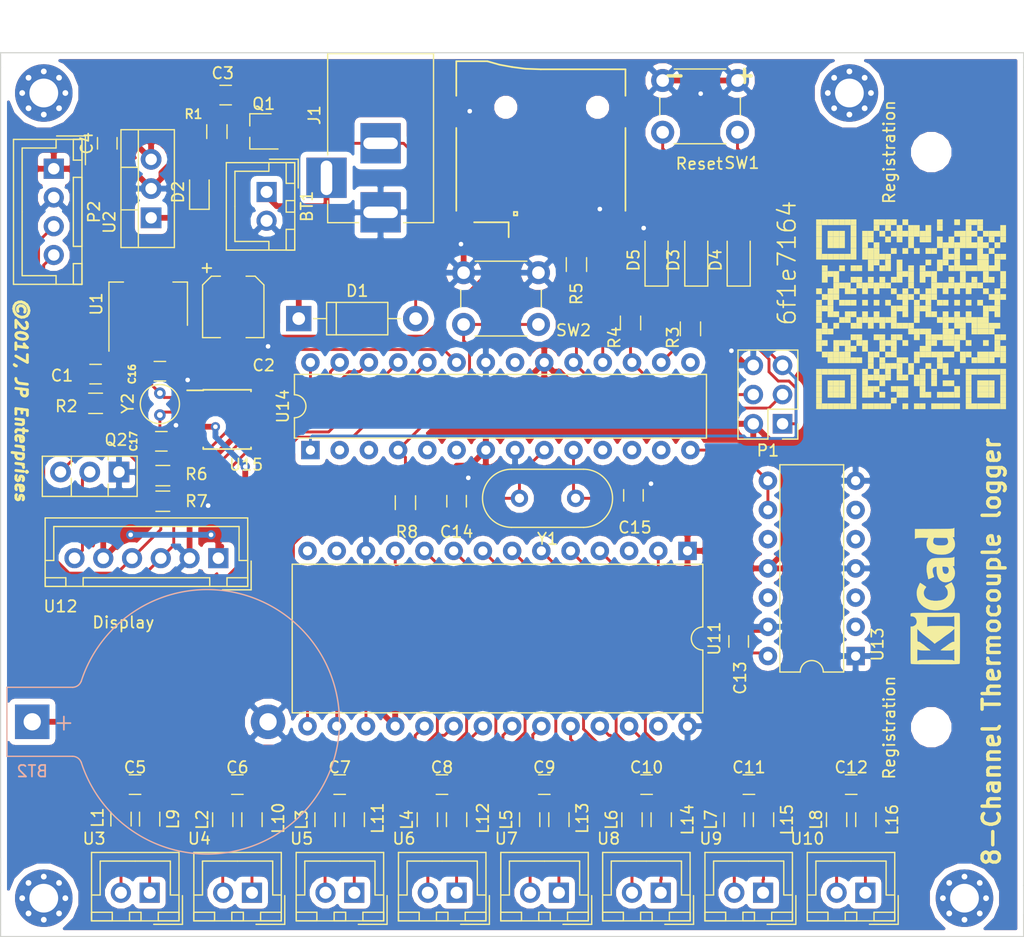
<source format=kicad_pcb>
(kicad_pcb (version 20170123) (host pcbnew "(2017-07-16 revision e797af3)-master")
  (title_block (title "8-Channel Thermocouple datalogger") (date 2017-07-29) (rev ca9ed02408) (company "JP Enterprises"))
  (layers (0 F.Cu signal) (31 B.Cu signal) (34 B.Paste user) (35 F.Paste user) (36 B.SilkS user) (37 F.SilkS user) (38 B.Mask user) (39 F.Mask user) (44 Edge.Cuts user))
  (net 0 "")
  (net 1 GND)
  (net 2 "Net-(BT1-Pad1)")
  (net 3 "Net-(BT2-Pad1)")
  (net 4 5V0)
  (net 5 3V3)
  (net 6 9V0)
  (net 7 "/Thermocouple connectors/SB1")
  (net 8 "/Thermocouple connectors/SA1")
  (net 9 "/Thermocouple connectors/SA2")
  (net 10 "/Thermocouple connectors/SB2")
  (net 11 "/Thermocouple connectors/SB3")
  (net 12 "/Thermocouple connectors/SA3")
  (net 13 "/Thermocouple connectors/SA4")
  (net 14 "/Thermocouple connectors/SB4")
  (net 15 "/Thermocouple connectors/SB5")
  (net 16 "/Thermocouple connectors/SA5")
  (net 17 "/Thermocouple connectors/SA6")
  (net 18 "/Thermocouple connectors/SB6")
  (net 19 "/Thermocouple connectors/SB7")
  (net 20 "/Thermocouple connectors/SA7")
  (net 21 "/Thermocouple connectors/SA8")
  (net 22 "/Thermocouple connectors/SB8")
  (net 23 DB_MUX)
  (net 24 "Net-(C14-Pad2)")
  (net 25 "Net-(C15-Pad2)")
  (net 26 "Net-(C16-Pad1)")
  (net 27 "Net-(C17-Pad1)")
  (net 28 "Net-(D1-Pad2)")
  (net 29 "Net-(D2-Pad2)")
  (net 30 "Net-(D3-Pad1)")
  (net 31 "Net-(D4-Pad1)")
  (net 32 "Net-(D5-Pad1)")
  (net 33 "Net-(L1-Pad2)")
  (net 34 "Net-(L2-Pad2)")
  (net 35 "Net-(L3-Pad2)")
  (net 36 "Net-(L4-Pad2)")
  (net 37 "Net-(L5-Pad2)")
  (net 38 "Net-(L6-Pad2)")
  (net 39 "Net-(L7-Pad2)")
  (net 40 "Net-(L8-Pad2)")
  (net 41 "Net-(L9-Pad1)")
  (net 42 "Net-(L10-Pad1)")
  (net 43 "Net-(L11-Pad1)")
  (net 44 "Net-(L12-Pad1)")
  (net 45 "Net-(L13-Pad1)")
  (net 46 "Net-(L14-Pad1)")
  (net 47 "Net-(L15-Pad1)")
  (net 48 "Net-(L16-Pad1)")
  (net 49 RESET)
  (net 50 MOSI)
  (net 51 SCK)
  (net 52 MISO)
  (net 53 SCL)
  (net 54 SDA)
  (net 55 "Net-(Q2-Pad3)")
  (net 56 "Net-(Q2-Pad2)")
  (net 57 B_LIGHT)
  (net 58 SS)
  (net 59 "Net-(R8-Pad2)")
  (net 60 SLCT0)
  (net 61 SLCT1)
  (net 62 SLCT2)
  (net 63 TEMP)
  (net 64 "Net-(U13-Pad6)")
  (net 65 "Net-(U13-Pad12)")
  (net 66 "Net-(U13-Pad5)")
  (net 67 "Net-(U13-Pad10)")
  (net 68 "Net-(U13-Pad3)")
  (net 69 "Net-(U13-Pad2)")
  (net 70 "Net-(U14-Pad15)")
  (net 71 "Net-(U14-Pad2)")
  (net 72 "Net-(U14-Pad3)")
  (net 73 "Net-(U14-Pad5)")
  (net 74 "Net-(U14-Pad6)")
  (net 75 "Net-(U14-Pad21)")
  (net 76 "Net-(U14-Pad11)")
  (net 77 "Net-(U14-Pad12)")
  (net 78 "Net-(U14-Pad13)")
  (net 79 "Net-(U15-Pad7)")
  (net 80 "Net-(XS1-Pad1)")
  (net 81 "Net-(XS1-Pad8)")
  (net 82 "Net-(XS1-Pad9)")
  (module 6f1e7164 (layer F.Cu) (at 173.094 95.124 90)
    (fp_text reference QR***** hide)
    (fp_text value 6f1e7164 (at 4.446 -10.788 90) (layer F.SilkS))
    (pad 1 smd rect (at -8 -8 90) (size 0.5 0.5) (layers F.Cu F.Mask))
    (pad 1 smd rect (at -7.5 -8 90) (size 0.5 0.5) (layers F.Cu F.Mask))
    (pad 1 smd rect (at -7 -8 90) (size 0.5 0.5) (layers F.Cu F.Mask))
    (pad 1 smd rect (at -6.5 -8 90) (size 0.5 0.5) (layers F.Cu F.Mask))
    (pad 1 smd rect (at -6 -8 90) (size 0.5 0.5) (layers F.Cu F.Mask))
    (pad 1 smd rect (at -5.5 -8 90) (size 0.5 0.5) (layers F.Cu F.Mask))
    (pad 1 smd rect (at -5 -8 90) (size 0.5 0.5) (layers F.Cu F.Mask))
    (pad 1 smd rect (at -3 -8 90) (size 0.5 0.5) (layers F.Cu F.Mask))
    (pad 1 smd rect (at -2.5 -8 90) (size 0.5 0.5) (layers F.Cu F.Mask))
    (pad 1 smd rect (at -2 -8 90) (size 0.5 0.5) (layers F.Cu F.Mask))
    (pad 1 smd rect (at -1.5 -8 90) (size 0.5 0.5) (layers F.Cu F.Mask))
    (pad 1 smd rect (at -0.5 -8 90) (size 0.5 0.5) (layers F.Cu F.Mask))
    (pad 1 smd rect (at 0 -8 90) (size 0.5 0.5) (layers F.Cu F.Mask))
    (pad 1 smd rect (at 0.5 -8 90) (size 0.5 0.5) (layers F.Cu F.Mask))
    (pad 1 smd rect (at 1 -8 90) (size 0.5 0.5) (layers F.Cu F.Mask))
    (pad 1 smd rect (at 2 -8 90) (size 0.5 0.5) (layers F.Cu F.Mask))
    (pad 1 smd rect (at 5 -8 90) (size 0.5 0.5) (layers F.Cu F.Mask))
    (pad 1 smd rect (at 5.5 -8 90) (size 0.5 0.5) (layers F.Cu F.Mask))
    (pad 1 smd rect (at 6 -8 90) (size 0.5 0.5) (layers F.Cu F.Mask))
    (pad 1 smd rect (at 6.5 -8 90) (size 0.5 0.5) (layers F.Cu F.Mask))
    (pad 1 smd rect (at 7 -8 90) (size 0.5 0.5) (layers F.Cu F.Mask))
    (pad 1 smd rect (at 7.5 -8 90) (size 0.5 0.5) (layers F.Cu F.Mask))
    (pad 1 smd rect (at 8 -8 90) (size 0.5 0.5) (layers F.Cu F.Mask))
    (pad 1 smd rect (at -8 -7.5 90) (size 0.5 0.5) (layers F.Cu F.Mask))
    (pad 1 smd rect (at -5 -7.5 90) (size 0.5 0.5) (layers F.Cu F.Mask))
    (pad 1 smd rect (at -3.5 -7.5 90) (size 0.5 0.5) (layers F.Cu F.Mask))
    (pad 1 smd rect (at -2.5 -7.5 90) (size 0.5 0.5) (layers F.Cu F.Mask))
    (pad 1 smd rect (at -1.5 -7.5 90) (size 0.5 0.5) (layers F.Cu F.Mask))
    (pad 1 smd rect (at -1 -7.5 90) (size 0.5 0.5) (layers F.Cu F.Mask))
    (pad 1 smd rect (at 0.5 -7.5 90) (size 0.5 0.5) (layers F.Cu F.Mask))
    (pad 1 smd rect (at 1.5 -7.5 90) (size 0.5 0.5) (layers F.Cu F.Mask))
    (pad 1 smd rect (at 3 -7.5 90) (size 0.5 0.5) (layers F.Cu F.Mask))
    (pad 1 smd rect (at 3.5 -7.5 90) (size 0.5 0.5) (layers F.Cu F.Mask))
    (pad 1 smd rect (at 4 -7.5 90) (size 0.5 0.5) (layers F.Cu F.Mask))
    (pad 1 smd rect (at 5 -7.5 90) (size 0.5 0.5) (layers F.Cu F.Mask))
    (pad 1 smd rect (at 8 -7.5 90) (size 0.5 0.5) (layers F.Cu F.Mask))
    (pad 1 smd rect (at -8 -7 90) (size 0.5 0.5) (layers F.Cu F.Mask))
    (pad 1 smd rect (at -7 -7 90) (size 0.5 0.5) (layers F.Cu F.Mask))
    (pad 1 smd rect (at -6.5 -7 90) (size 0.5 0.5) (layers F.Cu F.Mask))
    (pad 1 smd rect (at -6 -7 90) (size 0.5 0.5) (layers F.Cu F.Mask))
    (pad 1 smd rect (at -5 -7 90) (size 0.5 0.5) (layers F.Cu F.Mask))
    (pad 1 smd rect (at -4 -7 90) (size 0.5 0.5) (layers F.Cu F.Mask))
    (pad 1 smd rect (at -3.5 -7 90) (size 0.5 0.5) (layers F.Cu F.Mask))
    (pad 1 smd rect (at -1.5 -7 90) (size 0.5 0.5) (layers F.Cu F.Mask))
    (pad 1 smd rect (at 0 -7 90) (size 0.5 0.5) (layers F.Cu F.Mask))
    (pad 1 smd rect (at 0.5 -7 90) (size 0.5 0.5) (layers F.Cu F.Mask))
    (pad 1 smd rect (at 1 -7 90) (size 0.5 0.5) (layers F.Cu F.Mask))
    (pad 1 smd rect (at 1.5 -7 90) (size 0.5 0.5) (layers F.Cu F.Mask))
    (pad 1 smd rect (at 2 -7 90) (size 0.5 0.5) (layers F.Cu F.Mask))
    (pad 1 smd rect (at 3.5 -7 90) (size 0.5 0.5) (layers F.Cu F.Mask))
    (pad 1 smd rect (at 5 -7 90) (size 0.5 0.5) (layers F.Cu F.Mask))
    (pad 1 smd rect (at 6 -7 90) (size 0.5 0.5) (layers F.Cu F.Mask))
    (pad 1 smd rect (at 6.5 -7 90) (size 0.5 0.5) (layers F.Cu F.Mask))
    (pad 1 smd rect (at 7 -7 90) (size 0.5 0.5) (layers F.Cu F.Mask))
    (pad 1 smd rect (at 8 -7 90) (size 0.5 0.5) (layers F.Cu F.Mask))
    (pad 1 smd rect (at -8 -6.5 90) (size 0.5 0.5) (layers F.Cu F.Mask))
    (pad 1 smd rect (at -7 -6.5 90) (size 0.5 0.5) (layers F.Cu F.Mask))
    (pad 1 smd rect (at -6.5 -6.5 90) (size 0.5 0.5) (layers F.Cu F.Mask))
    (pad 1 smd rect (at -6 -6.5 90) (size 0.5 0.5) (layers F.Cu F.Mask))
    (pad 1 smd rect (at -5 -6.5 90) (size 0.5 0.5) (layers F.Cu F.Mask))
    (pad 1 smd rect (at -4 -6.5 90) (size 0.5 0.5) (layers F.Cu F.Mask))
    (pad 1 smd rect (at -3.5 -6.5 90) (size 0.5 0.5) (layers F.Cu F.Mask))
    (pad 1 smd rect (at -3 -6.5 90) (size 0.5 0.5) (layers F.Cu F.Mask))
    (pad 1 smd rect (at -2.5 -6.5 90) (size 0.5 0.5) (layers F.Cu F.Mask))
    (pad 1 smd rect (at -1 -6.5 90) (size 0.5 0.5) (layers F.Cu F.Mask))
    (pad 1 smd rect (at 0 -6.5 90) (size 0.5 0.5) (layers F.Cu F.Mask))
    (pad 1 smd rect (at 1.5 -6.5 90) (size 0.5 0.5) (layers F.Cu F.Mask))
    (pad 1 smd rect (at 2 -6.5 90) (size 0.5 0.5) (layers F.Cu F.Mask))
    (pad 1 smd rect (at 2.5 -6.5 90) (size 0.5 0.5) (layers F.Cu F.Mask))
    (pad 1 smd rect (at 3 -6.5 90) (size 0.5 0.5) (layers F.Cu F.Mask))
    (pad 1 smd rect (at 3.5 -6.5 90) (size 0.5 0.5) (layers F.Cu F.Mask))
    (pad 1 smd rect (at 5 -6.5 90) (size 0.5 0.5) (layers F.Cu F.Mask))
    (pad 1 smd rect (at 6 -6.5 90) (size 0.5 0.5) (layers F.Cu F.Mask))
    (pad 1 smd rect (at 6.5 -6.5 90) (size 0.5 0.5) (layers F.Cu F.Mask))
    (pad 1 smd rect (at 7 -6.5 90) (size 0.5 0.5) (layers F.Cu F.Mask))
    (pad 1 smd rect (at 8 -6.5 90) (size 0.5 0.5) (layers F.Cu F.Mask))
    (pad 1 smd rect (at -8 -6 90) (size 0.5 0.5) (layers F.Cu F.Mask))
    (pad 1 smd rect (at -7 -6 90) (size 0.5 0.5) (layers F.Cu F.Mask))
    (pad 1 smd rect (at -6.5 -6 90) (size 0.5 0.5) (layers F.Cu F.Mask))
    (pad 1 smd rect (at -6 -6 90) (size 0.5 0.5) (layers F.Cu F.Mask))
    (pad 1 smd rect (at -5 -6 90) (size 0.5 0.5) (layers F.Cu F.Mask))
    (pad 1 smd rect (at -4 -6 90) (size 0.5 0.5) (layers F.Cu F.Mask))
    (pad 1 smd rect (at -3.5 -6 90) (size 0.5 0.5) (layers F.Cu F.Mask))
    (pad 1 smd rect (at -2.5 -6 90) (size 0.5 0.5) (layers F.Cu F.Mask))
    (pad 1 smd rect (at -0.5 -6 90) (size 0.5 0.5) (layers F.Cu F.Mask))
    (pad 1 smd rect (at 1 -6 90) (size 0.5 0.5) (layers F.Cu F.Mask))
    (pad 1 smd rect (at 2.5 -6 90) (size 0.5 0.5) (layers F.Cu F.Mask))
    (pad 1 smd rect (at 4 -6 90) (size 0.5 0.5) (layers F.Cu F.Mask))
    (pad 1 smd rect (at 5 -6 90) (size 0.5 0.5) (layers F.Cu F.Mask))
    (pad 1 smd rect (at 6 -6 90) (size 0.5 0.5) (layers F.Cu F.Mask))
    (pad 1 smd rect (at 6.5 -6 90) (size 0.5 0.5) (layers F.Cu F.Mask))
    (pad 1 smd rect (at 7 -6 90) (size 0.5 0.5) (layers F.Cu F.Mask))
    (pad 1 smd rect (at 8 -6 90) (size 0.5 0.5) (layers F.Cu F.Mask))
    (pad 1 smd rect (at -8 -5.5 90) (size 0.5 0.5) (layers F.Cu F.Mask))
    (pad 1 smd rect (at -5 -5.5 90) (size 0.5 0.5) (layers F.Cu F.Mask))
    (pad 1 smd rect (at -4 -5.5 90) (size 0.5 0.5) (layers F.Cu F.Mask))
    (pad 1 smd rect (at -3.5 -5.5 90) (size 0.5 0.5) (layers F.Cu F.Mask))
    (pad 1 smd rect (at -3 -5.5 90) (size 0.5 0.5) (layers F.Cu F.Mask))
    (pad 1 smd rect (at -2.5 -5.5 90) (size 0.5 0.5) (layers F.Cu F.Mask))
    (pad 1 smd rect (at -0.5 -5.5 90) (size 0.5 0.5) (layers F.Cu F.Mask))
    (pad 1 smd rect (at 0 -5.5 90) (size 0.5 0.5) (layers F.Cu F.Mask))
    (pad 1 smd rect (at 1 -5.5 90) (size 0.5 0.5) (layers F.Cu F.Mask))
    (pad 1 smd rect (at 2 -5.5 90) (size 0.5 0.5) (layers F.Cu F.Mask))
    (pad 1 smd rect (at 2.5 -5.5 90) (size 0.5 0.5) (layers F.Cu F.Mask))
    (pad 1 smd rect (at 5 -5.5 90) (size 0.5 0.5) (layers F.Cu F.Mask))
    (pad 1 smd rect (at 8 -5.5 90) (size 0.5 0.5) (layers F.Cu F.Mask))
    (pad 1 smd rect (at -8 -5 90) (size 0.5 0.5) (layers F.Cu F.Mask))
    (pad 1 smd rect (at -7.5 -5 90) (size 0.5 0.5) (layers F.Cu F.Mask))
    (pad 1 smd rect (at -7 -5 90) (size 0.5 0.5) (layers F.Cu F.Mask))
    (pad 1 smd rect (at -6.5 -5 90) (size 0.5 0.5) (layers F.Cu F.Mask))
    (pad 1 smd rect (at -6 -5 90) (size 0.5 0.5) (layers F.Cu F.Mask))
    (pad 1 smd rect (at -5.5 -5 90) (size 0.5 0.5) (layers F.Cu F.Mask))
    (pad 1 smd rect (at -5 -5 90) (size 0.5 0.5) (layers F.Cu F.Mask))
    (pad 1 smd rect (at -4 -5 90) (size 0.5 0.5) (layers F.Cu F.Mask))
    (pad 1 smd rect (at -3 -5 90) (size 0.5 0.5) (layers F.Cu F.Mask))
    (pad 1 smd rect (at -2 -5 90) (size 0.5 0.5) (layers F.Cu F.Mask))
    (pad 1 smd rect (at -1 -5 90) (size 0.5 0.5) (layers F.Cu F.Mask))
    (pad 1 smd rect (at 0 -5 90) (size 0.5 0.5) (layers F.Cu F.Mask))
    (pad 1 smd rect (at 1 -5 90) (size 0.5 0.5) (layers F.Cu F.Mask))
    (pad 1 smd rect (at 2 -5 90) (size 0.5 0.5) (layers F.Cu F.Mask))
    (pad 1 smd rect (at 3 -5 90) (size 0.5 0.5) (layers F.Cu F.Mask))
    (pad 1 smd rect (at 4 -5 90) (size 0.5 0.5) (layers F.Cu F.Mask))
    (pad 1 smd rect (at 5 -5 90) (size 0.5 0.5) (layers F.Cu F.Mask))
    (pad 1 smd rect (at 5.5 -5 90) (size 0.5 0.5) (layers F.Cu F.Mask))
    (pad 1 smd rect (at 6 -5 90) (size 0.5 0.5) (layers F.Cu F.Mask))
    (pad 1 smd rect (at 6.5 -5 90) (size 0.5 0.5) (layers F.Cu F.Mask))
    (pad 1 smd rect (at 7 -5 90) (size 0.5 0.5) (layers F.Cu F.Mask))
    (pad 1 smd rect (at 7.5 -5 90) (size 0.5 0.5) (layers F.Cu F.Mask))
    (pad 1 smd rect (at 8 -5 90) (size 0.5 0.5) (layers F.Cu F.Mask))
    (pad 1 smd rect (at -4 -4.5 90) (size 0.5 0.5) (layers F.Cu F.Mask))
    (pad 1 smd rect (at -2.5 -4.5 90) (size 0.5 0.5) (layers F.Cu F.Mask))
    (pad 1 smd rect (at -2 -4.5 90) (size 0.5 0.5) (layers F.Cu F.Mask))
    (pad 1 smd rect (at -1 -4.5 90) (size 0.5 0.5) (layers F.Cu F.Mask))
    (pad 1 smd rect (at -0.5 -4.5 90) (size 0.5 0.5) (layers F.Cu F.Mask))
    (pad 1 smd rect (at 2.5 -4.5 90) (size 0.5 0.5) (layers F.Cu F.Mask))
    (pad 1 smd rect (at 3 -4.5 90) (size 0.5 0.5) (layers F.Cu F.Mask))
    (pad 1 smd rect (at 4 -4.5 90) (size 0.5 0.5) (layers F.Cu F.Mask))
    (pad 1 smd rect (at -8 -4 90) (size 0.5 0.5) (layers F.Cu F.Mask))
    (pad 1 smd rect (at -7 -4 90) (size 0.5 0.5) (layers F.Cu F.Mask))
    (pad 1 smd rect (at -6.5 -4 90) (size 0.5 0.5) (layers F.Cu F.Mask))
    (pad 1 smd rect (at -6 -4 90) (size 0.5 0.5) (layers F.Cu F.Mask))
    (pad 1 smd rect (at -5.5 -4 90) (size 0.5 0.5) (layers F.Cu F.Mask))
    (pad 1 smd rect (at -5 -4 90) (size 0.5 0.5) (layers F.Cu F.Mask))
    (pad 1 smd rect (at -3 -4 90) (size 0.5 0.5) (layers F.Cu F.Mask))
    (pad 1 smd rect (at -2.5 -4 90) (size 0.5 0.5) (layers F.Cu F.Mask))
    (pad 1 smd rect (at -0.5 -4 90) (size 0.5 0.5) (layers F.Cu F.Mask))
    (pad 1 smd rect (at 0 -4 90) (size 0.5 0.5) (layers F.Cu F.Mask))
    (pad 1 smd rect (at 1 -4 90) (size 0.5 0.5) (layers F.Cu F.Mask))
    (pad 1 smd rect (at 2 -4 90) (size 0.5 0.5) (layers F.Cu F.Mask))
    (pad 1 smd rect (at 2.5 -4 90) (size 0.5 0.5) (layers F.Cu F.Mask))
    (pad 1 smd rect (at 5 -4 90) (size 0.5 0.5) (layers F.Cu F.Mask))
    (pad 1 smd rect (at 5.5 -4 90) (size 0.5 0.5) (layers F.Cu F.Mask))
    (pad 1 smd rect (at 6 -4 90) (size 0.5 0.5) (layers F.Cu F.Mask))
    (pad 1 smd rect (at 6.5 -4 90) (size 0.5 0.5) (layers F.Cu F.Mask))
    (pad 1 smd rect (at 7 -4 90) (size 0.5 0.5) (layers F.Cu F.Mask))
    (pad 1 smd rect (at -8 -3.5 90) (size 0.5 0.5) (layers F.Cu F.Mask))
    (pad 1 smd rect (at -7 -3.5 90) (size 0.5 0.5) (layers F.Cu F.Mask))
    (pad 1 smd rect (at -6.5 -3.5 90) (size 0.5 0.5) (layers F.Cu F.Mask))
    (pad 1 smd rect (at -5.5 -3.5 90) (size 0.5 0.5) (layers F.Cu F.Mask))
    (pad 1 smd rect (at -4.5 -3.5 90) (size 0.5 0.5) (layers F.Cu F.Mask))
    (pad 1 smd rect (at -4 -3.5 90) (size 0.5 0.5) (layers F.Cu F.Mask))
    (pad 1 smd rect (at -3.5 -3.5 90) (size 0.5 0.5) (layers F.Cu F.Mask))
    (pad 1 smd rect (at -1 -3.5 90) (size 0.5 0.5) (layers F.Cu F.Mask))
    (pad 1 smd rect (at -0.5 -3.5 90) (size 0.5 0.5) (layers F.Cu F.Mask))
    (pad 1 smd rect (at 2.5 -3.5 90) (size 0.5 0.5) (layers F.Cu F.Mask))
    (pad 1 smd rect (at 3 -3.5 90) (size 0.5 0.5) (layers F.Cu F.Mask))
    (pad 1 smd rect (at 4 -3.5 90) (size 0.5 0.5) (layers F.Cu F.Mask))
    (pad 1 smd rect (at 4.5 -3.5 90) (size 0.5 0.5) (layers F.Cu F.Mask))
    (pad 1 smd rect (at 5 -3.5 90) (size 0.5 0.5) (layers F.Cu F.Mask))
    (pad 1 smd rect (at 5.5 -3.5 90) (size 0.5 0.5) (layers F.Cu F.Mask))
    (pad 1 smd rect (at 6.5 -3.5 90) (size 0.5 0.5) (layers F.Cu F.Mask))
    (pad 1 smd rect (at 7 -3.5 90) (size 0.5 0.5) (layers F.Cu F.Mask))
    (pad 1 smd rect (at -8 -3 90) (size 0.5 0.5) (layers F.Cu F.Mask))
    (pad 1 smd rect (at -6.5 -3 90) (size 0.5 0.5) (layers F.Cu F.Mask))
    (pad 1 smd rect (at -5.5 -3 90) (size 0.5 0.5) (layers F.Cu F.Mask))
    (pad 1 smd rect (at -5 -3 90) (size 0.5 0.5) (layers F.Cu F.Mask))
    (pad 1 smd rect (at -3.5 -3 90) (size 0.5 0.5) (layers F.Cu F.Mask))
    (pad 1 smd rect (at -2 -3 90) (size 0.5 0.5) (layers F.Cu F.Mask))
    (pad 1 smd rect (at -0.5 -3 90) (size 0.5 0.5) (layers F.Cu F.Mask))
    (pad 1 smd rect (at 0 -3 90) (size 0.5 0.5) (layers F.Cu F.Mask))
    (pad 1 smd rect (at 1 -3 90) (size 0.5 0.5) (layers F.Cu F.Mask))
    (pad 1 smd rect (at 2 -3 90) (size 0.5 0.5) (layers F.Cu F.Mask))
    (pad 1 smd rect (at 2.5 -3 90) (size 0.5 0.5) (layers F.Cu F.Mask))
    (pad 1 smd rect (at 4.5 -3 90) (size 0.5 0.5) (layers F.Cu F.Mask))
    (pad 1 smd rect (at 5 -3 90) (size 0.5 0.5) (layers F.Cu F.Mask))
    (pad 1 smd rect (at 5.5 -3 90) (size 0.5 0.5) (layers F.Cu F.Mask))
    (pad 1 smd rect (at 6 -3 90) (size 0.5 0.5) (layers F.Cu F.Mask))
    (pad 1 smd rect (at 7.5 -3 90) (size 0.5 0.5) (layers F.Cu F.Mask))
    (pad 1 smd rect (at 8 -3 90) (size 0.5 0.5) (layers F.Cu F.Mask))
    (pad 1 smd rect (at -8 -2.5 90) (size 0.5 0.5) (layers F.Cu F.Mask))
    (pad 1 smd rect (at -7 -2.5 90) (size 0.5 0.5) (layers F.Cu F.Mask))
    (pad 1 smd rect (at -6 -2.5 90) (size 0.5 0.5) (layers F.Cu F.Mask))
    (pad 1 smd rect (at -5.5 -2.5 90) (size 0.5 0.5) (layers F.Cu F.Mask))
    (pad 1 smd rect (at -4.5 -2.5 90) (size 0.5 0.5) (layers F.Cu F.Mask))
    (pad 1 smd rect (at -4 -2.5 90) (size 0.5 0.5) (layers F.Cu F.Mask))
    (pad 1 smd rect (at -3 -2.5 90) (size 0.5 0.5) (layers F.Cu F.Mask))
    (pad 1 smd rect (at -2.5 -2.5 90) (size 0.5 0.5) (layers F.Cu F.Mask))
    (pad 1 smd rect (at -2 -2.5 90) (size 0.5 0.5) (layers F.Cu F.Mask))
    (pad 1 smd rect (at -1 -2.5 90) (size 0.5 0.5) (layers F.Cu F.Mask))
    (pad 1 smd rect (at -0.5 -2.5 90) (size 0.5 0.5) (layers F.Cu F.Mask))
    (pad 1 smd rect (at 2.5 -2.5 90) (size 0.5 0.5) (layers F.Cu F.Mask))
    (pad 1 smd rect (at 3 -2.5 90) (size 0.5 0.5) (layers F.Cu F.Mask))
    (pad 1 smd rect (at 4 -2.5 90) (size 0.5 0.5) (layers F.Cu F.Mask))
    (pad 1 smd rect (at 5 -2.5 90) (size 0.5 0.5) (layers F.Cu F.Mask))
    (pad 1 smd rect (at 7 -2.5 90) (size 0.5 0.5) (layers F.Cu F.Mask))
    (pad 1 smd rect (at 8 -2.5 90) (size 0.5 0.5) (layers F.Cu F.Mask))
    (pad 1 smd rect (at -8 -2 90) (size 0.5 0.5) (layers F.Cu F.Mask))
    (pad 1 smd rect (at -5.5 -2 90) (size 0.5 0.5) (layers F.Cu F.Mask))
    (pad 1 smd rect (at -5 -2 90) (size 0.5 0.5) (layers F.Cu F.Mask))
    (pad 1 smd rect (at -4.5 -2 90) (size 0.5 0.5) (layers F.Cu F.Mask))
    (pad 1 smd rect (at -3.5 -2 90) (size 0.5 0.5) (layers F.Cu F.Mask))
    (pad 1 smd rect (at -2.5 -2 90) (size 0.5 0.5) (layers F.Cu F.Mask))
    (pad 1 smd rect (at -0.5 -2 90) (size 0.5 0.5) (layers F.Cu F.Mask))
    (pad 1 smd rect (at 1 -2 90) (size 0.5 0.5) (layers F.Cu F.Mask))
    (pad 1 smd rect (at 2.5 -2 90) (size 0.5 0.5) (layers F.Cu F.Mask))
    (pad 1 smd rect (at 4 -2 90) (size 0.5 0.5) (layers F.Cu F.Mask))
    (pad 1 smd rect (at 4.5 -2 90) (size 0.5 0.5) (layers F.Cu F.Mask))
    (pad 1 smd rect (at 5 -2 90) (size 0.5 0.5) (layers F.Cu F.Mask))
    (pad 1 smd rect (at 6.5 -2 90) (size 0.5 0.5) (layers F.Cu F.Mask))
    (pad 1 smd rect (at 7.5 -2 90) (size 0.5 0.5) (layers F.Cu F.Mask))
    (pad 1 smd rect (at 8 -2 90) (size 0.5 0.5) (layers F.Cu F.Mask))
    (pad 1 smd rect (at -7.5 -1.5 90) (size 0.5 0.5) (layers F.Cu F.Mask))
    (pad 1 smd rect (at -6.5 -1.5 90) (size 0.5 0.5) (layers F.Cu F.Mask))
    (pad 1 smd rect (at -4.5 -1.5 90) (size 0.5 0.5) (layers F.Cu F.Mask))
    (pad 1 smd rect (at -3.5 -1.5 90) (size 0.5 0.5) (layers F.Cu F.Mask))
    (pad 1 smd rect (at -3 -1.5 90) (size 0.5 0.5) (layers F.Cu F.Mask))
    (pad 1 smd rect (at -2.5 -1.5 90) (size 0.5 0.5) (layers F.Cu F.Mask))
    (pad 1 smd rect (at -2 -1.5 90) (size 0.5 0.5) (layers F.Cu F.Mask))
    (pad 1 smd rect (at -1 -1.5 90) (size 0.5 0.5) (layers F.Cu F.Mask))
    (pad 1 smd rect (at -0.5 -1.5 90) (size 0.5 0.5) (layers F.Cu F.Mask))
    (pad 1 smd rect (at 0 -1.5 90) (size 0.5 0.5) (layers F.Cu F.Mask))
    (pad 1 smd rect (at 0.5 -1.5 90) (size 0.5 0.5) (layers F.Cu F.Mask))
    (pad 1 smd rect (at 2 -1.5 90) (size 0.5 0.5) (layers F.Cu F.Mask))
    (pad 1 smd rect (at 3 -1.5 90) (size 0.5 0.5) (layers F.Cu F.Mask))
    (pad 1 smd rect (at 5.5 -1.5 90) (size 0.5 0.5) (layers F.Cu F.Mask))
    (pad 1 smd rect (at 7 -1.5 90) (size 0.5 0.5) (layers F.Cu F.Mask))
    (pad 1 smd rect (at 8 -1.5 90) (size 0.5 0.5) (layers F.Cu F.Mask))
    (pad 1 smd rect (at -7 -1 90) (size 0.5 0.5) (layers F.Cu F.Mask))
    (pad 1 smd rect (at -6.5 -1 90) (size 0.5 0.5) (layers F.Cu F.Mask))
    (pad 1 smd rect (at -5.5 -1 90) (size 0.5 0.5) (layers F.Cu F.Mask))
    (pad 1 smd rect (at -5 -1 90) (size 0.5 0.5) (layers F.Cu F.Mask))
    (pad 1 smd rect (at -4.5 -1 90) (size 0.5 0.5) (layers F.Cu F.Mask))
    (pad 1 smd rect (at -4 -1 90) (size 0.5 0.5) (layers F.Cu F.Mask))
    (pad 1 smd rect (at -2 -1 90) (size 0.5 0.5) (layers F.Cu F.Mask))
    (pad 1 smd rect (at -1 -1 90) (size 0.5 0.5) (layers F.Cu F.Mask))
    (pad 1 smd rect (at 0.5 -1 90) (size 0.5 0.5) (layers F.Cu F.Mask))
    (pad 1 smd rect (at 1.5 -1 90) (size 0.5 0.5) (layers F.Cu F.Mask))
    (pad 1 smd rect (at 3 -1 90) (size 0.5 0.5) (layers F.Cu F.Mask))
    (pad 1 smd rect (at 3.5 -1 90) (size 0.5 0.5) (layers F.Cu F.Mask))
    (pad 1 smd rect (at 4 -1 90) (size 0.5 0.5) (layers F.Cu F.Mask))
    (pad 1 smd rect (at 4.5 -1 90) (size 0.5 0.5) (layers F.Cu F.Mask))
    (pad 1 smd rect (at 6.5 -1 90) (size 0.5 0.5) (layers F.Cu F.Mask))
    (pad 1 smd rect (at 7 -1 90) (size 0.5 0.5) (layers F.Cu F.Mask))
    (pad 1 smd rect (at 7.5 -1 90) (size 0.5 0.5) (layers F.Cu F.Mask))
    (pad 1 smd rect (at -8 -0.5 90) (size 0.5 0.5) (layers F.Cu F.Mask))
    (pad 1 smd rect (at -7 -0.5 90) (size 0.5 0.5) (layers F.Cu F.Mask))
    (pad 1 smd rect (at -6.5 -0.5 90) (size 0.5 0.5) (layers F.Cu F.Mask))
    (pad 1 smd rect (at -5.5 -0.5 90) (size 0.5 0.5) (layers F.Cu F.Mask))
    (pad 1 smd rect (at -4 -0.5 90) (size 0.5 0.5) (layers F.Cu F.Mask))
    (pad 1 smd rect (at -2.5 -0.5 90) (size 0.5 0.5) (layers F.Cu F.Mask))
    (pad 1 smd rect (at -1 -0.5 90) (size 0.5 0.5) (layers F.Cu F.Mask))
    (pad 1 smd rect (at 0 -0.5 90) (size 0.5 0.5) (layers F.Cu F.Mask))
    (pad 1 smd rect (at 0.5 -0.5 90) (size 0.5 0.5) (layers F.Cu F.Mask))
    (pad 1 smd rect (at 1 -0.5 90) (size 0.5 0.5) (layers F.Cu F.Mask))
    (pad 1 smd rect (at 1.5 -0.5 90) (size 0.5 0.5) (layers F.Cu F.Mask))
    (pad 1 smd rect (at 2 -0.5 90) (size 0.5 0.5) (layers F.Cu F.Mask))
    (pad 1 smd rect (at 3.5 -0.5 90) (size 0.5 0.5) (layers F.Cu F.Mask))
    (pad 1 smd rect (at 5.5 -0.5 90) (size 0.5 0.5) (layers F.Cu F.Mask))
    (pad 1 smd rect (at 7 -0.5 90) (size 0.5 0.5) (layers F.Cu F.Mask))
    (pad 1 smd rect (at 8 -0.5 90) (size 0.5 0.5) (layers F.Cu F.Mask))
    (pad 1 smd rect (at -5 0 90) (size 0.5 0.5) (layers F.Cu F.Mask))
    (pad 1 smd rect (at -4.5 0 90) (size 0.5 0.5) (layers F.Cu F.Mask))
    (pad 1 smd rect (at -1.5 0 90) (size 0.5 0.5) (layers F.Cu F.Mask))
    (pad 1 smd rect (at -1 0 90) (size 0.5 0.5) (layers F.Cu F.Mask))
    (pad 1 smd rect (at 1.5 0 90) (size 0.5 0.5) (layers F.Cu F.Mask))
    (pad 1 smd rect (at 2.5 0 90) (size 0.5 0.5) (layers F.Cu F.Mask))
    (pad 1 smd rect (at 3 0 90) (size 0.5 0.5) (layers F.Cu F.Mask))
    (pad 1 smd rect (at 3.5 0 90) (size 0.5 0.5) (layers F.Cu F.Mask))
    (pad 1 smd rect (at 4 0 90) (size 0.5 0.5) (layers F.Cu F.Mask))
    (pad 1 smd rect (at 6 0 90) (size 0.5 0.5) (layers F.Cu F.Mask))
    (pad 1 smd rect (at 6.5 0 90) (size 0.5 0.5) (layers F.Cu F.Mask))
    (pad 1 smd rect (at 7 0 90) (size 0.5 0.5) (layers F.Cu F.Mask))
    (pad 1 smd rect (at 7.5 0 90) (size 0.5 0.5) (layers F.Cu F.Mask))
    (pad 1 smd rect (at -8 0.5 90) (size 0.5 0.5) (layers F.Cu F.Mask))
    (pad 1 smd rect (at -6 0.5 90) (size 0.5 0.5) (layers F.Cu F.Mask))
    (pad 1 smd rect (at -5.5 0.5 90) (size 0.5 0.5) (layers F.Cu F.Mask))
    (pad 1 smd rect (at -4 0.5 90) (size 0.5 0.5) (layers F.Cu F.Mask))
    (pad 1 smd rect (at -3.5 0.5 90) (size 0.5 0.5) (layers F.Cu F.Mask))
    (pad 1 smd rect (at -2 0.5 90) (size 0.5 0.5) (layers F.Cu F.Mask))
    (pad 1 smd rect (at -1.5 0.5 90) (size 0.5 0.5) (layers F.Cu F.Mask))
    (pad 1 smd rect (at -0.5 0.5 90) (size 0.5 0.5) (layers F.Cu F.Mask))
    (pad 1 smd rect (at 0 0.5 90) (size 0.5 0.5) (layers F.Cu F.Mask))
    (pad 1 smd rect (at 0.5 0.5 90) (size 0.5 0.5) (layers F.Cu F.Mask))
    (pad 1 smd rect (at 1 0.5 90) (size 0.5 0.5) (layers F.Cu F.Mask))
    (pad 1 smd rect (at 2 0.5 90) (size 0.5 0.5) (layers F.Cu F.Mask))
    (pad 1 smd rect (at 5.5 0.5 90) (size 0.5 0.5) (layers F.Cu F.Mask))
    (pad 1 smd rect (at 7 0.5 90) (size 0.5 0.5) (layers F.Cu F.Mask))
    (pad 1 smd rect (at 7.5 0.5 90) (size 0.5 0.5) (layers F.Cu F.Mask))
    (pad 1 smd rect (at -8 1 90) (size 0.5 0.5) (layers F.Cu F.Mask))
    (pad 1 smd rect (at -7 1 90) (size 0.5 0.5) (layers F.Cu F.Mask))
    (pad 1 smd rect (at -6.5 1 90) (size 0.5 0.5) (layers F.Cu F.Mask))
    (pad 1 smd rect (at -6 1 90) (size 0.5 0.5) (layers F.Cu F.Mask))
    (pad 1 smd rect (at -5.5 1 90) (size 0.5 0.5) (layers F.Cu F.Mask))
    (pad 1 smd rect (at -5 1 90) (size 0.5 0.5) (layers F.Cu F.Mask))
    (pad 1 smd rect (at -3.5 1 90) (size 0.5 0.5) (layers F.Cu F.Mask))
    (pad 1 smd rect (at -3 1 90) (size 0.5 0.5) (layers F.Cu F.Mask))
    (pad 1 smd rect (at -1.5 1 90) (size 0.5 0.5) (layers F.Cu F.Mask))
    (pad 1 smd rect (at 0.5 1 90) (size 0.5 0.5) (layers F.Cu F.Mask))
    (pad 1 smd rect (at 1.5 1 90) (size 0.5 0.5) (layers F.Cu F.Mask))
    (pad 1 smd rect (at 3 1 90) (size 0.5 0.5) (layers F.Cu F.Mask))
    (pad 1 smd rect (at 3.5 1 90) (size 0.5 0.5) (layers F.Cu F.Mask))
    (pad 1 smd rect (at 4 1 90) (size 0.5 0.5) (layers F.Cu F.Mask))
    (pad 1 smd rect (at 6.5 1 90) (size 0.5 0.5) (layers F.Cu F.Mask))
    (pad 1 smd rect (at 7 1 90) (size 0.5 0.5) (layers F.Cu F.Mask))
    (pad 1 smd rect (at -7 1.5 90) (size 0.5 0.5) (layers F.Cu F.Mask))
    (pad 1 smd rect (at -4.5 1.5 90) (size 0.5 0.5) (layers F.Cu F.Mask))
    (pad 1 smd rect (at -3.5 1.5 90) (size 0.5 0.5) (layers F.Cu F.Mask))
    (pad 1 smd rect (at -3 1.5 90) (size 0.5 0.5) (layers F.Cu F.Mask))
    (pad 1 smd rect (at -2.5 1.5 90) (size 0.5 0.5) (layers F.Cu F.Mask))
    (pad 1 smd rect (at -2 1.5 90) (size 0.5 0.5) (layers F.Cu F.Mask))
    (pad 1 smd rect (at -1.5 1.5 90) (size 0.5 0.5) (layers F.Cu F.Mask))
    (pad 1 smd rect (at 0 1.5 90) (size 0.5 0.5) (layers F.Cu F.Mask))
    (pad 1 smd rect (at 0.5 1.5 90) (size 0.5 0.5) (layers F.Cu F.Mask))
    (pad 1 smd rect (at 1 1.5 90) (size 0.5 0.5) (layers F.Cu F.Mask))
    (pad 1 smd rect (at 1.5 1.5 90) (size 0.5 0.5) (layers F.Cu F.Mask))
    (pad 1 smd rect (at 2 1.5 90) (size 0.5 0.5) (layers F.Cu F.Mask))
    (pad 1 smd rect (at 3.5 1.5 90) (size 0.5 0.5) (layers F.Cu F.Mask))
    (pad 1 smd rect (at 4.5 1.5 90) (size 0.5 0.5) (layers F.Cu F.Mask))
    (pad 1 smd rect (at 5.5 1.5 90) (size 0.5 0.5) (layers F.Cu F.Mask))
    (pad 1 smd rect (at 6.5 1.5 90) (size 0.5 0.5) (layers F.Cu F.Mask))
    (pad 1 smd rect (at 7 1.5 90) (size 0.5 0.5) (layers F.Cu F.Mask))
    (pad 1 smd rect (at 7.5 1.5 90) (size 0.5 0.5) (layers F.Cu F.Mask))
    (pad 1 smd rect (at -8 2 90) (size 0.5 0.5) (layers F.Cu F.Mask))
    (pad 1 smd rect (at -6 2 90) (size 0.5 0.5) (layers F.Cu F.Mask))
    (pad 1 smd rect (at -5.5 2 90) (size 0.5 0.5) (layers F.Cu F.Mask))
    (pad 1 smd rect (at -5 2 90) (size 0.5 0.5) (layers F.Cu F.Mask))
    (pad 1 smd rect (at -3.5 2 90) (size 0.5 0.5) (layers F.Cu F.Mask))
    (pad 1 smd rect (at -2.5 2 90) (size 0.5 0.5) (layers F.Cu F.Mask))
    (pad 1 smd rect (at -2 2 90) (size 0.5 0.5) (layers F.Cu F.Mask))
    (pad 1 smd rect (at 0 2 90) (size 0.5 0.5) (layers F.Cu F.Mask))
    (pad 1 smd rect (at 1.5 2 90) (size 0.5 0.5) (layers F.Cu F.Mask))
    (pad 1 smd rect (at 2 2 90) (size 0.5 0.5) (layers F.Cu F.Mask))
    (pad 1 smd rect (at 2.5 2 90) (size 0.5 0.5) (layers F.Cu F.Mask))
    (pad 1 smd rect (at 3 2 90) (size 0.5 0.5) (layers F.Cu F.Mask))
    (pad 1 smd rect (at 3.5 2 90) (size 0.5 0.5) (layers F.Cu F.Mask))
    (pad 1 smd rect (at 5.5 2 90) (size 0.5 0.5) (layers F.Cu F.Mask))
    (pad 1 smd rect (at -8 2.5 90) (size 0.5 0.5) (layers F.Cu F.Mask))
    (pad 1 smd rect (at -7 2.5 90) (size 0.5 0.5) (layers F.Cu F.Mask))
    (pad 1 smd rect (at -4.5 2.5 90) (size 0.5 0.5) (layers F.Cu F.Mask))
    (pad 1 smd rect (at -4 2.5 90) (size 0.5 0.5) (layers F.Cu F.Mask))
    (pad 1 smd rect (at -3.5 2.5 90) (size 0.5 0.5) (layers F.Cu F.Mask))
    (pad 1 smd rect (at -2 2.5 90) (size 0.5 0.5) (layers F.Cu F.Mask))
    (pad 1 smd rect (at -0.5 2.5 90) (size 0.5 0.5) (layers F.Cu F.Mask))
    (pad 1 smd rect (at 1 2.5 90) (size 0.5 0.5) (layers F.Cu F.Mask))
    (pad 1 smd rect (at 2.5 2.5 90) (size 0.5 0.5) (layers F.Cu F.Mask))
    (pad 1 smd rect (at 4 2.5 90) (size 0.5 0.5) (layers F.Cu F.Mask))
    (pad 1 smd rect (at 4.5 2.5 90) (size 0.5 0.5) (layers F.Cu F.Mask))
    (pad 1 smd rect (at 6 2.5 90) (size 0.5 0.5) (layers F.Cu F.Mask))
    (pad 1 smd rect (at 6.5 2.5 90) (size 0.5 0.5) (layers F.Cu F.Mask))
    (pad 1 smd rect (at 7.5 2.5 90) (size 0.5 0.5) (layers F.Cu F.Mask))
    (pad 1 smd rect (at 8 2.5 90) (size 0.5 0.5) (layers F.Cu F.Mask))
    (pad 1 smd rect (at -8 3 90) (size 0.5 0.5) (layers F.Cu F.Mask))
    (pad 1 smd rect (at -7 3 90) (size 0.5 0.5) (layers F.Cu F.Mask))
    (pad 1 smd rect (at -6 3 90) (size 0.5 0.5) (layers F.Cu F.Mask))
    (pad 1 smd rect (at -5 3 90) (size 0.5 0.5) (layers F.Cu F.Mask))
    (pad 1 smd rect (at -4.5 3 90) (size 0.5 0.5) (layers F.Cu F.Mask))
    (pad 1 smd rect (at -3.5 3 90) (size 0.5 0.5) (layers F.Cu F.Mask))
    (pad 1 smd rect (at -2.5 3 90) (size 0.5 0.5) (layers F.Cu F.Mask))
    (pad 1 smd rect (at -2 3 90) (size 0.5 0.5) (layers F.Cu F.Mask))
    (pad 1 smd rect (at -1.5 3 90) (size 0.5 0.5) (layers F.Cu F.Mask))
    (pad 1 smd rect (at -1 3 90) (size 0.5 0.5) (layers F.Cu F.Mask))
    (pad 1 smd rect (at -0.5 3 90) (size 0.5 0.5) (layers F.Cu F.Mask))
    (pad 1 smd rect (at 0 3 90) (size 0.5 0.5) (layers F.Cu F.Mask))
    (pad 1 smd rect (at 1 3 90) (size 0.5 0.5) (layers F.Cu F.Mask))
    (pad 1 smd rect (at 2 3 90) (size 0.5 0.5) (layers F.Cu F.Mask))
    (pad 1 smd rect (at 2.5 3 90) (size 0.5 0.5) (layers F.Cu F.Mask))
    (pad 1 smd rect (at 4.5 3 90) (size 0.5 0.5) (layers F.Cu F.Mask))
    (pad 1 smd rect (at 5 3 90) (size 0.5 0.5) (layers F.Cu F.Mask))
    (pad 1 smd rect (at 5.5 3 90) (size 0.5 0.5) (layers F.Cu F.Mask))
    (pad 1 smd rect (at 6 3 90) (size 0.5 0.5) (layers F.Cu F.Mask))
    (pad 1 smd rect (at -8 3.5 90) (size 0.5 0.5) (layers F.Cu F.Mask))
    (pad 1 smd rect (at -7 3.5 90) (size 0.5 0.5) (layers F.Cu F.Mask))
    (pad 1 smd rect (at -6 3.5 90) (size 0.5 0.5) (layers F.Cu F.Mask))
    (pad 1 smd rect (at -3.5 3.5 90) (size 0.5 0.5) (layers F.Cu F.Mask))
    (pad 1 smd rect (at -2.5 3.5 90) (size 0.5 0.5) (layers F.Cu F.Mask))
    (pad 1 smd rect (at -2 3.5 90) (size 0.5 0.5) (layers F.Cu F.Mask))
    (pad 1 smd rect (at -1.5 3.5 90) (size 0.5 0.5) (layers F.Cu F.Mask))
    (pad 1 smd rect (at -0.5 3.5 90) (size 0.5 0.5) (layers F.Cu F.Mask))
    (pad 1 smd rect (at 2.5 3.5 90) (size 0.5 0.5) (layers F.Cu F.Mask))
    (pad 1 smd rect (at 3 3.5 90) (size 0.5 0.5) (layers F.Cu F.Mask))
    (pad 1 smd rect (at 4 3.5 90) (size 0.5 0.5) (layers F.Cu F.Mask))
    (pad 1 smd rect (at 5 3.5 90) (size 0.5 0.5) (layers F.Cu F.Mask))
    (pad 1 smd rect (at 6 3.5 90) (size 0.5 0.5) (layers F.Cu F.Mask))
    (pad 1 smd rect (at 6.5 3.5 90) (size 0.5 0.5) (layers F.Cu F.Mask))
    (pad 1 smd rect (at -8 4 90) (size 0.5 0.5) (layers F.Cu F.Mask))
    (pad 1 smd rect (at -7 4 90) (size 0.5 0.5) (layers F.Cu F.Mask))
    (pad 1 smd rect (at -6.5 4 90) (size 0.5 0.5) (layers F.Cu F.Mask))
    (pad 1 smd rect (at -5 4 90) (size 0.5 0.5) (layers F.Cu F.Mask))
    (pad 1 smd rect (at -3 4 90) (size 0.5 0.5) (layers F.Cu F.Mask))
    (pad 1 smd rect (at -2.5 4 90) (size 0.5 0.5) (layers F.Cu F.Mask))
    (pad 1 smd rect (at -2 4 90) (size 0.5 0.5) (layers F.Cu F.Mask))
    (pad 1 smd rect (at -1 4 90) (size 0.5 0.5) (layers F.Cu F.Mask))
    (pad 1 smd rect (at -0.5 4 90) (size 0.5 0.5) (layers F.Cu F.Mask))
    (pad 1 smd rect (at 0 4 90) (size 0.5 0.5) (layers F.Cu F.Mask))
    (pad 1 smd rect (at 1 4 90) (size 0.5 0.5) (layers F.Cu F.Mask))
    (pad 1 smd rect (at 2 4 90) (size 0.5 0.5) (layers F.Cu F.Mask))
    (pad 1 smd rect (at 2.5 4 90) (size 0.5 0.5) (layers F.Cu F.Mask))
    (pad 1 smd rect (at 4 4 90) (size 0.5 0.5) (layers F.Cu F.Mask))
    (pad 1 smd rect (at 4.5 4 90) (size 0.5 0.5) (layers F.Cu F.Mask))
    (pad 1 smd rect (at 5 4 90) (size 0.5 0.5) (layers F.Cu F.Mask))
    (pad 1 smd rect (at 5.5 4 90) (size 0.5 0.5) (layers F.Cu F.Mask))
    (pad 1 smd rect (at 6 4 90) (size 0.5 0.5) (layers F.Cu F.Mask))
    (pad 1 smd rect (at 7 4 90) (size 0.5 0.5) (layers F.Cu F.Mask))
    (pad 1 smd rect (at 8 4 90) (size 0.5 0.5) (layers F.Cu F.Mask))
    (pad 1 smd rect (at -4 4.5 90) (size 0.5 0.5) (layers F.Cu F.Mask))
    (pad 1 smd rect (at -3.5 4.5 90) (size 0.5 0.5) (layers F.Cu F.Mask))
    (pad 1 smd rect (at -2 4.5 90) (size 0.5 0.5) (layers F.Cu F.Mask))
    (pad 1 smd rect (at -1.5 4.5 90) (size 0.5 0.5) (layers F.Cu F.Mask))
    (pad 1 smd rect (at -1 4.5 90) (size 0.5 0.5) (layers F.Cu F.Mask))
    (pad 1 smd rect (at -0.5 4.5 90) (size 0.5 0.5) (layers F.Cu F.Mask))
    (pad 1 smd rect (at 2.5 4.5 90) (size 0.5 0.5) (layers F.Cu F.Mask))
    (pad 1 smd rect (at 3 4.5 90) (size 0.5 0.5) (layers F.Cu F.Mask))
    (pad 1 smd rect (at 3.5 4.5 90) (size 0.5 0.5) (layers F.Cu F.Mask))
    (pad 1 smd rect (at 4 4.5 90) (size 0.5 0.5) (layers F.Cu F.Mask))
    (pad 1 smd rect (at 6 4.5 90) (size 0.5 0.5) (layers F.Cu F.Mask))
    (pad 1 smd rect (at 6.5 4.5 90) (size 0.5 0.5) (layers F.Cu F.Mask))
    (pad 1 smd rect (at 7 4.5 90) (size 0.5 0.5) (layers F.Cu F.Mask))
    (pad 1 smd rect (at -8 5 90) (size 0.5 0.5) (layers F.Cu F.Mask))
    (pad 1 smd rect (at -7.5 5 90) (size 0.5 0.5) (layers F.Cu F.Mask))
    (pad 1 smd rect (at -7 5 90) (size 0.5 0.5) (layers F.Cu F.Mask))
    (pad 1 smd rect (at -6.5 5 90) (size 0.5 0.5) (layers F.Cu F.Mask))
    (pad 1 smd rect (at -6 5 90) (size 0.5 0.5) (layers F.Cu F.Mask))
    (pad 1 smd rect (at -5.5 5 90) (size 0.5 0.5) (layers F.Cu F.Mask))
    (pad 1 smd rect (at -5 5 90) (size 0.5 0.5) (layers F.Cu F.Mask))
    (pad 1 smd rect (at -3.5 5 90) (size 0.5 0.5) (layers F.Cu F.Mask))
    (pad 1 smd rect (at -2.5 5 90) (size 0.5 0.5) (layers F.Cu F.Mask))
    (pad 1 smd rect (at -0.5 5 90) (size 0.5 0.5) (layers F.Cu F.Mask))
    (pad 1 smd rect (at 0 5 90) (size 0.5 0.5) (layers F.Cu F.Mask))
    (pad 1 smd rect (at 1 5 90) (size 0.5 0.5) (layers F.Cu F.Mask))
    (pad 1 smd rect (at 2 5 90) (size 0.5 0.5) (layers F.Cu F.Mask))
    (pad 1 smd rect (at 2.5 5 90) (size 0.5 0.5) (layers F.Cu F.Mask))
    (pad 1 smd rect (at 4 5 90) (size 0.5 0.5) (layers F.Cu F.Mask))
    (pad 1 smd rect (at 5 5 90) (size 0.5 0.5) (layers F.Cu F.Mask))
    (pad 1 smd rect (at 6 5 90) (size 0.5 0.5) (layers F.Cu F.Mask))
    (pad 1 smd rect (at 6.5 5 90) (size 0.5 0.5) (layers F.Cu F.Mask))
    (pad 1 smd rect (at 7 5 90) (size 0.5 0.5) (layers F.Cu F.Mask))
    (pad 1 smd rect (at 7.5 5 90) (size 0.5 0.5) (layers F.Cu F.Mask))
    (pad 1 smd rect (at 8 5 90) (size 0.5 0.5) (layers F.Cu F.Mask))
    (pad 1 smd rect (at -8 5.5 90) (size 0.5 0.5) (layers F.Cu F.Mask))
    (pad 1 smd rect (at -5 5.5 90) (size 0.5 0.5) (layers F.Cu F.Mask))
    (pad 1 smd rect (at -4 5.5 90) (size 0.5 0.5) (layers F.Cu F.Mask))
    (pad 1 smd rect (at -1.5 5.5 90) (size 0.5 0.5) (layers F.Cu F.Mask))
    (pad 1 smd rect (at -1 5.5 90) (size 0.5 0.5) (layers F.Cu F.Mask))
    (pad 1 smd rect (at -0.5 5.5 90) (size 0.5 0.5) (layers F.Cu F.Mask))
    (pad 1 smd rect (at 2.5 5.5 90) (size 0.5 0.5) (layers F.Cu F.Mask))
    (pad 1 smd rect (at 3 5.5 90) (size 0.5 0.5) (layers F.Cu F.Mask))
    (pad 1 smd rect (at 4 5.5 90) (size 0.5 0.5) (layers F.Cu F.Mask))
    (pad 1 smd rect (at 6 5.5 90) (size 0.5 0.5) (layers F.Cu F.Mask))
    (pad 1 smd rect (at 7 5.5 90) (size 0.5 0.5) (layers F.Cu F.Mask))
    (pad 1 smd rect (at 8 5.5 90) (size 0.5 0.5) (layers F.Cu F.Mask))
    (pad 1 smd rect (at -8 6 90) (size 0.5 0.5) (layers F.Cu F.Mask))
    (pad 1 smd rect (at -7 6 90) (size 0.5 0.5) (layers F.Cu F.Mask))
    (pad 1 smd rect (at -6.5 6 90) (size 0.5 0.5) (layers F.Cu F.Mask))
    (pad 1 smd rect (at -6 6 90) (size 0.5 0.5) (layers F.Cu F.Mask))
    (pad 1 smd rect (at -5 6 90) (size 0.5 0.5) (layers F.Cu F.Mask))
    (pad 1 smd rect (at -4 6 90) (size 0.5 0.5) (layers F.Cu F.Mask))
    (pad 1 smd rect (at -3.5 6 90) (size 0.5 0.5) (layers F.Cu F.Mask))
    (pad 1 smd rect (at -1.5 6 90) (size 0.5 0.5) (layers F.Cu F.Mask))
    (pad 1 smd rect (at -1 6 90) (size 0.5 0.5) (layers F.Cu F.Mask))
    (pad 1 smd rect (at -0.5 6 90) (size 0.5 0.5) (layers F.Cu F.Mask))
    (pad 1 smd rect (at 1 6 90) (size 0.5 0.5) (layers F.Cu F.Mask))
    (pad 1 smd rect (at 2.5 6 90) (size 0.5 0.5) (layers F.Cu F.Mask))
    (pad 1 smd rect (at 4 6 90) (size 0.5 0.5) (layers F.Cu F.Mask))
    (pad 1 smd rect (at 4.5 6 90) (size 0.5 0.5) (layers F.Cu F.Mask))
    (pad 1 smd rect (at 5 6 90) (size 0.5 0.5) (layers F.Cu F.Mask))
    (pad 1 smd rect (at 5.5 6 90) (size 0.5 0.5) (layers F.Cu F.Mask))
    (pad 1 smd rect (at 6 6 90) (size 0.5 0.5) (layers F.Cu F.Mask))
    (pad 1 smd rect (at 6.5 6 90) (size 0.5 0.5) (layers F.Cu F.Mask))
    (pad 1 smd rect (at 7.5 6 90) (size 0.5 0.5) (layers F.Cu F.Mask))
    (pad 1 smd rect (at 8 6 90) (size 0.5 0.5) (layers F.Cu F.Mask))
    (pad 1 smd rect (at -8 6.5 90) (size 0.5 0.5) (layers F.Cu F.Mask))
    (pad 1 smd rect (at -7 6.5 90) (size 0.5 0.5) (layers F.Cu F.Mask))
    (pad 1 smd rect (at -6.5 6.5 90) (size 0.5 0.5) (layers F.Cu F.Mask))
    (pad 1 smd rect (at -6 6.5 90) (size 0.5 0.5) (layers F.Cu F.Mask))
    (pad 1 smd rect (at -5 6.5 90) (size 0.5 0.5) (layers F.Cu F.Mask))
    (pad 1 smd rect (at -4 6.5 90) (size 0.5 0.5) (layers F.Cu F.Mask))
    (pad 1 smd rect (at -3.5 6.5 90) (size 0.5 0.5) (layers F.Cu F.Mask))
    (pad 1 smd rect (at -2.5 6.5 90) (size 0.5 0.5) (layers F.Cu F.Mask))
    (pad 1 smd rect (at -1.5 6.5 90) (size 0.5 0.5) (layers F.Cu F.Mask))
    (pad 1 smd rect (at -1 6.5 90) (size 0.5 0.5) (layers F.Cu F.Mask))
    (pad 1 smd rect (at -0.5 6.5 90) (size 0.5 0.5) (layers F.Cu F.Mask))
    (pad 1 smd rect (at 0 6.5 90) (size 0.5 0.5) (layers F.Cu F.Mask))
    (pad 1 smd rect (at 0.5 6.5 90) (size 0.5 0.5) (layers F.Cu F.Mask))
    (pad 1 smd rect (at 2 6.5 90) (size 0.5 0.5) (layers F.Cu F.Mask))
    (pad 1 smd rect (at 3 6.5 90) (size 0.5 0.5) (layers F.Cu F.Mask))
    (pad 1 smd rect (at 3.5 6.5 90) (size 0.5 0.5) (layers F.Cu F.Mask))
    (pad 1 smd rect (at 4 6.5 90) (size 0.5 0.5) (layers F.Cu F.Mask))
    (pad 1 smd rect (at 4.5 6.5 90) (size 0.5 0.5) (layers F.Cu F.Mask))
    (pad 1 smd rect (at 5 6.5 90) (size 0.5 0.5) (layers F.Cu F.Mask))
    (pad 1 smd rect (at 6 6.5 90) (size 0.5 0.5) (layers F.Cu F.Mask))
    (pad 1 smd rect (at 7 6.5 90) (size 0.5 0.5) (layers F.Cu F.Mask))
    (pad 1 smd rect (at -8 7 90) (size 0.5 0.5) (layers F.Cu F.Mask))
    (pad 1 smd rect (at -7 7 90) (size 0.5 0.5) (layers F.Cu F.Mask))
    (pad 1 smd rect (at -6.5 7 90) (size 0.5 0.5) (layers F.Cu F.Mask))
    (pad 1 smd rect (at -6 7 90) (size 0.5 0.5) (layers F.Cu F.Mask))
    (pad 1 smd rect (at -5 7 90) (size 0.5 0.5) (layers F.Cu F.Mask))
    (pad 1 smd rect (at -4 7 90) (size 0.5 0.5) (layers F.Cu F.Mask))
    (pad 1 smd rect (at -3.5 7 90) (size 0.5 0.5) (layers F.Cu F.Mask))
    (pad 1 smd rect (at -1.5 7 90) (size 0.5 0.5) (layers F.Cu F.Mask))
    (pad 1 smd rect (at -1 7 90) (size 0.5 0.5) (layers F.Cu F.Mask))
    (pad 1 smd rect (at 0.5 7 90) (size 0.5 0.5) (layers F.Cu F.Mask))
    (pad 1 smd rect (at 1.5 7 90) (size 0.5 0.5) (layers F.Cu F.Mask))
    (pad 1 smd rect (at 3 7 90) (size 0.5 0.5) (layers F.Cu F.Mask))
    (pad 1 smd rect (at 4 7 90) (size 0.5 0.5) (layers F.Cu F.Mask))
    (pad 1 smd rect (at 5.5 7 90) (size 0.5 0.5) (layers F.Cu F.Mask))
    (pad 1 smd rect (at 6.5 7 90) (size 0.5 0.5) (layers F.Cu F.Mask))
    (pad 1 smd rect (at 7 7 90) (size 0.5 0.5) (layers F.Cu F.Mask))
    (pad 1 smd rect (at -8 7.5 90) (size 0.5 0.5) (layers F.Cu F.Mask))
    (pad 1 smd rect (at -5 7.5 90) (size 0.5 0.5) (layers F.Cu F.Mask))
    (pad 1 smd rect (at -3.5 7.5 90) (size 0.5 0.5) (layers F.Cu F.Mask))
    (pad 1 smd rect (at -3 7.5 90) (size 0.5 0.5) (layers F.Cu F.Mask))
    (pad 1 smd rect (at -2.5 7.5 90) (size 0.5 0.5) (layers F.Cu F.Mask))
    (pad 1 smd rect (at -2 7.5 90) (size 0.5 0.5) (layers F.Cu F.Mask))
    (pad 1 smd rect (at -1 7.5 90) (size 0.5 0.5) (layers F.Cu F.Mask))
    (pad 1 smd rect (at 0 7.5 90) (size 0.5 0.5) (layers F.Cu F.Mask))
    (pad 1 smd rect (at 0.5 7.5 90) (size 0.5 0.5) (layers F.Cu F.Mask))
    (pad 1 smd rect (at 1 7.5 90) (size 0.5 0.5) (layers F.Cu F.Mask))
    (pad 1 smd rect (at 1.5 7.5 90) (size 0.5 0.5) (layers F.Cu F.Mask))
    (pad 1 smd rect (at 2 7.5 90) (size 0.5 0.5) (layers F.Cu F.Mask))
    (pad 1 smd rect (at 4 7.5 90) (size 0.5 0.5) (layers F.Cu F.Mask))
    (pad 1 smd rect (at 4.5 7.5 90) (size 0.5 0.5) (layers F.Cu F.Mask))
    (pad 1 smd rect (at 5 7.5 90) (size 0.5 0.5) (layers F.Cu F.Mask))
    (pad 1 smd rect (at 6 7.5 90) (size 0.5 0.5) (layers F.Cu F.Mask))
    (pad 1 smd rect (at 7 7.5 90) (size 0.5 0.5) (layers F.Cu F.Mask))
    (pad 1 smd rect (at -8 8 90) (size 0.5 0.5) (layers F.Cu F.Mask))
    (pad 1 smd rect (at -7.5 8 90) (size 0.5 0.5) (layers F.Cu F.Mask))
    (pad 1 smd rect (at -7 8 90) (size 0.5 0.5) (layers F.Cu F.Mask))
    (pad 1 smd rect (at -6.5 8 90) (size 0.5 0.5) (layers F.Cu F.Mask))
    (pad 1 smd rect (at -6 8 90) (size 0.5 0.5) (layers F.Cu F.Mask))
    (pad 1 smd rect (at -5.5 8 90) (size 0.5 0.5) (layers F.Cu F.Mask))
    (pad 1 smd rect (at -5 8 90) (size 0.5 0.5) (layers F.Cu F.Mask))
    (pad 1 smd rect (at -4 8 90) (size 0.5 0.5) (layers F.Cu F.Mask))
    (pad 1 smd rect (at -3.5 8 90) (size 0.5 0.5) (layers F.Cu F.Mask))
    (pad 1 smd rect (at -3 8 90) (size 0.5 0.5) (layers F.Cu F.Mask))
    (pad 1 smd rect (at -2 8 90) (size 0.5 0.5) (layers F.Cu F.Mask))
    (pad 1 smd rect (at 1.5 8 90) (size 0.5 0.5) (layers F.Cu F.Mask))
    (pad 1 smd rect (at 2.5 8 90) (size 0.5 0.5) (layers F.Cu F.Mask))
    (pad 1 smd rect (at 3 8 90) (size 0.5 0.5) (layers F.Cu F.Mask))
    (pad 1 smd rect (at 3.5 8 90) (size 0.5 0.5) (layers F.Cu F.Mask))
    (pad 1 smd rect (at 5 8 90) (size 0.5 0.5) (layers F.Cu F.Mask))
    (pad 1 smd rect (at 6.5 8 90) (size 0.5 0.5) (layers F.Cu F.Mask))
    (pad 1 smd rect (at 7 8 90) (size 0.5 0.5) (layers F.Cu F.Mask))
    (pad 1 smd rect (at 7.5 8 90) (size 0.5 0.5) (layers F.Cu F.Mask))
  )
  (module Symbols:Symbol_KiCAD-Logo_CopperAndSilkScreenTop (layer F.Cu) (at 175.006 119.634 90)
    (fp_text reference REF** hide)
    (fp_text value "KiCAD Logo" hide)
  )
  (module Alignment_Fixtures:Alignment_Hole_2.5mm (layer F.Cu) (at 174.846 131.026)
    (fp_text reference Registration (at -3.65 0.038 90) (layer F.SilkS))
    (fp_text value Alignment_Hole_2.5mm)
    (pad "" np_thru_hole circle (at 0 0) (size 2.5 2.5) (drill 2.5) (layers *.Cu *.Paste *.Mask))
  )
  (module Alignment_Fixtures:Alignment_Hole_2.5mm (layer F.Cu) (at 174.846 81.026)
    (fp_text reference Registration (at -3.65 0 90) (layer F.SilkS))
    (fp_text value Alignment_Hole_2.5mm)
    (pad "" np_thru_hole circle (at 0 0) (size 2.5 2.5) (drill 2.5) (layers *.Cu *.Paste *.Mask))
  )
  (module Mounting_Holes:MountingHole_2.5mm_Pad_Via (layer F.Cu) (at 177.734175 145.890175)
    (fp_text reference REF** hide)
    (fp_text value MountingHole_2.5mm_Pad_Via)
    (pad "" thru_hole circle (at 1.325825 -1.325825) (size 0.8 0.8) (drill 0.5) (layers *.Cu *.Mask))
    (pad "" thru_hole circle (at 0 -1.875) (size 0.8 0.8) (drill 0.5) (layers *.Cu *.Mask))
    (pad "" thru_hole circle (at -1.325825 -1.325825) (size 0.8 0.8) (drill 0.5) (layers *.Cu *.Mask))
    (pad "" thru_hole circle (at -1.875 0) (size 0.8 0.8) (drill 0.5) (layers *.Cu *.Mask))
    (pad "" thru_hole circle (at -1.325825 1.325825) (size 0.8 0.8) (drill 0.5) (layers *.Cu *.Mask))
    (pad "" thru_hole circle (at 0 1.875) (size 0.8 0.8) (drill 0.5) (layers *.Cu *.Mask))
    (pad "" thru_hole circle (at 1.325825 1.325825) (size 0.8 0.8) (drill 0.5) (layers *.Cu *.Mask))
    (pad "" thru_hole circle (at 1.875 0) (size 0.8 0.8) (drill 0.5) (layers *.Cu *.Mask))
    (pad 1 thru_hole circle (at 0 0) (size 5 5) (drill 2.5) (layers *.Cu *.Mask))
  )
  (module Mounting_Holes:MountingHole_2.5mm_Pad_Via (layer F.Cu) (at 97.734175 145.890175)
    (fp_text reference REF** hide)
    (fp_text value MountingHole_2.5mm_Pad_Via)
    (pad "" thru_hole circle (at 1.325825 -1.325825) (size 0.8 0.8) (drill 0.5) (layers *.Cu *.Mask))
    (pad "" thru_hole circle (at 0 -1.875) (size 0.8 0.8) (drill 0.5) (layers *.Cu *.Mask))
    (pad "" thru_hole circle (at -1.325825 -1.325825) (size 0.8 0.8) (drill 0.5) (layers *.Cu *.Mask))
    (pad "" thru_hole circle (at -1.875 0) (size 0.8 0.8) (drill 0.5) (layers *.Cu *.Mask))
    (pad "" thru_hole circle (at -1.325825 1.325825) (size 0.8 0.8) (drill 0.5) (layers *.Cu *.Mask))
    (pad "" thru_hole circle (at 0 1.875) (size 0.8 0.8) (drill 0.5) (layers *.Cu *.Mask))
    (pad "" thru_hole circle (at 1.325825 1.325825) (size 0.8 0.8) (drill 0.5) (layers *.Cu *.Mask))
    (pad "" thru_hole circle (at 1.875 0) (size 0.8 0.8) (drill 0.5) (layers *.Cu *.Mask))
    (pad 1 thru_hole circle (at 0 0) (size 5 5) (drill 2.5) (layers *.Cu *.Mask))
  )
  (module Mounting_Holes:MountingHole_2.5mm_Pad_Via (layer F.Cu) (at 167.734175 75.890175)
    (fp_text reference REF** hide)
    (fp_text value MountingHole_2.5mm_Pad_Via)
    (pad "" thru_hole circle (at 1.325825 -1.325825) (size 0.8 0.8) (drill 0.5) (layers *.Cu *.Mask))
    (pad "" thru_hole circle (at 0 -1.875) (size 0.8 0.8) (drill 0.5) (layers *.Cu *.Mask))
    (pad "" thru_hole circle (at -1.325825 -1.325825) (size 0.8 0.8) (drill 0.5) (layers *.Cu *.Mask))
    (pad "" thru_hole circle (at -1.875 0) (size 0.8 0.8) (drill 0.5) (layers *.Cu *.Mask))
    (pad "" thru_hole circle (at -1.325825 1.325825) (size 0.8 0.8) (drill 0.5) (layers *.Cu *.Mask))
    (pad "" thru_hole circle (at 0 1.875) (size 0.8 0.8) (drill 0.5) (layers *.Cu *.Mask))
    (pad "" thru_hole circle (at 1.325825 1.325825) (size 0.8 0.8) (drill 0.5) (layers *.Cu *.Mask))
    (pad "" thru_hole circle (at 1.875 0) (size 0.8 0.8) (drill 0.5) (layers *.Cu *.Mask))
    (pad 1 thru_hole circle (at 0 0) (size 5 5) (drill 2.5) (layers *.Cu *.Mask))
  )
  (module Mounting_Holes:MountingHole_2.5mm_Pad_Via (layer F.Cu) (at 97.734175 75.890175)
    (fp_text reference REF** hide)
    (fp_text value MountingHole_2.5mm_Pad_Via)
    (pad 1 thru_hole circle (at 0 0) (size 5 5) (drill 2.5) (layers *.Cu *.Mask))
    (pad "" thru_hole circle (at 1.875 0) (size 0.8 0.8) (drill 0.5) (layers *.Cu *.Mask))
    (pad "" thru_hole circle (at 1.325825 1.325825) (size 0.8 0.8) (drill 0.5) (layers *.Cu *.Mask))
    (pad "" thru_hole circle (at 0 1.875) (size 0.8 0.8) (drill 0.5) (layers *.Cu *.Mask))
    (pad "" thru_hole circle (at -1.325825 1.325825) (size 0.8 0.8) (drill 0.5) (layers *.Cu *.Mask))
    (pad "" thru_hole circle (at -1.875 0) (size 0.8 0.8) (drill 0.5) (layers *.Cu *.Mask))
    (pad "" thru_hole circle (at -1.325825 -1.325825) (size 0.8 0.8) (drill 0.5) (layers *.Cu *.Mask))
    (pad "" thru_hole circle (at 0 -1.875) (size 0.8 0.8) (drill 0.5) (layers *.Cu *.Mask))
    (pad "" thru_hole circle (at 1.325825 -1.325825) (size 0.8 0.8) (drill 0.5) (layers *.Cu *.Mask))
  )
  (module Connectors_JST:JST_XH_B06B-XH-A_06x2.50mm_Straight (layer F.Cu) (at 112.903 116.332 180)
    (fp_text reference U12 (at 13.716 -4.191 180) (layer F.SilkS))
    (fp_text value I2C_20x4_DISPLAY)
    (pad 6 thru_hole circle (at 12.5 0 180) (size 1.75 1.75) (drill 1) (layers *.Cu *.Mask) (net 56 "Net-(Q2-Pad2)"))
    (pad 5 thru_hole circle (at 10 0 180) (size 1.75 1.75) (drill 1) (layers *.Cu *.Mask) (net 4 5V0))
    (pad 4 thru_hole circle (at 7.5 0 180) (size 1.75 1.75) (drill 1) (layers *.Cu *.Mask) (net 53 SCL))
    (pad 3 thru_hole circle (at 5 0 180) (size 1.75 1.75) (drill 1) (layers *.Cu *.Mask) (net 54 SDA))
    (pad 2 thru_hole circle (at 2.5 0 180) (size 1.75 1.75) (drill 1) (layers *.Cu *.Mask) (net 1 GND))
    (pad 1 thru_hole rect (at 0 0 180) (size 1.75 1.75) (drill 1) (layers *.Cu *.Mask) (net 4 5V0))
  )
  (module Pin_Headers:Pin_Header_Straight_2x03_Pitch2.54mm (layer F.Cu) (at 161.925 104.648 180)
    (fp_text reference P1 (at 1.27 -2.33 180) (layer F.SilkS))
    (fp_text value CONN_02X03)
    (pad 6 thru_hole oval (at 2.54 5.08 180) (size 1.7 1.7) (drill 1) (layers *.Cu *.Mask) (net 1 GND))
    (pad 5 thru_hole oval (at 0 5.08 180) (size 1.7 1.7) (drill 1) (layers *.Cu *.Mask) (net 49 RESET))
    (pad 4 thru_hole oval (at 2.54 2.54 180) (size 1.7 1.7) (drill 1) (layers *.Cu *.Mask) (net 50 MOSI))
    (pad 3 thru_hole oval (at 0 2.54 180) (size 1.7 1.7) (drill 1) (layers *.Cu *.Mask) (net 51 SCK))
    (pad 2 thru_hole oval (at 2.54 0 180) (size 1.7 1.7) (drill 1) (layers *.Cu *.Mask) (net 4 5V0))
    (pad 1 thru_hole rect (at 0 0 180) (size 1.7 1.7) (drill 1) (layers *.Cu *.Mask) (net 52 MISO))
  )
  (module Housings_DIP:DIP-14_W7.62mm (layer F.Cu) (at 168.275 124.841 180)
    (fp_text reference U13 (at -1.905 1.016 270) (layer F.SilkS))
    (fp_text value AD595)
    (pad 14 thru_hole oval (at 7.62 0 180) (size 1.6 1.6) (drill 0.8) (layers *.Cu *.Mask) (net 23 DB_MUX))
    (pad 7 thru_hole oval (at 0 15.24 180) (size 1.6 1.6) (drill 0.8) (layers *.Cu *.Mask) (net 1 GND))
    (pad 13 thru_hole oval (at 7.62 2.54 180) (size 1.6 1.6) (drill 0.8) (layers *.Cu *.Mask) (net 1 GND))
    (pad 6 thru_hole oval (at 0 12.7 180) (size 1.6 1.6) (drill 0.8) (layers *.Cu *.Mask) (net 64 "Net-(U13-Pad6)"))
    (pad 12 thru_hole oval (at 7.62 5.08 180) (size 1.6 1.6) (drill 0.8) (layers *.Cu *.Mask) (net 65 "Net-(U13-Pad12)"))
    (pad 5 thru_hole oval (at 0 10.16 180) (size 1.6 1.6) (drill 0.8) (layers *.Cu *.Mask) (net 66 "Net-(U13-Pad5)"))
    (pad 11 thru_hole oval (at 7.62 7.62 180) (size 1.6 1.6) (drill 0.8) (layers *.Cu *.Mask) (net 4 5V0))
    (pad 4 thru_hole oval (at 0 7.62 180) (size 1.6 1.6) (drill 0.8) (layers *.Cu *.Mask) (net 1 GND))
    (pad 10 thru_hole oval (at 7.62 10.16 180) (size 1.6 1.6) (drill 0.8) (layers *.Cu *.Mask) (net 67 "Net-(U13-Pad10)"))
    (pad 3 thru_hole oval (at 0 5.08 180) (size 1.6 1.6) (drill 0.8) (layers *.Cu *.Mask) (net 68 "Net-(U13-Pad3)"))
    (pad 9 thru_hole oval (at 7.62 12.7 180) (size 1.6 1.6) (drill 0.8) (layers *.Cu *.Mask) (net 63 TEMP))
    (pad 2 thru_hole oval (at 0 2.54 180) (size 1.6 1.6) (drill 0.8) (layers *.Cu *.Mask) (net 69 "Net-(U13-Pad2)"))
    (pad 8 thru_hole oval (at 7.62 15.24 180) (size 1.6 1.6) (drill 0.8) (layers *.Cu *.Mask) (net 63 TEMP))
    (pad 1 thru_hole rect (at 0 0 180) (size 1.6 1.6) (drill 0.8) (layers *.Cu *.Mask) (net 1 GND))
  )
  (module Housings_SOIC:SOIC-8_3.9x4.9mm_Pitch1.27mm (layer F.Cu) (at 113.665 104.267)
    (fp_text reference U15 (at 1.651 3.937) (layer F.SilkS))
    (fp_text value DS1307+)
    (pad 8 smd rect (at 2.7 -1.905) (size 1.55 0.6) (layers F.Cu F.Paste F.Mask) (net 4 5V0))
    (pad 7 smd rect (at 2.7 -0.635) (size 1.55 0.6) (layers F.Cu F.Paste F.Mask) (net 79 "Net-(U15-Pad7)"))
    (pad 6 smd rect (at 2.7 0.635) (size 1.55 0.6) (layers F.Cu F.Paste F.Mask) (net 53 SCL))
    (pad 5 smd rect (at 2.7 1.905) (size 1.55 0.6) (layers F.Cu F.Paste F.Mask) (net 54 SDA))
    (pad 4 smd rect (at -2.7 1.905) (size 1.55 0.6) (layers F.Cu F.Paste F.Mask) (net 1 GND))
    (pad 3 smd rect (at -2.7 0.635) (size 1.55 0.6) (layers F.Cu F.Paste F.Mask) (net 3 "Net-(BT2-Pad1)"))
    (pad 2 smd rect (at -2.7 -0.635) (size 1.55 0.6) (layers F.Cu F.Paste F.Mask) (net 27 "Net-(C17-Pad1)"))
    (pad 1 smd rect (at -2.7 -1.905) (size 1.55 0.6) (layers F.Cu F.Paste F.Mask) (net 26 "Net-(C16-Pad1)"))
  )
  (module Resistors_SMD:R_0805 (layer F.Cu) (at 108.077 111.379)
    (fp_text reference R7 (at 2.921 0) (layer F.SilkS))
    (fp_text value 5.1K)
    (pad 2 smd rect (at 0.95 0) (size 0.7 1.3) (layers F.Cu F.Paste F.Mask) (net 54 SDA))
    (pad 1 smd rect (at -0.95 0) (size 0.7 1.3) (layers F.Cu F.Paste F.Mask) (net 4 5V0))
  )
  (module Battery_Holders:Keystone_103_1x20mm-CoinCell (layer B.Cu) (at 96.731 130.556)
    (fp_text reference BT2 (at 0 4.3) (layer B.SilkS) (effects (justify mirror)))
    (fp_text value Battery)
    (fp_text user + (at 2.75 0) (layer B.SilkS) (effects (font (size 1.5 1.5)) (justify mirror)))
    (pad 1 thru_hole rect (at 0 0) (size 3 3) (drill 1.5) (layers *.Cu *.Mask) (net 3 "Net-(BT2-Pad1)"))
    (pad 2 thru_hole circle (at 20.49 0) (size 3 3) (drill 1.5) (layers *.Cu *.Mask) (net 1 GND))
  )
  (module Diodes_SMD:D_SOD-123 (layer F.Cu) (at 158.115 90.424 90)
    (fp_text reference D4 (at 0 -2 90) (layer F.SilkS))
    (fp_text value 3.3V)
    (pad 1 smd rect (at -1.65 0 90) (size 0.9 1.2) (layers F.Cu F.Paste F.Mask) (net 31 "Net-(D4-Pad1)"))
    (pad 2 smd rect (at 1.65 0 90) (size 0.9 1.2) (layers F.Cu F.Paste F.Mask) (net 1 GND))
  )
  (module TO_SOT_Packages_THT:TO-220_Vertical (layer F.Cu) (at 107.061 86.741 90)
    (fp_text reference U2 (at -0.381 -3.62 90) (layer F.SilkS))
    (fp_text value 7805)
    (pad 3 thru_hole oval (at 5.08 0 90) (size 1.8 1.8) (drill 1) (layers *.Cu *.Mask) (net 4 5V0))
    (pad 2 thru_hole oval (at 2.54 0 90) (size 1.8 1.8) (drill 1) (layers *.Cu *.Mask) (net 1 GND))
    (pad 1 thru_hole rect (at 0 0 90) (size 1.8 1.8) (drill 1) (layers *.Cu *.Mask) (net 6 9V0))
  )
  (module TO_SOT_Packages_SMD:SOT-223 (layer F.Cu) (at 106.807 94.234 90)
    (fp_text reference U1 (at 0 -4.5 90) (layer F.SilkS))
    (fp_text value LM3940)
    (pad 1 smd rect (at -3.15 -2.3 90) (size 2 1.5) (layers F.Cu F.Paste F.Mask) (net 4 5V0))
    (pad 3 smd rect (at -3.15 2.3 90) (size 2 1.5) (layers F.Cu F.Paste F.Mask) (net 5 3V3))
    (pad 2 smd rect (at -3.15 0 90) (size 2 1.5) (layers F.Cu F.Paste F.Mask) (net 1 GND))
    (pad 4 smd rect (at 3.15 0 90) (size 2 3.8) (layers F.Cu F.Paste F.Mask))
  )
  (module Capacitors_SMD:C_0805 (layer F.Cu) (at 103.251 80.264 270)
    (fp_text reference C4 (at 0 1.778 270) (layer F.SilkS))
    (fp_text value 0.1uF)
    (pad 2 smd rect (at 1 0 270) (size 1 1.25) (layers F.Cu F.Paste F.Mask) (net 1 GND))
    (pad 1 smd rect (at -1 0 270) (size 1 1.25) (layers F.Cu F.Paste F.Mask) (net 4 5V0))
  )
  (module Capacitors_SMD:C_0805 (layer F.Cu) (at 105.664 136.017)
    (fp_text reference C5 (at 0 -1.5) (layer F.SilkS))
    (fp_text value 10nF)
    (pad 2 smd rect (at 1 0) (size 1 1.25) (layers F.Cu F.Paste F.Mask) (net 7 "/Thermocouple connectors/SB1"))
    (pad 1 smd rect (at -1 0) (size 1 1.25) (layers F.Cu F.Paste F.Mask) (net 8 "/Thermocouple connectors/SA1"))
  )
  (module Inductors_SMD:L_0805 (layer F.Cu) (at 142.494 139.065 90)
    (fp_text reference L13 (at 0.127 2.032 90) (layer F.SilkS))
    (fp_text value 150Ω)
    (pad 1 smd rect (at -0.95 0 90) (size 0.7 1.3) (layers F.Cu F.Paste F.Mask) (net 45 "Net-(L13-Pad1)"))
    (pad 2 smd rect (at 0.95 0 90) (size 0.7 1.3) (layers F.Cu F.Paste F.Mask) (net 15 "/Thermocouple connectors/SB5"))
  )
  (module Inductors_SMD:L_0805 (layer F.Cu) (at 157.734 139.065 270)
    (fp_text reference L7 (at 0 2.032 270) (layer F.SilkS))
    (fp_text value 150Ω)
    (pad 2 smd rect (at 0.95 0 270) (size 0.7 1.3) (layers F.Cu F.Paste F.Mask) (net 39 "Net-(L7-Pad2)"))
    (pad 1 smd rect (at -0.95 0 270) (size 0.7 1.3) (layers F.Cu F.Paste F.Mask) (net 20 "/Thermocouple connectors/SA7"))
  )
  (module Capacitors_SMD:C_0805 (layer F.Cu) (at 150.114 136.017)
    (fp_text reference C10 (at 0 -1.5) (layer F.SilkS))
    (fp_text value 10nF)
    (pad 1 smd rect (at -1 0) (size 1 1.25) (layers F.Cu F.Paste F.Mask) (net 17 "/Thermocouple connectors/SA6"))
    (pad 2 smd rect (at 1 0) (size 1 1.25) (layers F.Cu F.Paste F.Mask) (net 18 "/Thermocouple connectors/SB6"))
  )
  (module Capacitors_SMD:C_0805 (layer F.Cu) (at 141.224 136.017)
    (fp_text reference C9 (at 0 -1.5) (layer F.SilkS))
    (fp_text value 10nF)
    (pad 2 smd rect (at 1 0) (size 1 1.25) (layers F.Cu F.Paste F.Mask) (net 15 "/Thermocouple connectors/SB5"))
    (pad 1 smd rect (at -1 0) (size 1 1.25) (layers F.Cu F.Paste F.Mask) (net 16 "/Thermocouple connectors/SA5"))
  )
  (module Capacitors_SMD:C_0805 (layer F.Cu) (at 114.554 136.017)
    (fp_text reference C6 (at 0 -1.5) (layer F.SilkS))
    (fp_text value 10nF)
    (pad 1 smd rect (at -1 0) (size 1 1.25) (layers F.Cu F.Paste F.Mask) (net 9 "/Thermocouple connectors/SA2"))
    (pad 2 smd rect (at 1 0) (size 1 1.25) (layers F.Cu F.Paste F.Mask) (net 10 "/Thermocouple connectors/SB2"))
  )
  (module Inductors_SMD:L_0805 (layer F.Cu) (at 106.934 139.0142 90)
    (fp_text reference L9 (at 0 2.032 90) (layer F.SilkS))
    (fp_text value 150Ω)
    (pad 2 smd rect (at 0.95 0 90) (size 0.7 1.3) (layers F.Cu F.Paste F.Mask) (net 7 "/Thermocouple connectors/SB1"))
    (pad 1 smd rect (at -0.95 0 90) (size 0.7 1.3) (layers F.Cu F.Paste F.Mask) (net 41 "Net-(L9-Pad1)"))
  )
  (module Capacitors_SMD:C_0805 (layer F.Cu) (at 123.444 136.017)
    (fp_text reference C7 (at 0 -1.5) (layer F.SilkS))
    (fp_text value 10nF)
    (pad 2 smd rect (at 1 0) (size 1 1.25) (layers F.Cu F.Paste F.Mask) (net 11 "/Thermocouple connectors/SB3"))
    (pad 1 smd rect (at -1 0) (size 1 1.25) (layers F.Cu F.Paste F.Mask) (net 12 "/Thermocouple connectors/SA3"))
  )
  (module Capacitors_SMD:C_0805 (layer F.Cu) (at 132.334 136.017)
    (fp_text reference C8 (at 0 -1.5) (layer F.SilkS))
    (fp_text value 10nF)
    (pad 1 smd rect (at -1 0) (size 1 1.25) (layers F.Cu F.Paste F.Mask) (net 13 "/Thermocouple connectors/SA4"))
    (pad 2 smd rect (at 1 0) (size 1 1.25) (layers F.Cu F.Paste F.Mask) (net 14 "/Thermocouple connectors/SB4"))
  )
  (module Capacitors_SMD:C_0805 (layer F.Cu) (at 159.004 136.017)
    (fp_text reference C11 (at 0 -1.5) (layer F.SilkS))
    (fp_text value 10nF)
    (pad 2 smd rect (at 1 0) (size 1 1.25) (layers F.Cu F.Paste F.Mask) (net 19 "/Thermocouple connectors/SB7"))
    (pad 1 smd rect (at -1 0) (size 1 1.25) (layers F.Cu F.Paste F.Mask) (net 20 "/Thermocouple connectors/SA7"))
  )
  (module Capacitors_SMD:C_0805 (layer F.Cu) (at 167.894 136.017)
    (fp_text reference C12 (at 0 -1.5) (layer F.SilkS))
    (fp_text value 10nF)
    (pad 1 smd rect (at -1 0) (size 1 1.25) (layers F.Cu F.Paste F.Mask) (net 21 "/Thermocouple connectors/SA8"))
    (pad 2 smd rect (at 1 0) (size 1 1.25) (layers F.Cu F.Paste F.Mask) (net 22 "/Thermocouple connectors/SB8"))
  )
  (module Inductors_SMD:L_0805 (layer F.Cu) (at 104.4448 139.0142 270)
    (fp_text reference L1 (at -0.127 2.032 270) (layer F.SilkS))
    (fp_text value 150Ω)
    (pad 1 smd rect (at -0.95 0 270) (size 0.7 1.3) (layers F.Cu F.Paste F.Mask) (net 8 "/Thermocouple connectors/SA1"))
    (pad 2 smd rect (at 0.95 0 270) (size 0.7 1.3) (layers F.Cu F.Paste F.Mask) (net 33 "Net-(L1-Pad2)"))
  )
  (module Inductors_SMD:L_0805 (layer F.Cu) (at 113.284 139.065 270)
    (fp_text reference L2 (at 0 1.778 270) (layer F.SilkS))
    (fp_text value 150Ω)
    (pad 1 smd rect (at -0.95 0 270) (size 0.7 1.3) (layers F.Cu F.Paste F.Mask) (net 9 "/Thermocouple connectors/SA2"))
    (pad 2 smd rect (at 0.95 0 270) (size 0.7 1.3) (layers F.Cu F.Paste F.Mask) (net 34 "Net-(L2-Pad2)"))
  )
  (module Inductors_SMD:L_0805 (layer F.Cu) (at 122.174 139.065 270)
    (fp_text reference L3 (at 0 2.032 270) (layer F.SilkS))
    (fp_text value 150Ω)
    (pad 2 smd rect (at 0.95 0 270) (size 0.7 1.3) (layers F.Cu F.Paste F.Mask) (net 35 "Net-(L3-Pad2)"))
    (pad 1 smd rect (at -0.95 0 270) (size 0.7 1.3) (layers F.Cu F.Paste F.Mask) (net 12 "/Thermocouple connectors/SA3"))
  )
  (module Inductors_SMD:L_0805 (layer F.Cu) (at 131.064 139.065 270)
    (fp_text reference L4 (at 0 1.778 270) (layer F.SilkS))
    (fp_text value 150Ω)
    (pad 1 smd rect (at -0.95 0 270) (size 0.7 1.3) (layers F.Cu F.Paste F.Mask) (net 13 "/Thermocouple connectors/SA4"))
    (pad 2 smd rect (at 0.95 0 270) (size 0.7 1.3) (layers F.Cu F.Paste F.Mask) (net 36 "Net-(L4-Pad2)"))
  )
  (module Inductors_SMD:L_0805 (layer F.Cu) (at 139.954 139.065 270)
    (fp_text reference L5 (at 0 2.032 270) (layer F.SilkS))
    (fp_text value 150Ω)
    (pad 1 smd rect (at -0.95 0 270) (size 0.7 1.3) (layers F.Cu F.Paste F.Mask) (net 16 "/Thermocouple connectors/SA5"))
    (pad 2 smd rect (at 0.95 0 270) (size 0.7 1.3) (layers F.Cu F.Paste F.Mask) (net 37 "Net-(L5-Pad2)"))
  )
  (module Inductors_SMD:L_0805 (layer F.Cu) (at 148.844 139.065 270)
    (fp_text reference L6 (at 0 1.778 270) (layer F.SilkS))
    (fp_text value 150Ω)
    (pad 2 smd rect (at 0.95 0 270) (size 0.7 1.3) (layers F.Cu F.Paste F.Mask) (net 38 "Net-(L6-Pad2)"))
    (pad 1 smd rect (at -0.95 0 270) (size 0.7 1.3) (layers F.Cu F.Paste F.Mask) (net 17 "/Thermocouple connectors/SA6"))
  )
  (module Inductors_SMD:L_0805 (layer F.Cu) (at 166.624 139.065 270)
    (fp_text reference L8 (at 0 1.778 270) (layer F.SilkS))
    (fp_text value 150Ω)
    (pad 1 smd rect (at -0.95 0 270) (size 0.7 1.3) (layers F.Cu F.Paste F.Mask) (net 21 "/Thermocouple connectors/SA8"))
    (pad 2 smd rect (at 0.95 0 270) (size 0.7 1.3) (layers F.Cu F.Paste F.Mask) (net 40 "Net-(L8-Pad2)"))
  )
  (module Inductors_SMD:L_0805 (layer F.Cu) (at 115.824 139.065 90)
    (fp_text reference L10 (at 0.127 2.286 90) (layer F.SilkS))
    (fp_text value 150Ω)
    (pad 2 smd rect (at 0.95 0 90) (size 0.7 1.3) (layers F.Cu F.Paste F.Mask) (net 10 "/Thermocouple connectors/SB2"))
    (pad 1 smd rect (at -0.95 0 90) (size 0.7 1.3) (layers F.Cu F.Paste F.Mask) (net 42 "Net-(L10-Pad1)"))
  )
  (module Inductors_SMD:L_0805 (layer F.Cu) (at 124.714 139.065 90)
    (fp_text reference L11 (at 0.127 2.032 90) (layer F.SilkS))
    (fp_text value 150Ω)
    (pad 1 smd rect (at -0.95 0 90) (size 0.7 1.3) (layers F.Cu F.Paste F.Mask) (net 43 "Net-(L11-Pad1)"))
    (pad 2 smd rect (at 0.95 0 90) (size 0.7 1.3) (layers F.Cu F.Paste F.Mask) (net 11 "/Thermocouple connectors/SB3"))
  )
  (module Inductors_SMD:L_0805 (layer F.Cu) (at 133.604 139.065 90)
    (fp_text reference L12 (at 0.127 2.286 90) (layer F.SilkS))
    (fp_text value 150Ω)
    (pad 2 smd rect (at 0.95 0 90) (size 0.7 1.3) (layers F.Cu F.Paste F.Mask) (net 14 "/Thermocouple connectors/SB4"))
    (pad 1 smd rect (at -0.95 0 90) (size 0.7 1.3) (layers F.Cu F.Paste F.Mask) (net 44 "Net-(L12-Pad1)"))
  )
  (module Inductors_SMD:L_0805 (layer F.Cu) (at 151.384 139.065 90)
    (fp_text reference L14 (at 0 2.286 90) (layer F.SilkS))
    (fp_text value 150Ω)
    (pad 2 smd rect (at 0.95 0 90) (size 0.7 1.3) (layers F.Cu F.Paste F.Mask) (net 18 "/Thermocouple connectors/SB6"))
    (pad 1 smd rect (at -0.95 0 90) (size 0.7 1.3) (layers F.Cu F.Paste F.Mask) (net 46 "Net-(L14-Pad1)"))
  )
  (module Inductors_SMD:L_0805 (layer F.Cu) (at 160.274 139.065 90)
    (fp_text reference L15 (at 0 2.032 90) (layer F.SilkS))
    (fp_text value 150Ω)
    (pad 1 smd rect (at -0.95 0 90) (size 0.7 1.3) (layers F.Cu F.Paste F.Mask) (net 47 "Net-(L15-Pad1)"))
    (pad 2 smd rect (at 0.95 0 90) (size 0.7 1.3) (layers F.Cu F.Paste F.Mask) (net 19 "/Thermocouple connectors/SB7"))
  )
  (module Inductors_SMD:L_0805 (layer F.Cu) (at 169.164 139.065 90)
    (fp_text reference L16 (at 0 2.286 90) (layer F.SilkS))
    (fp_text value 150Ω)
    (pad 2 smd rect (at 0.95 0 90) (size 0.7 1.3) (layers F.Cu F.Paste F.Mask) (net 22 "/Thermocouple connectors/SB8"))
    (pad 1 smd rect (at -0.95 0 90) (size 0.7 1.3) (layers F.Cu F.Paste F.Mask) (net 48 "Net-(L16-Pad1)"))
  )
  (module Connectors_JST:JST_XH_B02B-XH-A_02x2.50mm_Straight (layer F.Cu) (at 106.934 145.415 180)
    (fp_text reference U3 (at 4.826 4.699 180) (layer F.SilkS))
    (fp_text value TC_Connector)
    (pad 1 thru_hole rect (at 0 0 180) (size 1.75 1.75) (drill 1.05) (layers *.Cu *.Mask) (net 41 "Net-(L9-Pad1)"))
    (pad 2 thru_hole circle (at 2.5 0 180) (size 1.75 1.75) (drill 1.05) (layers *.Cu *.Mask) (net 33 "Net-(L1-Pad2)"))
  )
  (module Connectors_JST:JST_XH_B02B-XH-A_02x2.50mm_Straight (layer F.Cu) (at 115.824 145.415 180)
    (fp_text reference U4 (at 4.572 4.699 180) (layer F.SilkS))
    (fp_text value TC_Connector)
    (pad 2 thru_hole circle (at 2.5 0 180) (size 1.75 1.75) (drill 1.05) (layers *.Cu *.Mask) (net 34 "Net-(L2-Pad2)"))
    (pad 1 thru_hole rect (at 0 0 180) (size 1.75 1.75) (drill 1.05) (layers *.Cu *.Mask) (net 42 "Net-(L10-Pad1)"))
  )
  (module Connectors_JST:JST_XH_B02B-XH-A_02x2.50mm_Straight (layer F.Cu) (at 124.714 145.415 180)
    (fp_text reference U5 (at 4.572 4.699 180) (layer F.SilkS))
    (fp_text value TC_Connector)
    (pad 2 thru_hole circle (at 2.5 0 180) (size 1.75 1.75) (drill 1.05) (layers *.Cu *.Mask) (net 35 "Net-(L3-Pad2)"))
    (pad 1 thru_hole rect (at 0 0 180) (size 1.75 1.75) (drill 1.05) (layers *.Cu *.Mask) (net 43 "Net-(L11-Pad1)"))
  )
  (module Connectors_JST:JST_XH_B02B-XH-A_02x2.50mm_Straight (layer F.Cu) (at 133.604 145.415 180)
    (fp_text reference U6 (at 4.572 4.699 180) (layer F.SilkS))
    (fp_text value TC_Connector)
    (pad 1 thru_hole rect (at 0 0 180) (size 1.75 1.75) (drill 1.05) (layers *.Cu *.Mask) (net 44 "Net-(L12-Pad1)"))
    (pad 2 thru_hole circle (at 2.5 0 180) (size 1.75 1.75) (drill 1.05) (layers *.Cu *.Mask) (net 36 "Net-(L4-Pad2)"))
  )
  (module Connectors_JST:JST_XH_B02B-XH-A_02x2.50mm_Straight (layer F.Cu) (at 142.494 145.415 180)
    (fp_text reference U7 (at 4.572 4.699 180) (layer F.SilkS))
    (fp_text value TC_Connector)
    (pad 2 thru_hole circle (at 2.5 0 180) (size 1.75 1.75) (drill 1.05) (layers *.Cu *.Mask) (net 37 "Net-(L5-Pad2)"))
    (pad 1 thru_hole rect (at 0 0 180) (size 1.75 1.75) (drill 1.05) (layers *.Cu *.Mask) (net 45 "Net-(L13-Pad1)"))
  )
  (module Connectors_JST:JST_XH_B02B-XH-A_02x2.50mm_Straight (layer F.Cu) (at 151.344 145.415 180)
    (fp_text reference U8 (at 4.532 4.699 180) (layer F.SilkS))
    (fp_text value TC_Connector)
    (pad 1 thru_hole rect (at 0 0 180) (size 1.75 1.75) (drill 1.05) (layers *.Cu *.Mask) (net 46 "Net-(L14-Pad1)"))
    (pad 2 thru_hole circle (at 2.5 0 180) (size 1.75 1.75) (drill 1.05) (layers *.Cu *.Mask) (net 38 "Net-(L6-Pad2)"))
  )
  (module Connectors_JST:JST_XH_B02B-XH-A_02x2.50mm_Straight (layer F.Cu) (at 160.234 145.415 180)
    (fp_text reference U9 (at 4.532 4.699 180) (layer F.SilkS))
    (fp_text value TC_Connector)
    (pad 2 thru_hole circle (at 2.5 0 180) (size 1.75 1.75) (drill 1.05) (layers *.Cu *.Mask) (net 39 "Net-(L7-Pad2)"))
    (pad 1 thru_hole rect (at 0 0 180) (size 1.75 1.75) (drill 1.05) (layers *.Cu *.Mask) (net 47 "Net-(L15-Pad1)"))
  )
  (module Connectors_JST:JST_XH_B02B-XH-A_02x2.50mm_Straight (layer F.Cu) (at 169.124 145.415 180)
    (fp_text reference U10 (at 5.04 4.699) (layer F.SilkS))
    (fp_text value TC_Connector)
    (pad 1 thru_hole rect (at 0 0 180) (size 1.75 1.75) (drill 1.05) (layers *.Cu *.Mask) (net 48 "Net-(L16-Pad1)"))
    (pad 2 thru_hole circle (at 2.5 0 180) (size 1.75 1.75) (drill 1.05) (layers *.Cu *.Mask) (net 40 "Net-(L8-Pad2)"))
  )
  (module TO_SOT_Packages_THT:TO-126_Vertical (layer F.Cu) (at 104.267 108.839 180)
    (fp_text reference Q2 (at 0.254 2.794 180) (layer F.SilkS))
    (fp_text value BD139)
    (pad 3 thru_hole oval (at 5.08 0 180) (size 1.8 1.8) (drill 1) (layers *.Cu *.Mask) (net 55 "Net-(Q2-Pad3)"))
    (pad 2 thru_hole oval (at 2.54 0 180) (size 1.8 1.8) (drill 1) (layers *.Cu *.Mask) (net 56 "Net-(Q2-Pad2)"))
    (pad 1 thru_hole rect (at 0 0 180) (size 1.8 1.8) (drill 1) (layers *.Cu *.Mask) (net 1 GND))
  )
  (module TO_SOT_Packages_SMD:TSOT-23 (layer F.Cu) (at 116.586 79.248 180)
    (fp_text reference Q1 (at -0.254 2.413 180) (layer F.SilkS))
    (fp_text value BS250)
    (pad 3 smd rect (at 1.31 0 180) (size 1.22 0.65) (layers F.Cu F.Paste F.Mask) (net 6 9V0))
    (pad 2 smd rect (at -1.31 0.95 180) (size 1.22 0.65) (layers F.Cu F.Paste F.Mask) (net 29 "Net-(D2-Pad2)"))
    (pad 1 smd rect (at -1.31 -0.95 180) (size 1.22 0.65) (layers F.Cu F.Paste F.Mask) (net 28 "Net-(D1-Pad2)"))
  )
  (module jp_personal:Conn_uSDcard (layer F.Cu) (at 140.927 77.13 180)
    (fp_text reference XS1)
    (fp_text value SD_ebay-uSD-push/push_SMD)
    (pad 3 smd rect (at 0 -10.5 180) (size 0.7 1.6) (layers F.Cu F.Paste F.Mask) (net 30 "Net-(D3-Pad1)"))
    (pad "" np_thru_hole circle (at -4.93 0 180) (size 1 1) (drill 1) (layers *.Cu))
    (pad "" np_thru_hole circle (at 3.05 0 180) (size 1 1) (drill 1) (layers *.Cu))
    (pad 2 smd rect (at 1.1 -10.5 180) (size 0.7 1.6) (layers F.Cu F.Paste F.Mask) (net 31 "Net-(D4-Pad1)"))
    (pad 1 smd rect (at 2.2 -10.5 180) (size 0.7 1.6) (layers F.Cu F.Paste F.Mask) (net 80 "Net-(XS1-Pad1)"))
    (pad 4 smd rect (at -1.1 -10.5 180) (size 0.7 1.6) (layers F.Cu F.Paste F.Mask) (net 5 3V3))
    (pad 5 smd rect (at -2.2 -10.5 180) (size 0.7 1.6) (layers F.Cu F.Paste F.Mask) (net 32 "Net-(D5-Pad1)"))
    (pad 6 smd rect (at -3.3 -10.5 180) (size 0.7 1.6) (layers F.Cu F.Paste F.Mask) (net 1 GND))
    (pad 8 smd rect (at -5.5 -10.5 180) (size 0.7 1.6) (layers F.Cu F.Paste F.Mask) (net 81 "Net-(XS1-Pad8)"))
    (pad 7 smd rect (at -4.4 -10.5 180) (size 0.7 1.6) (layers F.Cu F.Paste F.Mask) (net 52 MISO))
    (pad 9 smd rect (at -6.6 -10.5 180) (size 0.5 1.6) (layers F.Cu F.Paste F.Mask) (net 82 "Net-(XS1-Pad9)"))
    (pad 6 smd rect (at -7.75 -10 180) (size 1.2 1.4) (layers F.Cu F.Paste F.Mask) (net 1 GND))
    (pad 6 smd rect (at 6.85 -10 180) (size 1.6 1.4) (layers F.Cu F.Paste F.Mask) (net 1 GND))
    (pad 6 smd rect (at -7.75 -0.4 180) (size 1.2 2.2) (layers F.Cu F.Paste F.Mask) (net 1 GND))
    (pad 6 smd rect (at 7.75 -0.4 180) (size 1.2 2.2) (layers F.Cu F.Paste F.Mask) (net 1 GND))
  )
  (module Buttons_Switches_THT:SW_PUSH_6mm_h5mm (layer F.Cu) (at 140.716 96.012 180)
    (fp_text reference SW2 (at -3.048 -0.508 180) (layer F.SilkS))
    (fp_text value SW_Push)
    (pad 2 thru_hole circle (at 0 4.5 270) (size 2 2) (drill 1.1) (layers *.Cu *.Mask) (net 1 GND))
    (pad 1 thru_hole circle (at 0 0 270) (size 2 2) (drill 1.1) (layers *.Cu *.Mask) (net 59 "Net-(R8-Pad2)"))
    (pad 2 thru_hole circle (at 6.5 4.5 270) (size 2 2) (drill 1.1) (layers *.Cu *.Mask) (net 1 GND))
    (pad 1 thru_hole circle (at 6.5 0 270) (size 2 2) (drill 1.1) (layers *.Cu *.Mask) (net 59 "Net-(R8-Pad2)"))
  )
  (module Capacitors_SMD:C_0805 (layer F.Cu) (at 113.538 76.073 180)
    (fp_text reference C3 (at 0.254 1.905 180) (layer F.SilkS))
    (fp_text value 0.33uF)
    (pad 2 smd rect (at 1 0 180) (size 1 1.25) (layers F.Cu F.Paste F.Mask) (net 1 GND))
    (pad 1 smd rect (at -1 0 180) (size 1 1.25) (layers F.Cu F.Paste F.Mask) (net 6 9V0))
  )
  (module Capacitors_SMD:C_0805 (layer F.Cu) (at 148.971 110.871 270)
    (fp_text reference C15 (at 2.794 -0.127) (layer F.SilkS))
    (fp_text value 18pF)
    (pad 1 smd rect (at -1 0 270) (size 1 1.25) (layers F.Cu F.Paste F.Mask) (net 1 GND))
    (pad 2 smd rect (at 1 0 270) (size 1 1.25) (layers F.Cu F.Paste F.Mask) (net 25 "Net-(C15-Pad2)"))
  )
  (module Capacitors_SMD:CP_Elec_5x5.3 (layer F.Cu) (at 114.173 94.488 270)
    (fp_text reference C2 (at 5.08 -2.667 180) (layer F.SilkS))
    (fp_text value 47uF)
    (fp_text user + (at -3.38 2.34 270) (layer F.SilkS))
    (pad 2 smd rect (at 2.2 0 90) (size 3 1.6) (layers F.Cu F.Paste F.Mask) (net 1 GND))
    (pad 1 smd rect (at -2.2 0 90) (size 3 1.6) (layers F.Cu F.Paste F.Mask) (net 5 3V3))
  )
  (module Resistors_SMD:R_0805 (layer F.Cu) (at 108.077 109.1565)
    (fp_text reference R6 (at 2.921 -0.127) (layer F.SilkS))
    (fp_text value 5.1K)
    (pad 1 smd rect (at -0.95 0) (size 0.7 1.3) (layers F.Cu F.Paste F.Mask) (net 4 5V0))
    (pad 2 smd rect (at 0.95 0) (size 0.7 1.3) (layers F.Cu F.Paste F.Mask) (net 53 SCL))
  )
  (module Capacitors_SMD:C_0805 (layer F.Cu) (at 107.95 106.172)
    (fp_text reference C17 (at -2.413 0 90) (layer F.SilkS) (effects (font (size 0.6 0.6))))
    (fp_text value 12.5pF)
    (pad 1 smd rect (at -1 0) (size 1 1.25) (layers F.Cu F.Paste F.Mask) (net 27 "Net-(C17-Pad1)"))
    (pad 2 smd rect (at 1 0) (size 1 1.25) (layers F.Cu F.Paste F.Mask) (net 1 GND))
  )
  (module Capacitors_SMD:C_0805 (layer F.Cu) (at 107.823 100.076)
    (fp_text reference C16 (at -2.413 0.254 90) (layer F.SilkS) (effects (font (size 0.6 0.6))))
    (fp_text value 12.5pF)
    (pad 2 smd rect (at 1 0) (size 1 1.25) (layers F.Cu F.Paste F.Mask) (net 1 GND))
    (pad 1 smd rect (at -1 0) (size 1 1.25) (layers F.Cu F.Paste F.Mask) (net 26 "Net-(C16-Pad1)"))
  )
  (module Capacitors_SMD:C_0805 (layer F.Cu) (at 158.115 123.571 270)
    (fp_text reference C13 (at 3.175 -0.127 270) (layer F.SilkS))
    (fp_text value 10nF)
    (pad 1 smd rect (at -1 0 270) (size 1 1.25) (layers F.Cu F.Paste F.Mask) (net 1 GND))
    (pad 2 smd rect (at 1 0 270) (size 1 1.25) (layers F.Cu F.Paste F.Mask) (net 23 DB_MUX))
  )
  (module Resistors_SMD:R_0805 (layer F.Cu) (at 129.159 111.506 90)
    (fp_text reference R8 (at -2.54 0.127 180) (layer F.SilkS))
    (fp_text value 10K)
    (pad 2 smd rect (at 0.95 0 90) (size 0.7 1.3) (layers F.Cu F.Paste F.Mask) (net 59 "Net-(R8-Pad2)"))
    (pad 1 smd rect (at -0.95 0 90) (size 0.7 1.3) (layers F.Cu F.Paste F.Mask) (net 4 5V0))
  )
  (module Diodes_THT:D_DO-41_SOD81_P10.16mm_Horizontal (layer F.Cu) (at 119.888 95.504)
    (fp_text reference D1 (at 5.08 -2.41) (layer F.SilkS))
    (fp_text value 1N4007)
    (pad 2 thru_hole oval (at 10.16 0) (size 2.2 2.2) (drill 1.1) (layers *.Cu *.Mask) (net 28 "Net-(D1-Pad2)"))
    (pad 1 thru_hole rect (at 0 0) (size 2.2 2.2) (drill 1.1) (layers *.Cu *.Mask) (net 6 9V0))
  )
  (module Capacitors_SMD:C_0805 (layer F.Cu) (at 102.235 100.33)
    (fp_text reference C1 (at -2.921 0.127) (layer F.SilkS))
    (fp_text value 0.47uF)
    (pad 1 smd rect (at -1 0) (size 1 1.25) (layers F.Cu F.Paste F.Mask) (net 4 5V0))
    (pad 2 smd rect (at 1 0) (size 1 1.25) (layers F.Cu F.Paste F.Mask) (net 1 GND))
  )
  (module Resistors_SMD:R_0805 (layer F.Cu) (at 112.776 79.248 90)
    (fp_text reference R1 (at 1.524 -2.032 180) (layer F.SilkS) (effects (font (size 0.8 0.8))))
    (fp_text value 10K)
    (pad 1 smd rect (at -0.95 0 90) (size 0.7 1.3) (layers F.Cu F.Paste F.Mask) (net 29 "Net-(D2-Pad2)"))
    (pad 2 smd rect (at 0.95 0 90) (size 0.7 1.3) (layers F.Cu F.Paste F.Mask) (net 1 GND))
  )
  (module Buttons_Switches_THT:SW_PUSH_6mm_h5mm (layer F.Cu) (at 158.011 79.303 180)
    (fp_text reference SW1 (at -0.381 -2.667 180) (layer F.SilkS))
    (fp_text value SW_Push)
    (pad 1 thru_hole circle (at 6.5 0 270) (size 2 2) (drill 1.1) (layers *.Cu *.Mask) (net 49 RESET))
    (pad 2 thru_hole circle (at 6.5 4.5 270) (size 2 2) (drill 1.1) (layers *.Cu *.Mask) (net 1 GND))
    (pad 1 thru_hole circle (at 0 0 270) (size 2 2) (drill 1.1) (layers *.Cu *.Mask) (net 49 RESET))
    (pad 2 thru_hole circle (at 0 4.5 270) (size 2 2) (drill 1.1) (layers *.Cu *.Mask) (net 1 GND))
  )
  (module Capacitors_SMD:C_0805 (layer F.Cu) (at 133.604 111.379 270)
    (fp_text reference C14 (at 2.667 0) (layer F.SilkS))
    (fp_text value 18pF)
    (pad 2 smd rect (at 1 0 270) (size 1 1.25) (layers F.Cu F.Paste F.Mask) (net 24 "Net-(C14-Pad2)"))
    (pad 1 smd rect (at -1 0 270) (size 1 1.25) (layers F.Cu F.Paste F.Mask) (net 1 GND))
  )
  (module Crystals:Crystal_Round_d3.0mm_Vertical (layer F.Cu) (at 107.823 101.986 270)
    (fp_text reference Y2 (at 0.884 2.794 270) (layer F.SilkS))
    (fp_text value 32.768kHz)
    (pad 2 thru_hole circle (at 1.9 0 270) (size 1 1) (drill 0.5) (layers *.Cu *.Mask) (net 27 "Net-(C17-Pad1)"))
    (pad 1 thru_hole circle (at 0 0 270) (size 1 1) (drill 0.5) (layers *.Cu *.Mask) (net 26 "Net-(C16-Pad1)"))
  )
  (module Housings_DIP:DIP-28_W7.62mm (layer F.Cu) (at 120.904 106.934 90)
    (fp_text reference U14 (at 3.81 -2.39 90) (layer F.SilkS))
    (fp_text value ATMEGA328P-PU)
    (pad 1 thru_hole rect (at 0 0 90) (size 1.6 1.6) (drill 0.8) (layers *.Cu *.Mask) (net 49 RESET))
    (pad 15 thru_hole oval (at 7.62 33.02 90) (size 1.6 1.6) (drill 0.8) (layers *.Cu *.Mask) (net 70 "Net-(U14-Pad15)"))
    (pad 2 thru_hole oval (at 0 2.54 90) (size 1.6 1.6) (drill 0.8) (layers *.Cu *.Mask) (net 71 "Net-(U14-Pad2)"))
    (pad 16 thru_hole oval (at 7.62 30.48 90) (size 1.6 1.6) (drill 0.8) (layers *.Cu *.Mask) (net 58 SS))
    (pad 3 thru_hole oval (at 0 5.08 90) (size 1.6 1.6) (drill 0.8) (layers *.Cu *.Mask) (net 72 "Net-(U14-Pad3)"))
    (pad 17 thru_hole oval (at 7.62 27.94 90) (size 1.6 1.6) (drill 0.8) (layers *.Cu *.Mask) (net 50 MOSI))
    (pad 4 thru_hole oval (at 0 7.62 90) (size 1.6 1.6) (drill 0.8) (layers *.Cu *.Mask) (net 59 "Net-(R8-Pad2)"))
    (pad 18 thru_hole oval (at 7.62 25.4 90) (size 1.6 1.6) (drill 0.8) (layers *.Cu *.Mask) (net 52 MISO))
    (pad 5 thru_hole oval (at 0 10.16 90) (size 1.6 1.6) (drill 0.8) (layers *.Cu *.Mask) (net 73 "Net-(U14-Pad5)"))
    (pad 19 thru_hole oval (at 7.62 22.86 90) (size 1.6 1.6) (drill 0.8) (layers *.Cu *.Mask) (net 51 SCK))
    (pad 6 thru_hole oval (at 0 12.7 90) (size 1.6 1.6) (drill 0.8) (layers *.Cu *.Mask) (net 74 "Net-(U14-Pad6)"))
    (pad 20 thru_hole oval (at 7.62 20.32 90) (size 1.6 1.6) (drill 0.8) (layers *.Cu *.Mask) (net 4 5V0))
    (pad 7 thru_hole oval (at 0 15.24 90) (size 1.6 1.6) (drill 0.8) (layers *.Cu *.Mask) (net 4 5V0))
    (pad 21 thru_hole oval (at 7.62 17.78 90) (size 1.6 1.6) (drill 0.8) (layers *.Cu *.Mask) (net 75 "Net-(U14-Pad21)"))
    (pad 8 thru_hole oval (at 0 17.78 90) (size 1.6 1.6) (drill 0.8) (layers *.Cu *.Mask) (net 1 GND))
    (pad 22 thru_hole oval (at 7.62 15.24 90) (size 1.6 1.6) (drill 0.8) (layers *.Cu *.Mask) (net 1 GND))
    (pad 9 thru_hole oval (at 0 20.32 90) (size 1.6 1.6) (drill 0.8) (layers *.Cu *.Mask) (net 24 "Net-(C14-Pad2)"))
    (pad 23 thru_hole oval (at 7.62 12.7 90) (size 1.6 1.6) (drill 0.8) (layers *.Cu *.Mask) (net 57 B_LIGHT))
    (pad 10 thru_hole oval (at 0 22.86 90) (size 1.6 1.6) (drill 0.8) (layers *.Cu *.Mask) (net 25 "Net-(C15-Pad2)"))
    (pad 24 thru_hole oval (at 7.62 10.16 90) (size 1.6 1.6) (drill 0.8) (layers *.Cu *.Mask) (net 60 SLCT0))
    (pad 11 thru_hole oval (at 0 25.4 90) (size 1.6 1.6) (drill 0.8) (layers *.Cu *.Mask) (net 76 "Net-(U14-Pad11)"))
    (pad 25 thru_hole oval (at 7.62 7.62 90) (size 1.6 1.6) (drill 0.8) (layers *.Cu *.Mask) (net 61 SLCT1))
    (pad 12 thru_hole oval (at 0 27.94 90) (size 1.6 1.6) (drill 0.8) (layers *.Cu *.Mask) (net 77 "Net-(U14-Pad12)"))
    (pad 26 thru_hole oval (at 7.62 5.08 90) (size 1.6 1.6) (drill 0.8) (layers *.Cu *.Mask) (net 62 SLCT2))
    (pad 13 thru_hole oval (at 0 30.48 90) (size 1.6 1.6) (drill 0.8) (layers *.Cu *.Mask) (net 78 "Net-(U14-Pad13)"))
    (pad 27 thru_hole oval (at 7.62 2.54 90) (size 1.6 1.6) (drill 0.8) (layers *.Cu *.Mask) (net 54 SDA))
    (pad 14 thru_hole oval (at 0 33.02 90) (size 1.6 1.6) (drill 0.8) (layers *.Cu *.Mask) (net 63 TEMP))
    (pad 28 thru_hole oval (at 7.62 0 90) (size 1.6 1.6) (drill 0.8) (layers *.Cu *.Mask) (net 53 SCL))
  )
  (module Resistors_SMD:R_0805 (layer F.Cu) (at 148.717 95.885 90)
    (fp_text reference R4 (at -1.27 -1.397 90) (layer F.SilkS))
    (fp_text value 220R)
    (pad 1 smd rect (at -0.95 0 90) (size 0.7 1.3) (layers F.Cu F.Paste F.Mask) (net 50 MOSI))
    (pad 2 smd rect (at 0.95 0 90) (size 0.7 1.3) (layers F.Cu F.Paste F.Mask) (net 30 "Net-(D3-Pad1)"))
  )
  (module Resistors_SMD:R_0805 (layer F.Cu) (at 144.018 90.805 90)
    (fp_text reference R5 (at -2.54 0 90) (layer F.SilkS))
    (fp_text value 220R)
    (pad 1 smd rect (at -0.95 0 90) (size 0.7 1.3) (layers F.Cu F.Paste F.Mask) (net 51 SCK))
    (pad 2 smd rect (at 0.95 0 90) (size 0.7 1.3) (layers F.Cu F.Paste F.Mask) (net 32 "Net-(D5-Pad1)"))
  )
  (module Resistors_SMD:R_0805 (layer F.Cu) (at 153.924 96.393 90)
    (fp_text reference R3 (at -0.762 -1.524 90) (layer F.SilkS))
    (fp_text value 220R)
    (pad 2 smd rect (at 0.95 0 90) (size 0.7 1.3) (layers F.Cu F.Paste F.Mask) (net 31 "Net-(D4-Pad1)"))
    (pad 1 smd rect (at -0.95 0 90) (size 0.7 1.3) (layers F.Cu F.Paste F.Mask) (net 58 SS))
  )
  (module Resistors_SMD:R_0805 (layer F.Cu) (at 102.235 102.87 180)
    (fp_text reference R2 (at 2.54 -0.254 180) (layer F.SilkS))
    (fp_text value 10K)
    (pad 2 smd rect (at 0.95 0 180) (size 0.7 1.3) (layers F.Cu F.Paste F.Mask) (net 55 "Net-(Q2-Pad3)"))
    (pad 1 smd rect (at -0.95 0 180) (size 0.7 1.3) (layers F.Cu F.Paste F.Mask) (net 57 B_LIGHT))
  )
  (module Crystals:Crystal_HC49-U_Vertical (layer F.Cu) (at 143.945 111.125 180)
    (fp_text reference Y1 (at 2.44 -3.525 180) (layer F.SilkS))
    (fp_text value 16MHz)
    (pad 2 thru_hole circle (at 4.88 0 180) (size 1.5 1.5) (drill 0.8) (layers *.Cu *.Mask) (net 24 "Net-(C14-Pad2)"))
    (pad 1 thru_hole circle (at 0 0 180) (size 1.5 1.5) (drill 0.8) (layers *.Cu *.Mask) (net 25 "Net-(C15-Pad2)"))
  )
  (module Connectors_JST:JST_XH_B04B-XH-A_04x2.50mm_Straight (layer F.Cu) (at 98.6028 82.4738 270)
    (fp_text reference P2 (at 3.75 -3.5 270) (layer F.SilkS))
    (fp_text value CONN_01X04)
    (pad 4 thru_hole circle (at 7.5 0 270) (size 1.75 1.75) (drill 1) (layers *.Cu *.Mask) (net 53 SCL))
    (pad 3 thru_hole circle (at 5 0 270) (size 1.75 1.75) (drill 1) (layers *.Cu *.Mask) (net 54 SDA))
    (pad 2 thru_hole circle (at 2.5 0 270) (size 1.75 1.75) (drill 1) (layers *.Cu *.Mask) (net 1 GND))
    (pad 1 thru_hole rect (at 0 0 270) (size 1.75 1.75) (drill 1) (layers *.Cu *.Mask) (net 4 5V0))
  )
  (module Housings_DIP:DIP-28_W15.24mm (layer F.Cu) (at 153.67 115.697 270)
    (fp_text reference U11 (at 7.62 -2.33 270) (layer F.SilkS))
    (fp_text value ADG407)
    (pad 28 thru_hole oval (at 15.24 0 270) (size 1.6 1.6) (drill 0.8) (layers *.Cu *.Mask) (net 1 GND))
    (pad 14 thru_hole oval (at 0 33.02 270) (size 1.6 1.6) (drill 0.8) (layers *.Cu *.Mask))
    (pad 27 thru_hole oval (at 15.24 2.54 270) (size 1.6 1.6) (drill 0.8) (layers *.Cu *.Mask))
    (pad 13 thru_hole oval (at 0 30.48 270) (size 1.6 1.6) (drill 0.8) (layers *.Cu *.Mask))
    (pad 26 thru_hole oval (at 15.24 5.08 270) (size 1.6 1.6) (drill 0.8) (layers *.Cu *.Mask) (net 21 "/Thermocouple connectors/SA8"))
    (pad 12 thru_hole oval (at 0 27.94 270) (size 1.6 1.6) (drill 0.8) (layers *.Cu *.Mask) (net 1 GND))
    (pad 25 thru_hole oval (at 15.24 7.62 270) (size 1.6 1.6) (drill 0.8) (layers *.Cu *.Mask) (net 20 "/Thermocouple connectors/SA7"))
    (pad 11 thru_hole oval (at 0 25.4 270) (size 1.6 1.6) (drill 0.8) (layers *.Cu *.Mask) (net 7 "/Thermocouple connectors/SB1"))
    (pad 24 thru_hole oval (at 15.24 10.16 270) (size 1.6 1.6) (drill 0.8) (layers *.Cu *.Mask) (net 17 "/Thermocouple connectors/SA6"))
    (pad 10 thru_hole oval (at 0 22.86 270) (size 1.6 1.6) (drill 0.8) (layers *.Cu *.Mask) (net 10 "/Thermocouple connectors/SB2"))
    (pad 23 thru_hole oval (at 15.24 12.7 270) (size 1.6 1.6) (drill 0.8) (layers *.Cu *.Mask) (net 16 "/Thermocouple connectors/SA5"))
    (pad 9 thru_hole oval (at 0 20.32 270) (size 1.6 1.6) (drill 0.8) (layers *.Cu *.Mask) (net 11 "/Thermocouple connectors/SB3"))
    (pad 22 thru_hole oval (at 15.24 15.24 270) (size 1.6 1.6) (drill 0.8) (layers *.Cu *.Mask) (net 13 "/Thermocouple connectors/SA4"))
    (pad 8 thru_hole oval (at 0 17.78 270) (size 1.6 1.6) (drill 0.8) (layers *.Cu *.Mask) (net 14 "/Thermocouple connectors/SB4"))
    (pad 21 thru_hole oval (at 15.24 17.78 270) (size 1.6 1.6) (drill 0.8) (layers *.Cu *.Mask) (net 12 "/Thermocouple connectors/SA3"))
    (pad 7 thru_hole oval (at 0 15.24 270) (size 1.6 1.6) (drill 0.8) (layers *.Cu *.Mask) (net 15 "/Thermocouple connectors/SB5"))
    (pad 20 thru_hole oval (at 15.24 20.32 270) (size 1.6 1.6) (drill 0.8) (layers *.Cu *.Mask) (net 9 "/Thermocouple connectors/SA2"))
    (pad 6 thru_hole oval (at 0 12.7 270) (size 1.6 1.6) (drill 0.8) (layers *.Cu *.Mask) (net 18 "/Thermocouple connectors/SB6"))
    (pad 19 thru_hole oval (at 15.24 22.86 270) (size 1.6 1.6) (drill 0.8) (layers *.Cu *.Mask) (net 8 "/Thermocouple connectors/SA1"))
    (pad 5 thru_hole oval (at 0 10.16 270) (size 1.6 1.6) (drill 0.8) (layers *.Cu *.Mask) (net 19 "/Thermocouple connectors/SB7"))
    (pad 18 thru_hole oval (at 15.24 25.4 270) (size 1.6 1.6) (drill 0.8) (layers *.Cu *.Mask) (net 4 5V0))
    (pad 4 thru_hole oval (at 0 7.62 270) (size 1.6 1.6) (drill 0.8) (layers *.Cu *.Mask) (net 22 "/Thermocouple connectors/SB8"))
    (pad 17 thru_hole oval (at 15.24 27.94 270) (size 1.6 1.6) (drill 0.8) (layers *.Cu *.Mask) (net 60 SLCT0))
    (pad 3 thru_hole oval (at 0 5.08 270) (size 1.6 1.6) (drill 0.8) (layers *.Cu *.Mask))
    (pad 16 thru_hole oval (at 15.24 30.48 270) (size 1.6 1.6) (drill 0.8) (layers *.Cu *.Mask) (net 61 SLCT1))
    (pad 2 thru_hole oval (at 0 2.54 270) (size 1.6 1.6) (drill 0.8) (layers *.Cu *.Mask) (net 23 DB_MUX))
    (pad 15 thru_hole oval (at 15.24 33.02 270) (size 1.6 1.6) (drill 0.8) (layers *.Cu *.Mask) (net 62 SLCT2))
    (pad 1 thru_hole rect (at 0 0 270) (size 1.6 1.6) (drill 0.8) (layers *.Cu *.Mask) (net 4 5V0))
  )
  (module Connectors_JST:JST_XH_B02B-XH-A_02x2.50mm_Straight (layer F.Cu) (at 117.094 84.495 270)
    (fp_text reference BT1 (at 1.25 -3.5 270) (layer F.SilkS))
    (fp_text value 9V)
    (pad 2 thru_hole circle (at 2.5 0 270) (size 1.75 1.75) (drill 1.05) (layers *.Cu *.Mask) (net 1 GND))
    (pad 1 thru_hole rect (at 0 0 270) (size 1.75 1.75) (drill 1.05) (layers *.Cu *.Mask) (net 2 "Net-(BT1-Pad1)"))
  )
  (module Diodes_SMD:D_SOD-123 (layer F.Cu) (at 154.432 90.424 90)
    (fp_text reference D3 (at 0 -2 90) (layer F.SilkS))
    (fp_text value 3.3V)
    (pad 2 smd rect (at 1.65 0 90) (size 0.9 1.2) (layers F.Cu F.Paste F.Mask) (net 1 GND))
    (pad 1 smd rect (at -1.65 0 90) (size 0.9 1.2) (layers F.Cu F.Paste F.Mask) (net 30 "Net-(D3-Pad1)"))
  )
  (module Diodes_SMD:D_SOD-123 (layer F.Cu) (at 150.9776 90.424 90)
    (fp_text reference D5 (at 0 -2 90) (layer F.SilkS))
    (fp_text value 3.3V)
    (pad 2 smd rect (at 1.65 0 90) (size 0.9 1.2) (layers F.Cu F.Paste F.Mask) (net 1 GND))
    (pad 1 smd rect (at -1.65 0 90) (size 0.9 1.2) (layers F.Cu F.Paste F.Mask) (net 32 "Net-(D5-Pad1)"))
  )
  (module Connectors:BARREL_JACK (layer F.Cu) (at 127 86.264 270)
    (fp_text reference J1 (at -8.45 5.75 90) (layer F.SilkS))
    (fp_text value Barrel_Jack)
    (pad 3 thru_hole rect (at -3 4.7 270) (size 3.5 3.5) (drill oval 3 1) (layers *.Cu *.Mask) (net 2 "Net-(BT1-Pad1)"))
    (pad 2 thru_hole rect (at -6 0 270) (size 3.5 3.5) (drill oval 1 3) (layers *.Cu *.Mask) (net 28 "Net-(D1-Pad2)"))
    (pad 1 thru_hole rect (at 0 0 270) (size 3.5 3.5) (drill oval 1 3) (layers *.Cu *.Mask) (net 1 GND))
  )
  (module Diodes_SMD:D_SOD-323 (layer F.Cu) (at 111.252 84.502 90)
    (fp_text reference D2 (at 0 -1.85 90) (layer F.SilkS))
    (fp_text value 9V)
    (pad 2 smd rect (at 1.05 0 90) (size 0.6 0.45) (layers F.Cu F.Paste F.Mask) (net 29 "Net-(D2-Pad2)"))
    (pad 1 smd rect (at -1.05 0 90) (size 0.6 0.45) (layers F.Cu F.Paste F.Mask) (net 6 9V0))
  )
  (gr_line (start 93.98 143.66) (end 93.98 143.66) (layer Edge.Cuts) (width 0.1))
  (gr_line (start 93.98 143.66) (end 93.98 142.39) (layer Edge.Cuts) (width 0.1))
  (gr_line (start 93.98 72.39) (end 182.88 72.39) (layer Edge.Cuts) (width 0.1))
  (gr_line (start 182.88 147.32) (end 182.88 147.32) (layer Edge.Cuts) (width 0.1))
  (gr_line (start 182.88 149.225) (end 182.88 147.32) (layer Edge.Cuts) (width 0.1))
  (gr_line (start 182.88 147.32) (end 182.88 149.225) (layer Edge.Cuts) (width 0.1))
  (gr_line (start 93.98 147.32) (end 93.98 147.32) (layer Edge.Cuts) (width 0.1))
  (gr_line (start 93.98 149.225) (end 93.98 147.32) (layer Edge.Cuts) (width 0.1))
  (gr_line (start 182.88 144.78) (end 182.88 144.78) (layer Edge.Cuts) (width 0.1))
  (gr_line (start 182.88 147.32) (end 182.88 144.78) (layer Edge.Cuts) (width 0.1))
  (gr_line (start 93.98 147.32) (end 93.98 147.32) (layer Edge.Cuts) (width 0.1))
  (gr_line (start 93.98 144.78) (end 93.98 147.32) (layer Edge.Cuts) (width 0.1))
  (gr_text "©2017, JP Enterprises" (at 95.758 102.616 270) (layer F.SilkS) (effects (font (size 1 1) (thickness 0.25) italic)))
  (gr_text - (at 152.527 74.295) (layer F.SilkS) (effects (font (size 1.5 1.5) (thickness 0.3))))
  (gr_text + (at 158.623 74.295) (layer F.SilkS) (effects (font (size 1.5 1.5) (thickness 0.3))))
  (gr_line (start 182.88 72.39) (end 182.88 73.66) (layer Edge.Cuts) (width 0.1))
  (gr_line (start 93.98 73.66) (end 93.98 72.39) (layer Edge.Cuts) (width 0.1))
  (gr_text Reset (at 154.686 82.042) (layer F.SilkS) (effects (font (size 1 1))))
  (gr_text "8-Channel Thermocouple logger" (at 180.086 124.46 90) (layer F.SilkS) (effects (font (size 1.5 1.5) (thickness 0.3))))
  (gr_line (start 182.88 144.78) (end 182.88 73.66) (layer Edge.Cuts) (width 0.1))
  (gr_line (start 182.88 144.78) (end 182.88 144.78) (layer Edge.Cuts) (width 0.1))
  (gr_line (start 182.88 144.78) (end 182.88 144.78) (layer Edge.Cuts) (width 0.1))
  (gr_line (start 182.88 144.78) (end 182.88 144.78) (layer Edge.Cuts) (width 0.1))
  (gr_line (start 93.98 149.225) (end 182.88 149.225) (layer Edge.Cuts) (width 0.1))
  (gr_line (start 93.98 144.78) (end 93.98 144.78) (layer Edge.Cuts) (width 0.1))
  (gr_line (start 93.98 144.78) (end 93.98 144.78) (layer Edge.Cuts) (width 0.1))
  (gr_line (start 93.98 73.66) (end 93.98 144.78) (layer Edge.Cuts) (width 0.1))
  (gr_line (start 93.98 73.66) (end 93.98 73.66) (layer Edge.Cuts) (width 0.1))
  (gr_text Display (at 104.648 121.92) (layer F.SilkS) (effects (font (size 1 1))))
  (segment (start 134.216 91.512) (end 129.104 91.512) (width 0.5) (layer B.Cu) (net 1))
  (segment (start 129.104 91.512) (end 127 89.408) (width 0.5) (layer B.Cu) (net 1))
  (segment (start 127 89.408) (end 127 86.264) (width 0.5) (layer B.Cu) (net 1))
  (segment (start 158.011 74.803) (end 155.956 74.803) (width 0.5) (layer F.Cu) (net 1))
  (segment (start 155.956 74.803) (end 154.813 75.946) (width 0.5) (layer F.Cu) (net 1))
  (segment (start 158.011 74.803) (end 157.48 74.803) (width 0.5) (layer B.Cu) (net 1))
  (segment (start 151.511 74.803) (end 153.67 74.803) (width 0.5) (layer F.Cu) (net 1))
  (segment (start 153.67 74.803) (end 154.813 75.946) (width 0.5) (layer F.Cu) (net 1))
  (via (at 154.813 75.946) (size 0.8) (drill 0.4) (layers F.Cu B.Cu) (net 1))
  (segment (start 158.115 122.571) (end 160.385 122.571) (width 0.5) (layer F.Cu) (net 1))
  (segment (start 160.385 122.571) (end 160.655 122.301) (width 0.5) (layer F.Cu) (net 1))
  (segment (start 154.432 88.774) (end 158.115 88.774) (width 0.5) (layer F.Cu) (net 1))
  (segment (start 150.9776 88.774) (end 154.432 88.774) (width 0.5) (layer F.Cu) (net 1))
  (segment (start 149.86 87.63) (end 149.86 87.6564) (width 0.5) (layer F.Cu) (net 1))
  (segment (start 149.86 87.6564) (end 150.9776 88.774) (width 0.5) (layer F.Cu) (net 1))
  (segment (start 107.061 84.201) (end 104.124 81.264) (width 0.5) (layer F.Cu) (net 1))
  (segment (start 104.124 81.264) (end 103.251 81.264) (width 0.5) (layer F.Cu) (net 1))
  (segment (start 112.776 78.298) (end 112.476 78.298) (width 0.5) (layer F.Cu) (net 1))
  (segment (start 112.476 78.298) (end 107.960999 82.813001) (width 0.5) (layer F.Cu) (net 1))
  (segment (start 107.960999 82.813001) (end 107.960999 83.301001) (width 0.5) (layer F.Cu) (net 1))
  (segment (start 107.960999 83.301001) (end 107.061 84.201) (width 0.5) (layer F.Cu) (net 1))
  (segment (start 149.86 87.884) (end 149.987 88.011) (width 0.5) (layer B.Cu) (net 1))
  (segment (start 111.485 100.076) (end 114.173 97.388) (width 0.5) (layer F.Cu) (net 1))
  (segment (start 148.677 87.13) (end 149.36 87.13) (width 0.5) (layer F.Cu) (net 1))
  (segment (start 149.86 87.63) (end 149.86 87.884) (width 0.5) (layer B.Cu) (net 1))
  (segment (start 112.776 78.298) (end 112.776 76.311) (width 0.5) (layer F.Cu) (net 1))
  (segment (start 108.823 100.076) (end 108.823 100.187) (width 0.5) (layer F.Cu) (net 1))
  (segment (start 158.75 99.568) (end 157.48 98.298) (width 0.5) (layer F.Cu) (net 1))
  (segment (start 133.604 110.379) (end 133.604 110.363) (width 0.5) (layer F.Cu) (net 1))
  (segment (start 149.36 87.13) (end 149.86 87.63) (width 0.5) (layer F.Cu) (net 1))
  (segment (start 134.216 91.512) (end 134.216 89.258) (width 0.5) (layer F.Cu) (net 1))
  (segment (start 157.353 98.171) (end 156.718 98.298) (width 0.5) (layer B.Cu) (net 1))
  (segment (start 104.235 100.33) (end 106.807 97.758) (width 0.5) (layer F.Cu) (net 1))
  (segment (start 156.972 98.171) (end 156.845 98.171) (width 0.5) (layer B.Cu) (net 1))
  (segment (start 106.807 98.06) (end 108.823 100.076) (width 0.5) (layer F.Cu) (net 1))
  (segment (start 114.173 97.388) (end 114.173 96.688) (width 0.5) (layer F.Cu) (net 1))
  (segment (start 156.845 98.171) (end 156.718 98.298) (width 0.5) (layer B.Cu) (net 1))
  (segment (start 146.05 85.979) (end 146.05 85.217) (width 0.5) (layer B.Cu) (net 1))
  (segment (start 148.677 87.13) (end 148.677 77.53) (width 0.5) (layer F.Cu) (net 1))
  (segment (start 108.95 106.172) (end 108.95 105.045) (width 0.5) (layer F.Cu) (net 1))
  (segment (start 146.05 85.979) (end 148.016002 85.979) (width 0.5) (layer F.Cu) (net 1))
  (segment (start 108.95 106.172) (end 110.965 106.172) (width 0.5) (layer F.Cu) (net 1))
  (segment (start 106.807 97.758) (end 106.807 97.384) (width 0.5) (layer F.Cu) (net 1))
  (segment (start 106.807 97.384) (end 106.807 98.06) (width 0.5) (layer F.Cu) (net 1))
  (segment (start 148.971 109.871) (end 150.479 109.871) (width 0.5) (layer F.Cu) (net 1))
  (segment (start 150.479 109.871) (end 150.495 109.855) (width 0.5) (layer F.Cu) (net 1))
  (segment (start 112.776 76.311) (end 112.538 76.073) (width 0.5) (layer F.Cu) (net 1))
  (segment (start 144.578 85.979) (end 146.05 85.979) (width 0.5) (layer F.Cu) (net 1))
  (segment (start 134.216 91.512) (end 140.716 91.512) (width 0.5) (layer B.Cu) (net 1))
  (segment (start 133.985 89.027) (end 133.985 87.222) (width 0.5) (layer F.Cu) (net 1))
  (segment (start 148.016002 85.979) (end 148.677 86.639998) (width 0.5) (layer F.Cu) (net 1))
  (segment (start 108.823 100.076) (end 111.485 100.076) (width 0.5) (layer F.Cu) (net 1))
  (segment (start 144.227 86.33) (end 144.578 85.979) (width 0.5) (layer F.Cu) (net 1))
  (segment (start 148.677 86.639998) (end 148.677 87.13) (width 0.5) (layer F.Cu) (net 1))
  (segment (start 108.823 100.076) (end 109.474 100.076) (width 0.5) (layer F.Cu) (net 1))
  (segment (start 133.985 87.222) (end 134.077 87.13) (width 0.5) (layer F.Cu) (net 1))
  (segment (start 133.604 110.363) (end 134.62 109.347) (width 0.5) (layer F.Cu) (net 1))
  (segment (start 134.216 89.258) (end 133.985 89.027) (width 0.5) (layer F.Cu) (net 1))
  (segment (start 109.474 100.076) (end 110.236 100.838) (width 0.5) (layer F.Cu) (net 1))
  (segment (start 103.235 100.33) (end 104.235 100.33) (width 0.5) (layer F.Cu) (net 1))
  (segment (start 144.227 87.63) (end 144.227 86.33) (width 0.5) (layer F.Cu) (net 1))
  (segment (start 159.385 99.568) (end 158.75 99.568) (width 0.5) (layer F.Cu) (net 1))
  (segment (start 108.95 105.045) (end 109.22 104.775) (width 0.5) (layer F.Cu) (net 1))
  (segment (start 157.48 98.298) (end 157.353 98.171) (width 0.5) (layer B.Cu) (net 1))
  (segment (start 110.403 113.371) (end 112.014 111.76) (width 0.5) (layer F.Cu) (net 1))
  (via (at 112.014 111.76) (size 0.8) (drill 0.4) (layers F.Cu B.Cu) (net 1))
  (segment (start 112.014 111.76) (end 112.395 111.76) (width 0.25) (layer B.Cu) (net 1))
  (segment (start 110.403 116.332) (end 110.403 113.371) (width 0.5) (layer F.Cu) (net 1))
  (segment (start 114.173 96.688) (end 115.992 96.688) (width 0.5) (layer F.Cu) (net 1))
  (segment (start 115.992 96.688) (end 117.221 97.917) (width 0.5) (layer F.Cu) (net 1))
  (segment (start 106.807 97.384) (end 106.807 98.044) (width 0.5) (layer F.Cu) (net 1))
  (segment (start 117.221 97.917) (end 117.348 97.79) (width 0.25) (layer B.Cu) (net 1))
  (segment (start 117.348 97.79) (end 117.602 97.79) (width 0.25) (layer B.Cu) (net 1))
  (segment (start 106.807 97.384) (end 106.807 98.298) (width 0.25) (layer F.Cu) (net 1))
  (segment (start 134.874 77.343) (end 135.382 77.47) (width 0.25) (layer B.Cu) (net 1))
  (segment (start 135.382 77.343) (end 135.382 77.47) (width 0.25) (layer B.Cu) (net 1))
  (segment (start 134.747 77.47) (end 134.874 77.343) (width 0.25) (layer B.Cu) (net 1))
  (segment (start 133.177 77.53) (end 134.687 77.53) (width 0.25) (layer F.Cu) (net 1))
  (segment (start 134.687 77.53) (end 134.747 77.47) (width 0.25) (layer F.Cu) (net 1))
  (segment (start 148.677 87.13) (end 148.677 87.03) (width 0.25) (layer F.Cu) (net 1))
  (segment (start 148.677 87.03) (end 147.626 85.979) (width 0.25) (layer F.Cu) (net 1))
  (segment (start 147.626 85.979) (end 146.05 85.979) (width 0.25) (layer F.Cu) (net 1))
  (segment (start 140.716 92.384) (end 140.716 91.512) (width 0.25) (layer B.Cu) (net 1))
  (via (at 109.22 104.775) (size 0.8) (drill 0.4) (layers F.Cu B.Cu) (net 1))
  (via (at 110.236 100.838) (size 0.8) (drill 0.4) (layers F.Cu B.Cu) (net 1))
  (via (at 134.62 109.347) (size 0.8) (drill 0.4) (layers F.Cu B.Cu) (net 1))
  (via (at 150.495 109.855) (size 0.8) (drill 0.4) (layers F.Cu B.Cu) (net 1))
  (via (at 157.48 98.298) (size 0.8) (drill 0.4) (layers F.Cu B.Cu) (net 1))
  (via (at 149.86 87.63) (size 0.8) (drill 0.4) (layers F.Cu B.Cu) (net 1))
  (via (at 117.221 97.917) (size 0.8) (drill 0.4) (layers F.Cu B.Cu) (net 1))
  (via (at 133.985 89.027) (size 0.8) (drill 0.4) (layers F.Cu B.Cu) (net 1))
  (via (at 146.05 85.979) (size 0.8) (drill 0.4) (layers F.Cu B.Cu) (net 1))
  (via (at 134.747 77.47) (size 0.8) (drill 0.4) (layers F.Cu B.Cu) (net 1))
  (segment (start 116.967 84.709) (end 117.983 85.725) (width 0.5) (layer F.Cu) (net 2))
  (segment (start 117.983 85.725) (end 122.089 85.725) (width 0.5) (layer F.Cu) (net 2))
  (segment (start 122.089 85.725) (end 122.3 85.514) (width 0.5) (layer F.Cu) (net 2))
  (segment (start 122.3 85.514) (end 122.3 83.264) (width 0.5) (layer F.Cu) (net 2))
  (segment (start 115.316 116.459) (end 115.241326 116.384326) (width 0.5) (layer F.Cu) (net 3))
  (segment (start 115.241326 116.384326) (end 115.241326 108.93512) (width 0.5) (layer F.Cu) (net 3))
  (segment (start 115.241326 108.93512) (end 115.241326 108.369435) (width 0.5) (layer F.Cu) (net 3))
  (segment (start 101.219 130.556) (end 115.316 116.459) (width 0.5) (layer F.Cu) (net 3))
  (segment (start 110.965 104.902) (end 112.648994 104.902) (width 0.5) (layer F.Cu) (net 3))
  (segment (start 112.648994 104.902) (end 112.649 104.902006) (width 0.5) (layer F.Cu) (net 3))
  (segment (start 112.649 105.467691) (end 112.649 104.902006) (width 0.5) (layer B.Cu) (net 3))
  (segment (start 112.649 105.777109) (end 112.649 105.467691) (width 0.5) (layer B.Cu) (net 3))
  (segment (start 115.241326 108.369435) (end 112.649 105.777109) (width 0.5) (layer B.Cu) (net 3))
  (via (at 115.241326 108.369435) (size 0.8) (drill 0.4) (layers F.Cu B.Cu) (net 3))
  (via (at 112.649 104.902006) (size 0.8) (drill 0.4) (layers F.Cu B.Cu) (net 3))
  (segment (start 96.731 130.556) (end 101.219 130.556) (width 0.5) (layer F.Cu) (net 3))
  (segment (start 110.965 104.902) (end 111.252 104.902) (width 0.5) (layer F.Cu) (net 3))
  (segment (start 105.283 114.3) (end 103.356 114.3) (width 0.5) (layer F.Cu) (net 4))
  (segment (start 103.356 114.3) (end 102.903 114.753) (width 0.5) (layer F.Cu) (net 4))
  (segment (start 112.268 114.3) (end 105.283 114.3) (width 0.5) (layer B.Cu) (net 4))
  (via (at 105.283 114.3) (size 0.8) (drill 0.4) (layers F.Cu B.Cu) (net 4))
  (segment (start 112.903 116.332) (end 112.903 114.935) (width 0.5) (layer F.Cu) (net 4))
  (segment (start 112.903 114.935) (end 112.268 114.3) (width 0.5) (layer F.Cu) (net 4))
  (via (at 112.268 114.3) (size 0.8) (drill 0.4) (layers F.Cu B.Cu) (net 4))
  (segment (start 102.903 116.332) (end 102.903 114.753) (width 0.5) (layer F.Cu) (net 4))
  (segment (start 102.903 114.753) (end 106.277 111.379) (width 0.5) (layer F.Cu) (net 4))
  (segment (start 106.277 111.379) (end 107.127 111.379) (width 0.5) (layer F.Cu) (net 4))
  (segment (start 107.127 109.093) (end 107.127 111.379) (width 0.5) (layer F.Cu) (net 4))
  (segment (start 112.903 116.332) (end 112.903 115.57) (width 0.5) (layer F.Cu) (net 4))
  (segment (start 112.903 115.57) (end 113.157 115.316) (width 0.5) (layer F.Cu) (net 4))
  (segment (start 103.251 79.264) (end 104.664 79.264) (width 0.5) (layer F.Cu) (net 4))
  (segment (start 104.664 79.264) (end 107.061 81.661) (width 0.5) (layer F.Cu) (net 4))
  (segment (start 98.6028 82.4738) (end 99.9778 82.4738) (width 0.5) (layer F.Cu) (net 4))
  (segment (start 99.9778 82.4738) (end 103.257 85.753) (width 0.5) (layer F.Cu) (net 4))
  (segment (start 103.257 85.753) (end 103.257 95.884) (width 0.5) (layer F.Cu) (net 4))
  (segment (start 103.257 95.884) (end 104.507 97.134) (width 0.5) (layer F.Cu) (net 4))
  (segment (start 104.507 97.134) (end 104.507 97.384) (width 0.5) (layer F.Cu) (net 4))
  (segment (start 102.284999 101.504999) (end 102.284999 104.250999) (width 0.5) (layer F.Cu) (net 4))
  (segment (start 102.284999 104.250999) (end 102.428 104.394) (width 0.5) (layer F.Cu) (net 4))
  (segment (start 102.428 104.394) (end 107.127 109.093) (width 0.5) (layer F.Cu) (net 4))
  (segment (start 107.127 109.093) (end 107.127 107.943) (width 0.5) (layer F.Cu) (net 4))
  (segment (start 107.127 107.943) (end 107.172988 107.897012) (width 0.5) (layer F.Cu) (net 4))
  (segment (start 107.172988 107.897012) (end 112.193989 107.897011) (width 0.5) (layer F.Cu) (net 4))
  (segment (start 112.193989 107.897011) (end 114.553999 105.537001) (width 0.5) (layer F.Cu) (net 4))
  (segment (start 114.553999 105.537001) (end 114.554008 103.37799) (width 0.5) (layer F.Cu) (net 4))
  (segment (start 114.554008 103.37799) (end 115.149999 102.781999) (width 0.5) (layer F.Cu) (net 4))
  (segment (start 115.149999 102.781999) (end 116.365 102.781999) (width 0.5) (layer F.Cu) (net 4))
  (segment (start 116.365 102.781999) (end 116.365 102.362) (width 0.5) (layer F.Cu) (net 4))
  (segment (start 103.257 97.384) (end 104.507 97.384) (width 0.5) (layer F.Cu) (net 4))
  (segment (start 98.6028 82.4738) (end 100.0412 82.4738) (width 0.5) (layer F.Cu) (net 4))
  (segment (start 100.0412 82.4738) (end 102.126 80.389) (width 0.5) (layer F.Cu) (net 4))
  (segment (start 102.126 80.389) (end 102.126 80.264) (width 0.5) (layer F.Cu) (net 4))
  (segment (start 102.126 80.264) (end 103.126 79.264) (width 0.5) (layer F.Cu) (net 4))
  (segment (start 103.126 79.264) (end 103.251 79.264) (width 0.5) (layer F.Cu) (net 4))
  (segment (start 128.27 130.937) (end 119.299999 121.966999) (width 0.5) (layer F.Cu) (net 4))
  (segment (start 119.299999 121.966999) (end 119.299999 115.048999) (width 0.5) (layer F.Cu) (net 4))
  (segment (start 119.299999 115.048999) (end 121.892998 112.456) (width 0.5) (layer F.Cu) (net 4))
  (segment (start 121.892998 112.456) (end 128.009 112.456) (width 0.5) (layer F.Cu) (net 4))
  (segment (start 128.009 112.456) (end 129.159 112.456) (width 0.5) (layer F.Cu) (net 4))
  (segment (start 101.235 100.33) (end 101.235 100.455) (width 0.5) (layer F.Cu) (net 4))
  (segment (start 101.235 100.455) (end 102.284999 101.504999) (width 0.5) (layer F.Cu) (net 4))
  (segment (start 160.655 117.221) (end 162.005001 115.870999) (width 0.5) (layer F.Cu) (net 4))
  (segment (start 162.005001 115.870999) (end 162.005001 107.268001) (width 0.5) (layer F.Cu) (net 4))
  (segment (start 162.005001 107.268001) (end 159.385 104.648) (width 0.5) (layer F.Cu) (net 4))
  (segment (start 147.099998 104.648) (end 159.385 104.648) (width 0.5) (layer F.Cu) (net 4))
  (segment (start 142.565997 100.113999) (end 147.099998 104.648) (width 0.5) (layer F.Cu) (net 4))
  (segment (start 129.459 112.456) (end 133.630999 108.284001) (width 0.5) (layer F.Cu) (net 4))
  (segment (start 116.365 102.362) (end 115.89 102.362) (width 0.5) (layer F.Cu) (net 4))
  (segment (start 141.224 99.314) (end 142.023999 100.113999) (width 0.5) (layer F.Cu) (net 4))
  (segment (start 142.023999 100.113999) (end 142.565997 100.113999) (width 0.5) (layer F.Cu) (net 4))
  (segment (start 133.630999 108.284001) (end 134.793999 108.284001) (width 0.5) (layer F.Cu) (net 4))
  (segment (start 134.793999 108.284001) (end 136.144 106.934) (width 0.5) (layer F.Cu) (net 4))
  (segment (start 129.159 112.456) (end 129.459 112.456) (width 0.5) (layer F.Cu) (net 4))
  (segment (start 136.144 104.394) (end 141.224 99.314) (width 0.5) (layer F.Cu) (net 4))
  (segment (start 136.144 106.934) (end 136.144 104.394) (width 0.5) (layer F.Cu) (net 4))
  (segment (start 103.257 97.384) (end 101.235 99.406) (width 0.5) (layer F.Cu) (net 4))
  (segment (start 101.235 99.406) (end 101.235 100.33) (width 0.5) (layer F.Cu) (net 4))
  (segment (start 138.642998 85.979) (end 141.426 85.979) (width 0.25) (layer F.Cu) (net 5))
  (segment (start 141.426 85.979) (end 142.027 86.58) (width 0.25) (layer F.Cu) (net 5))
  (segment (start 142.027 86.58) (end 142.027 87.63) (width 0.25) (layer F.Cu) (net 5))
  (segment (start 114.173 92.288) (end 114.173 92.988) (width 0.25) (layer F.Cu) (net 5))
  (segment (start 114.173 92.988) (end 118.214001 97.029001) (width 0.25) (layer F.Cu) (net 5))
  (segment (start 118.214001 97.029001) (end 130.808001 97.029001) (width 0.25) (layer F.Cu) (net 5))
  (segment (start 130.808001 97.029001) (end 138.051999 89.785003) (width 0.25) (layer F.Cu) (net 5))
  (segment (start 138.051999 89.785003) (end 138.051999 86.569999) (width 0.25) (layer F.Cu) (net 5))
  (segment (start 138.051999 86.569999) (end 138.642998 85.979) (width 0.25) (layer F.Cu) (net 5))
  (segment (start 109.107 97.384) (end 109.107 97.134) (width 0.25) (layer F.Cu) (net 5))
  (segment (start 109.107 97.134) (end 113.953 92.288) (width 0.25) (layer F.Cu) (net 5))
  (segment (start 113.953 92.288) (end 114.173 92.288) (width 0.25) (layer F.Cu) (net 5))
  (segment (start 112.275 85.979) (end 112.5 85.979) (width 0.5) (layer F.Cu) (net 6))
  (segment (start 112.5 85.979) (end 113.553998 85.979) (width 0.5) (layer F.Cu) (net 6))
  (segment (start 111.252 85.552) (end 111.977 85.552) (width 0.5) (layer F.Cu) (net 6))
  (segment (start 111.977 85.552) (end 112.404 85.979) (width 0.5) (layer F.Cu) (net 6))
  (segment (start 112.404 85.979) (end 112.5 85.979) (width 0.5) (layer F.Cu) (net 6))
  (segment (start 107.061 86.741) (end 110.063 86.741) (width 0.5) (layer F.Cu) (net 6))
  (segment (start 110.063 86.741) (end 111.252 85.552) (width 0.5) (layer F.Cu) (net 6))
  (segment (start 115.276 84.256998) (end 113.807998 85.725) (width 0.5) (layer F.Cu) (net 6))
  (segment (start 113.807998 85.725) (end 113.553998 85.979) (width 0.5) (layer F.Cu) (net 6))
  (segment (start 114.538 76.073) (end 117.596002 76.073) (width 0.5) (layer F.Cu) (net 6))
  (segment (start 117.596002 76.073) (end 119.056001 77.532999) (width 0.5) (layer F.Cu) (net 6))
  (segment (start 119.056001 77.532999) (end 119.056001 79.063001) (width 0.5) (layer F.Cu) (net 6))
  (segment (start 119.056001 79.063001) (end 118.871002 79.248) (width 0.5) (layer F.Cu) (net 6))
  (segment (start 118.871002 79.248) (end 115.276 79.248) (width 0.5) (layer F.Cu) (net 6))
  (segment (start 115.276 79.248) (end 115.276 84.256998) (width 0.5) (layer F.Cu) (net 6))
  (segment (start 119.888 95.504) (end 119.888 92.313002) (width 0.5) (layer F.Cu) (net 6))
  (segment (start 119.888 92.313002) (end 113.553998 85.979) (width 0.5) (layer F.Cu) (net 6))
  (segment (start 130.189002 133.223) (end 110.208 133.223) (width 0.25) (layer F.Cu) (net 7))
  (segment (start 110.208 133.223) (end 107.414 136.017) (width 0.25) (layer F.Cu) (net 7))
  (segment (start 107.414 136.017) (end 106.664 136.017) (width 0.25) (layer F.Cu) (net 7))
  (segment (start 128.27 115.697) (end 128.27 116.82837) (width 0.25) (layer F.Cu) (net 7))
  (segment (start 128.27 116.82837) (end 131.935001 120.493371) (width 0.25) (layer F.Cu) (net 7))
  (segment (start 131.935001 120.493371) (end 131.935001 131.477001) (width 0.25) (layer F.Cu) (net 7))
  (segment (start 131.935001 131.477001) (end 130.189002 133.223) (width 0.25) (layer F.Cu) (net 7))
  (segment (start 106.934 136.287) (end 106.664 136.017) (width 0.25) (layer F.Cu) (net 7))
  (segment (start 106.934 138.242) (end 106.934 136.287) (width 0.25) (layer F.Cu) (net 7))
  (segment (start 108.016057 132.664943) (end 129.794 132.664943) (width 0.25) (layer F.Cu) (net 8))
  (segment (start 107.891057 132.664943) (end 108.016057 132.664943) (width 0.25) (layer F.Cu) (net 8))
  (segment (start 104.664 135.892) (end 107.891057 132.664943) (width 0.25) (layer F.Cu) (net 8))
  (segment (start 104.664 136.017) (end 104.664 135.892) (width 0.25) (layer F.Cu) (net 8))
  (segment (start 130.81 130.937) (end 130.010001 131.736999) (width 0.25) (layer F.Cu) (net 8))
  (segment (start 130.010001 131.736999) (end 130.010001 132.448942) (width 0.25) (layer F.Cu) (net 8))
  (segment (start 129.794 132.664943) (end 130.022972 132.435971) (width 0.25) (layer F.Cu) (net 8))
  (segment (start 130.010001 132.448942) (end 129.794 132.664943) (width 0.25) (layer F.Cu) (net 8))
  (segment (start 104.394 136.287) (end 104.664 136.017) (width 0.25) (layer F.Cu) (net 8))
  (segment (start 104.394 138.242) (end 104.394 136.287) (width 0.25) (layer F.Cu) (net 8))
  (segment (start 130.375402 133.673011) (end 115.772989 133.673011) (width 0.25) (layer F.Cu) (net 9))
  (segment (start 115.772989 133.673011) (end 113.554 135.892) (width 0.25) (layer F.Cu) (net 9))
  (segment (start 113.554 135.892) (end 113.554 136.017) (width 0.25) (layer F.Cu) (net 9))
  (segment (start 132.311414 131.736999) (end 130.375402 133.673011) (width 0.25) (layer F.Cu) (net 9))
  (segment (start 132.550001 131.736999) (end 132.311414 131.736999) (width 0.25) (layer F.Cu) (net 9))
  (segment (start 133.35 130.937) (end 132.550001 131.736999) (width 0.25) (layer F.Cu) (net 9))
  (segment (start 113.284 136.287) (end 113.554 136.017) (width 0.25) (layer F.Cu) (net 9))
  (segment (start 113.284 138.242) (end 113.284 136.287) (width 0.25) (layer F.Cu) (net 9))
  (segment (start 116.304 136.017) (end 118.197978 134.123022) (width 0.25) (layer F.Cu) (net 10))
  (segment (start 118.197978 134.123022) (end 130.561802 134.123022) (width 0.25) (layer F.Cu) (net 10))
  (segment (start 115.554 136.017) (end 116.304 136.017) (width 0.25) (layer F.Cu) (net 10))
  (segment (start 132.223823 132.461) (end 133.491002 132.461) (width 0.25) (layer F.Cu) (net 10))
  (segment (start 130.561802 134.123022) (end 132.223823 132.461) (width 0.25) (layer F.Cu) (net 10))
  (segment (start 133.491002 132.461) (end 134.475001 131.477001) (width 0.25) (layer F.Cu) (net 10))
  (segment (start 134.475001 131.477001) (end 134.475001 119.362001) (width 0.25) (layer F.Cu) (net 10))
  (segment (start 134.475001 119.362001) (end 131.609999 116.496999) (width 0.25) (layer F.Cu) (net 10))
  (segment (start 131.609999 116.496999) (end 130.81 115.697) (width 0.25) (layer F.Cu) (net 10))
  (segment (start 115.824 136.287) (end 115.554 136.017) (width 0.25) (layer F.Cu) (net 10))
  (segment (start 115.824 138.242) (end 115.824 136.287) (width 0.25) (layer F.Cu) (net 10))
  (segment (start 134.149999 116.496999) (end 133.35 115.697) (width 0.25) (layer F.Cu) (net 11))
  (segment (start 137.015001 119.362001) (end 134.149999 116.496999) (width 0.25) (layer F.Cu) (net 11))
  (segment (start 137.015001 132.09941) (end 137.015001 119.362001) (width 0.25) (layer F.Cu) (net 11))
  (segment (start 135.753389 133.361022) (end 137.015001 132.09941) (width 0.25) (layer F.Cu) (net 11))
  (segment (start 132.596623 133.361022) (end 135.753389 133.361022) (width 0.25) (layer F.Cu) (net 11))
  (segment (start 130.934602 135.023044) (end 132.596623 133.361022) (width 0.25) (layer F.Cu) (net 11))
  (segment (start 126.187956 135.023044) (end 130.934602 135.023044) (width 0.25) (layer F.Cu) (net 11))
  (segment (start 125.194 136.017) (end 126.187956 135.023044) (width 0.25) (layer F.Cu) (net 11))
  (segment (start 124.444 136.017) (end 125.194 136.017) (width 0.25) (layer F.Cu) (net 11))
  (segment (start 124.714 136.287) (end 124.444 136.017) (width 0.25) (layer F.Cu) (net 11))
  (segment (start 124.714 138.242) (end 124.714 136.287) (width 0.25) (layer F.Cu) (net 11))
  (segment (start 130.748202 134.573033) (end 132.410223 132.911011) (width 0.25) (layer F.Cu) (net 12))
  (segment (start 135.090001 131.736999) (end 135.89 130.937) (width 0.25) (layer F.Cu) (net 12))
  (segment (start 133.915989 132.911011) (end 135.090001 131.736999) (width 0.25) (layer F.Cu) (net 12))
  (segment (start 132.410223 132.911011) (end 133.915989 132.911011) (width 0.25) (layer F.Cu) (net 12))
  (segment (start 122.444 136.017) (end 122.444 135.892) (width 0.25) (layer F.Cu) (net 12))
  (segment (start 122.444 135.892) (end 123.762967 134.573033) (width 0.25) (layer F.Cu) (net 12))
  (segment (start 123.762967 134.573033) (end 130.748202 134.573033) (width 0.25) (layer F.Cu) (net 12))
  (segment (start 122.174 136.287) (end 122.444 136.017) (width 0.25) (layer F.Cu) (net 12))
  (segment (start 122.174 138.242) (end 122.174 136.287) (width 0.25) (layer F.Cu) (net 12))
  (segment (start 131.334 135.892) (end 133.414967 133.811033) (width 0.25) (layer F.Cu) (net 13))
  (segment (start 135.939789 133.811033) (end 137.630001 132.120821) (width 0.25) (layer F.Cu) (net 13))
  (segment (start 137.630001 132.120821) (end 137.630001 131.736999) (width 0.25) (layer F.Cu) (net 13))
  (segment (start 131.334 136.017) (end 131.334 135.892) (width 0.25) (layer F.Cu) (net 13))
  (segment (start 133.414967 133.811033) (end 135.939789 133.811033) (width 0.25) (layer F.Cu) (net 13))
  (segment (start 137.630001 131.736999) (end 138.43 130.937) (width 0.25) (layer F.Cu) (net 13))
  (segment (start 131.064 138.242) (end 131.064 136.287) (width 0.25) (layer F.Cu) (net 13))
  (segment (start 131.064 136.287) (end 131.334 136.017) (width 0.25) (layer F.Cu) (net 13))
  (segment (start 133.334 136.017) (end 135.015002 136.017) (width 0.25) (layer F.Cu) (net 14))
  (segment (start 135.015002 136.017) (end 139.555001 131.477001) (width 0.25) (layer F.Cu) (net 14))
  (segment (start 139.555001 131.477001) (end 139.555001 119.362001) (width 0.25) (layer F.Cu) (net 14))
  (segment (start 139.555001 119.362001) (end 136.689999 116.496999) (width 0.25) (layer F.Cu) (net 14))
  (segment (start 136.689999 116.496999) (end 135.89 115.697) (width 0.25) (layer F.Cu) (net 14))
  (segment (start 133.604 136.287) (end 133.334 136.017) (width 0.25) (layer F.Cu) (net 14))
  (segment (start 133.604 138.242) (end 133.604 136.287) (width 0.25) (layer F.Cu) (net 14))
  (segment (start 138.43 115.697) (end 142.224 119.491) (width 0.25) (layer F.Cu) (net 15))
  (segment (start 142.224 119.491) (end 142.224 136.017) (width 0.25) (layer F.Cu) (net 15))
  (segment (start 142.494 138.242) (end 142.494 136.287) (width 0.25) (layer F.Cu) (net 15))
  (segment (start 142.494 136.287) (end 142.224 136.017) (width 0.25) (layer F.Cu) (net 15))
  (segment (start 140.224 136.017) (end 140.224 131.683) (width 0.25) (layer F.Cu) (net 16))
  (segment (start 140.224 131.683) (end 140.97 130.937) (width 0.25) (layer F.Cu) (net 16))
  (segment (start 139.954 138.242) (end 139.954 136.287) (width 0.25) (layer F.Cu) (net 16))
  (segment (start 139.954 136.287) (end 140.224 136.017) (width 0.25) (layer F.Cu) (net 16))
  (segment (start 148.844 138.115) (end 148.844 136.287) (width 0.25) (layer F.Cu) (net 17))
  (segment (start 148.844 136.287) (end 149.114 136.017) (width 0.25) (layer F.Cu) (net 17))
  (segment (start 143.51 130.937) (end 143.51 132.06837) (width 0.25) (layer F.Cu) (net 17))
  (segment (start 143.51 132.06837) (end 147.45863 136.017) (width 0.25) (layer F.Cu) (net 17))
  (segment (start 147.45863 136.017) (end 148.364 136.017) (width 0.25) (layer F.Cu) (net 17))
  (segment (start 148.364 136.017) (end 149.114 136.017) (width 0.25) (layer F.Cu) (net 17))
  (segment (start 151.114 135.892) (end 151.114 136.017) (width 0.25) (layer F.Cu) (net 18))
  (segment (start 144.635001 119.362001) (end 144.635001 131.187003) (width 0.25) (layer F.Cu) (net 18))
  (segment (start 149.53417 134.931992) (end 149.669177 135.066999) (width 0.25) (layer F.Cu) (net 18))
  (segment (start 149.669177 135.066999) (end 150.288999 135.066999) (width 0.25) (layer F.Cu) (net 18))
  (segment (start 150.288999 135.066999) (end 151.114 135.892) (width 0.25) (layer F.Cu) (net 18))
  (segment (start 140.97 115.697) (end 144.635001 119.362001) (width 0.25) (layer F.Cu) (net 18))
  (segment (start 144.635001 131.187003) (end 148.379988 134.93199) (width 0.25) (layer F.Cu) (net 18))
  (segment (start 148.379988 134.93199) (end 149.53417 134.931992) (width 0.25) (layer F.Cu) (net 18))
  (segment (start 151.114 136.017) (end 151.114 137.972) (width 0.25) (layer F.Cu) (net 18))
  (segment (start 151.114 137.972) (end 151.384 138.242) (width 0.25) (layer F.Cu) (net 18))
  (segment (start 151.384 135.652) (end 151.016178 135.652) (width 0.25) (layer F.Cu) (net 18))
  (segment (start 143.51 115.697) (end 147.464999 119.651999) (width 0.25) (layer F.Cu) (net 19))
  (segment (start 147.464999 119.651999) (end 147.464999 131.589999) (width 0.25) (layer F.Cu) (net 19))
  (segment (start 147.464999 131.589999) (end 150.041977 134.166977) (width 0.25) (layer F.Cu) (net 19))
  (segment (start 150.041977 134.166977) (end 158.278977 134.166977) (width 0.25) (layer F.Cu) (net 19))
  (segment (start 158.278977 134.166977) (end 160.004 135.892) (width 0.25) (layer F.Cu) (net 19))
  (segment (start 160.004 135.892) (end 160.004 136.017) (width 0.25) (layer F.Cu) (net 19))
  (segment (start 160.274 138.242) (end 160.274 136.287) (width 0.25) (layer F.Cu) (net 19))
  (segment (start 160.274 136.287) (end 160.004 136.017) (width 0.25) (layer F.Cu) (net 19))
  (segment (start 146.05 130.937) (end 146.849999 131.736999) (width 0.25) (layer F.Cu) (net 20))
  (segment (start 146.849999 131.736999) (end 146.975588 131.736999) (width 0.25) (layer F.Cu) (net 20))
  (segment (start 146.975588 131.736999) (end 149.855577 134.616988) (width 0.25) (layer F.Cu) (net 20))
  (segment (start 149.855577 134.616988) (end 155.853988 134.616988) (width 0.25) (layer F.Cu) (net 20))
  (segment (start 155.853988 134.616988) (end 157.254 136.017) (width 0.25) (layer F.Cu) (net 20))
  (segment (start 157.254 136.017) (end 158.004 136.017) (width 0.25) (layer F.Cu) (net 20))
  (segment (start 157.734 138.242) (end 157.734 136.287) (width 0.25) (layer F.Cu) (net 20))
  (segment (start 157.734 136.287) (end 158.004 136.017) (width 0.25) (layer F.Cu) (net 20))
  (segment (start 166.144 136.017) (end 166.894 136.017) (width 0.25) (layer F.Cu) (net 21))
  (segment (start 163.252589 136.017) (end 166.144 136.017) (width 0.25) (layer F.Cu) (net 21))
  (segment (start 160.7816 133.546011) (end 163.252589 136.017) (width 0.25) (layer F.Cu) (net 21))
  (segment (start 151.199011 133.546011) (end 160.7816 133.546011) (width 0.25) (layer F.Cu) (net 21))
  (segment (start 148.59 130.937) (end 151.199011 133.546011) (width 0.25) (layer F.Cu) (net 21))
  (segment (start 166.624 138.242) (end 166.624 136.287) (width 0.25) (layer F.Cu) (net 21))
  (segment (start 166.624 136.287) (end 166.894 136.017) (width 0.25) (layer F.Cu) (net 21))
  (segment (start 162.938999 135.066999) (end 162.941 135.066999) (width 0.25) (layer F.Cu) (net 22))
  (segment (start 162.941 135.066999) (end 168.068999 135.066999) (width 0.25) (layer F.Cu) (net 22))
  (segment (start 146.05 115.697) (end 150.004999 119.651999) (width 0.25) (layer F.Cu) (net 22))
  (segment (start 150.004999 119.651999) (end 150.004999 131.477001) (width 0.25) (layer F.Cu) (net 22))
  (segment (start 150.004999 131.477001) (end 151.623998 133.096) (width 0.25) (layer F.Cu) (net 22))
  (segment (start 151.623998 133.096) (end 160.970001 133.096) (width 0.25) (layer F.Cu) (net 22))
  (segment (start 160.970001 133.096) (end 162.941 135.066999) (width 0.25) (layer F.Cu) (net 22))
  (segment (start 168.068999 135.066999) (end 168.894 135.892) (width 0.25) (layer F.Cu) (net 22))
  (segment (start 168.894 135.892) (end 168.894 136.017) (width 0.25) (layer F.Cu) (net 22))
  (segment (start 169.164 138.242) (end 169.164 136.287) (width 0.25) (layer F.Cu) (net 22))
  (segment (start 169.164 136.287) (end 168.894 136.017) (width 0.25) (layer F.Cu) (net 22))
  (segment (start 158.115 124.571) (end 160.385 124.571) (width 0.25) (layer F.Cu) (net 23))
  (segment (start 160.385 124.571) (end 160.655 124.841) (width 0.25) (layer F.Cu) (net 23))
  (segment (start 151.13 115.697) (end 151.13 117.711) (width 0.25) (layer F.Cu) (net 23))
  (segment (start 151.13 117.711) (end 157.99 124.571) (width 0.25) (layer F.Cu) (net 23))
  (segment (start 157.99 124.571) (end 158.115 124.571) (width 0.25) (layer F.Cu) (net 23))
  (segment (start 139.065 111.125) (end 134.858 111.125) (width 0.25) (layer F.Cu) (net 24))
  (segment (start 134.858 111.125) (end 134.479 111.504) (width 0.25) (layer F.Cu) (net 24))
  (segment (start 134.479 111.504) (end 134.479 111.629) (width 0.25) (layer F.Cu) (net 24))
  (segment (start 134.479 111.629) (end 133.729 112.379) (width 0.25) (layer F.Cu) (net 24))
  (segment (start 133.729 112.379) (end 133.604 112.379) (width 0.25) (layer F.Cu) (net 24))
  (segment (start 139.065 109.093) (end 139.065 111.125) (width 0.25) (layer F.Cu) (net 24))
  (segment (start 141.224 106.934) (end 139.065 109.093) (width 0.25) (layer F.Cu) (net 24))
  (segment (start 143.945 111.125) (end 148.225 111.125) (width 0.25) (layer F.Cu) (net 25))
  (segment (start 148.225 111.125) (end 148.971 111.871) (width 0.25) (layer F.Cu) (net 25))
  (segment (start 143.764 106.934) (end 143.764 110.944) (width 0.25) (layer F.Cu) (net 25))
  (segment (start 143.764 110.944) (end 143.945 111.125) (width 0.25) (layer F.Cu) (net 25))
  (segment (start 106.823 100.076) (end 106.823 100.986) (width 0.25) (layer F.Cu) (net 26))
  (segment (start 106.823 100.986) (end 107.823 101.986) (width 0.25) (layer F.Cu) (net 26))
  (segment (start 110.965 102.362) (end 108.199 102.362) (width 0.25) (layer F.Cu) (net 26))
  (segment (start 108.199 102.362) (end 107.823 101.986) (width 0.25) (layer F.Cu) (net 26))
  (segment (start 110.965 103.632) (end 108.077 103.632) (width 0.25) (layer F.Cu) (net 27))
  (segment (start 108.077 103.632) (end 107.823 103.886) (width 0.25) (layer F.Cu) (net 27))
  (segment (start 107.823 103.886) (end 107.823 106.049) (width 0.25) (layer F.Cu) (net 27))
  (segment (start 107.7 106.172) (end 106.95 106.172) (width 0.25) (layer F.Cu) (net 27))
  (segment (start 107.823 106.049) (end 107.7 106.172) (width 0.25) (layer F.Cu) (net 27))
  (segment (start 127 80.264) (end 129 80.264) (width 0.25) (layer F.Cu) (net 28))
  (segment (start 129 80.264) (end 130.048 81.312) (width 0.25) (layer F.Cu) (net 28))
  (segment (start 130.048 81.312) (end 130.048 86.356) (width 0.25) (layer F.Cu) (net 28))
  (segment (start 120.495888 80.198) (end 119.126 80.198) (width 0.25) (layer F.Cu) (net 28))
  (segment (start 119.126 80.198) (end 117.896 80.198) (width 0.25) (layer F.Cu) (net 28))
  (segment (start 127 80.264) (end 119.192 80.264) (width 0.25) (layer F.Cu) (net 28))
  (segment (start 119.192 80.264) (end 119.126 80.198) (width 0.25) (layer F.Cu) (net 28))
  (segment (start 130.048 95.504) (end 130.048 86.356) (width 0.25) (layer F.Cu) (net 28))
  (segment (start 112.776 80.198) (end 112.776 81.928) (width 0.25) (layer F.Cu) (net 29))
  (segment (start 112.776 81.928) (end 112.852 82.004) (width 0.25) (layer F.Cu) (net 29))
  (segment (start 112.852 82.004) (end 112.852 82.452) (width 0.25) (layer F.Cu) (net 29))
  (segment (start 112.852 82.452) (end 111.852 83.452) (width 0.25) (layer F.Cu) (net 29))
  (segment (start 111.852 83.452) (end 111.252 83.452) (width 0.25) (layer F.Cu) (net 29))
  (segment (start 117.896 78.298) (end 114.676 78.298) (width 0.25) (layer F.Cu) (net 29))
  (segment (start 114.676 78.298) (end 112.776 80.198) (width 0.25) (layer F.Cu) (net 29))
  (segment (start 154.282 92.074) (end 154.432 92.074) (width 0.25) (layer F.Cu) (net 30))
  (segment (start 148.717 94.935) (end 151.571 94.935) (width 0.25) (layer F.Cu) (net 30))
  (segment (start 151.571 94.935) (end 153.582 92.924) (width 0.25) (layer F.Cu) (net 30))
  (segment (start 153.582 92.924) (end 153.582 92.774) (width 0.25) (layer F.Cu) (net 30))
  (segment (start 153.582 92.774) (end 154.282 92.074) (width 0.25) (layer F.Cu) (net 30))
  (segment (start 148.717 94.232587) (end 148.717 94.935) (width 0.25) (layer F.Cu) (net 30))
  (segment (start 145.114401 90.629988) (end 148.717 94.232587) (width 0.25) (layer F.Cu) (net 30))
  (segment (start 142.876988 90.629988) (end 145.114401 90.629988) (width 0.25) (layer F.Cu) (net 30))
  (segment (start 140.927 88.68) (end 142.876988 90.629988) (width 0.25) (layer F.Cu) (net 30))
  (segment (start 140.927 87.63) (end 140.927 88.68) (width 0.25) (layer F.Cu) (net 30))
  (segment (start 153.924 95.443) (end 153.924 94.843) (width 0.25) (layer F.Cu) (net 31))
  (segment (start 157.265 92.074) (end 158.115 92.074) (width 0.25) (layer F.Cu) (net 31))
  (segment (start 153.924 94.843) (end 156.693 92.074) (width 0.25) (layer F.Cu) (net 31))
  (segment (start 156.693 92.074) (end 157.265 92.074) (width 0.25) (layer F.Cu) (net 31))
  (segment (start 144.928001 91.079999) (end 144.993001 91.144999) (width 0.25) (layer F.Cu) (net 31))
  (segment (start 144.993001 91.144999) (end 144.993001 92.796003) (width 0.25) (layer F.Cu) (net 31))
  (segment (start 144.993001 92.796003) (end 147.806999 95.610001) (width 0.25) (layer F.Cu) (net 31))
  (segment (start 147.806999 95.610001) (end 152.856999 95.610001) (width 0.25) (layer F.Cu) (net 31))
  (segment (start 152.856999 95.610001) (end 153.024 95.443) (width 0.25) (layer F.Cu) (net 31))
  (segment (start 153.024 95.443) (end 153.924 95.443) (width 0.25) (layer F.Cu) (net 31))
  (segment (start 139.827 87.63) (end 139.827 88.265002) (width 0.25) (layer F.Cu) (net 31))
  (segment (start 139.827 88.265002) (end 142.641997 91.079999) (width 0.25) (layer F.Cu) (net 31))
  (segment (start 142.641997 91.079999) (end 144.928001 91.079999) (width 0.25) (layer F.Cu) (net 31))
  (segment (start 147.741999 95.545001) (end 147.806999 95.610001) (width 0.25) (layer F.Cu) (net 31))
  (segment (start 148.59 91.982) (end 148.682 92.074) (width 0.25) (layer F.Cu) (net 32))
  (segment (start 148.682 92.074) (end 150.9776 92.074) (width 0.25) (layer F.Cu) (net 32))
  (segment (start 147.99259 91.982) (end 148.59 91.982) (width 0.25) (layer F.Cu) (net 32))
  (segment (start 145.86559 89.855) (end 147.99259 91.982) (width 0.25) (layer F.Cu) (net 32))
  (segment (start 144.018 89.855) (end 145.86559 89.855) (width 0.25) (layer F.Cu) (net 32))
  (segment (start 143.127 87.63) (end 143.127 88.964) (width 0.25) (layer F.Cu) (net 32))
  (segment (start 143.127 88.964) (end 143.118 88.973) (width 0.25) (layer F.Cu) (net 32))
  (segment (start 143.118 88.973) (end 143.118 89.255) (width 0.25) (layer F.Cu) (net 32))
  (segment (start 143.118 89.255) (end 143.718 89.855) (width 0.25) (layer F.Cu) (net 32))
  (segment (start 143.718 89.855) (end 144.018 89.855) (width 0.25) (layer F.Cu) (net 32))
  (segment (start 104.4448 139.9642) (end 104.4448 145.4042) (width 0.25) (layer F.Cu) (net 33))
  (segment (start 104.4448 145.4042) (end 104.434 145.415) (width 0.25) (layer F.Cu) (net 33))
  (segment (start 113.284 140.015) (end 113.284 145.375) (width 0.25) (layer F.Cu) (net 34))
  (segment (start 113.284 145.375) (end 113.324 145.415) (width 0.25) (layer F.Cu) (net 34))
  (segment (start 122.174 140.015) (end 122.174 145.375) (width 0.25) (layer F.Cu) (net 35))
  (segment (start 122.174 145.375) (end 122.214 145.415) (width 0.25) (layer F.Cu) (net 35))
  (segment (start 131.104 143.637) (end 131.104 142.875) (width 0.25) (layer F.Cu) (net 36))
  (segment (start 131.104 142.875) (end 131.104 140.502) (width 0.25) (layer F.Cu) (net 36))
  (segment (start 131.104 145.415) (end 131.104 144.177564) (width 0.25) (layer F.Cu) (net 36))
  (segment (start 131.104 144.177564) (end 131.104 142.875) (width 0.25) (layer F.Cu) (net 36))
  (segment (start 131.104 140.502) (end 131.064 140.462) (width 0.25) (layer F.Cu) (net 36))
  (segment (start 131.064 140.462) (end 131.064 140.142) (width 0.25) (layer F.Cu) (net 36))
  (segment (start 139.994 145.415) (end 139.994 140.055) (width 0.25) (layer F.Cu) (net 37))
  (segment (start 139.994 140.055) (end 139.954 140.015) (width 0.25) (layer F.Cu) (net 37))
  (segment (start 148.844 140.142) (end 148.844 143.51) (width 0.25) (layer F.Cu) (net 38))
  (segment (start 148.844 143.51) (end 148.844 143.637) (width 0.25) (layer F.Cu) (net 38))
  (segment (start 148.844 145.415) (end 148.844 144.177564) (width 0.25) (layer F.Cu) (net 38))
  (segment (start 148.844 144.177564) (end 148.844 143.51) (width 0.25) (layer F.Cu) (net 38))
  (segment (start 157.734 140.142) (end 157.734 143.51) (width 0.25) (layer F.Cu) (net 39))
  (segment (start 157.734 143.51) (end 157.734 143.637) (width 0.25) (layer F.Cu) (net 39))
  (segment (start 157.734 145.415) (end 157.734 144.177564) (width 0.25) (layer F.Cu) (net 39))
  (segment (start 157.734 144.177564) (end 157.734 143.51) (width 0.25) (layer F.Cu) (net 39))
  (segment (start 166.624 143.637) (end 166.624 143.51) (width 0.25) (layer F.Cu) (net 40))
  (segment (start 166.624 145.415) (end 166.624 144.177564) (width 0.25) (layer F.Cu) (net 40))
  (segment (start 166.624 143.51) (end 166.624 140.142) (width 0.25) (layer F.Cu) (net 40))
  (segment (start 166.624 144.177564) (end 166.624 143.51) (width 0.25) (layer F.Cu) (net 40))
  (segment (start 106.934 139.9642) (end 106.934 145.415) (width 0.25) (layer F.Cu) (net 41))
  (segment (start 115.824 143.637) (end 115.824 145.415) (width 0.25) (layer F.Cu) (net 42))
  (segment (start 115.824 140.142) (end 115.824 143.637) (width 0.25) (layer F.Cu) (net 42))
  (segment (start 124.714 143.637) (end 124.714 145.415) (width 0.25) (layer F.Cu) (net 43))
  (segment (start 124.714 140.142) (end 124.714 143.637) (width 0.25) (layer F.Cu) (net 43))
  (segment (start 133.604 145.415) (end 133.604 143.637) (width 0.25) (layer F.Cu) (net 44))
  (segment (start 133.604 143.637) (end 133.604 140.142) (width 0.25) (layer F.Cu) (net 44))
  (segment (start 142.494 140.142) (end 142.494 143.51) (width 0.25) (layer F.Cu) (net 45))
  (segment (start 142.494 143.51) (end 142.494 143.637) (width 0.25) (layer F.Cu) (net 45))
  (segment (start 142.494 145.415) (end 142.494 144.29) (width 0.25) (layer F.Cu) (net 45))
  (segment (start 142.494 144.29) (end 142.494 143.51) (width 0.25) (layer F.Cu) (net 45))
  (segment (start 151.344 145.415) (end 151.344 144.29) (width 0.25) (layer F.Cu) (net 46))
  (segment (start 151.344 144.29) (end 151.384 144.25) (width 0.25) (layer F.Cu) (net 46))
  (segment (start 151.384 144.25) (end 151.384 143.597) (width 0.25) (layer F.Cu) (net 46))
  (segment (start 151.384 140.142) (end 151.384 143.597) (width 0.25) (layer F.Cu) (net 46))
  (segment (start 151.384 143.597) (end 151.344 143.637) (width 0.25) (layer F.Cu) (net 46))
  (segment (start 160.234 145.415) (end 160.234 144.29) (width 0.25) (layer F.Cu) (net 47))
  (segment (start 160.234 144.29) (end 160.274 144.25) (width 0.25) (layer F.Cu) (net 47))
  (segment (start 160.274 144.25) (end 160.274 143.597) (width 0.25) (layer F.Cu) (net 47))
  (segment (start 160.274 140.142) (end 160.274 143.597) (width 0.25) (layer F.Cu) (net 47))
  (segment (start 160.274 143.597) (end 160.234 143.637) (width 0.25) (layer F.Cu) (net 47))
  (segment (start 169.124 143.637) (end 169.124 143.51) (width 0.25) (layer F.Cu) (net 48))
  (segment (start 169.124 143.51) (end 169.124 140.182) (width 0.25) (layer F.Cu) (net 48))
  (segment (start 169.124 145.415) (end 169.124 144.29) (width 0.25) (layer F.Cu) (net 48))
  (segment (start 169.124 144.29) (end 169.124 143.51) (width 0.25) (layer F.Cu) (net 48))
  (segment (start 169.124 140.182) (end 169.164 140.142) (width 0.25) (layer F.Cu) (net 48))
  (segment (start 158.011 79.303) (end 158.011 80.717213) (width 0.25) (layer F.Cu) (net 49))
  (segment (start 158.011 80.717213) (end 160.147 82.853213) (width 0.25) (layer F.Cu) (net 49))
  (segment (start 160.147 82.853213) (end 160.147 84.709) (width 0.25) (layer F.Cu) (net 49))
  (segment (start 156.21 84.709) (end 160.147 84.709) (width 0.25) (layer F.Cu) (net 49))
  (segment (start 151.511 79.303) (end 151.511 80.717213) (width 0.25) (layer F.Cu) (net 49))
  (segment (start 151.511 80.717213) (end 155.502787 84.709) (width 0.25) (layer F.Cu) (net 49))
  (segment (start 155.502787 84.709) (end 156.21 84.709) (width 0.25) (layer F.Cu) (net 49))
  (segment (start 120.904 106.934) (end 120.904 105.884) (width 0.25) (layer B.Cu) (net 49))
  (segment (start 120.904 105.884) (end 121.079001 105.708999) (width 0.25) (layer B.Cu) (net 49))
  (segment (start 121.079001 105.708999) (end 158.558997 105.708999) (width 0.25) (layer B.Cu) (net 49))
  (segment (start 158.558997 105.708999) (end 158.772999 105.923001) (width 0.25) (layer B.Cu) (net 49))
  (segment (start 158.772999 105.923001) (end 162.935001 105.923001) (width 0.25) (layer B.Cu) (net 49))
  (segment (start 162.935001 105.923001) (end 163.100001 105.758001) (width 0.25) (layer B.Cu) (net 49))
  (segment (start 163.100001 105.758001) (end 163.100001 100.743001) (width 0.25) (layer B.Cu) (net 49))
  (segment (start 163.100001 100.743001) (end 161.925 99.568) (width 0.25) (layer B.Cu) (net 49))
  (segment (start 160.147 84.709) (end 160.147 97.79) (width 0.25) (layer F.Cu) (net 49))
  (segment (start 160.147 97.79) (end 161.925 99.568) (width 0.25) (layer F.Cu) (net 49))
  (segment (start 120.777 106.747919) (end 120.777 107.535) (width 0.25) (layer F.Cu) (net 49))
  (segment (start 148.844 99.314) (end 151.638 102.108) (width 0.25) (layer F.Cu) (net 50))
  (segment (start 151.638 102.108) (end 159.385 102.108) (width 0.25) (layer F.Cu) (net 50))
  (segment (start 148.717 96.835) (end 148.717 99.187) (width 0.25) (layer F.Cu) (net 50))
  (segment (start 148.717 99.187) (end 148.844 99.314) (width 0.25) (layer F.Cu) (net 50))
  (segment (start 143.764 99.314) (end 147.733001 103.283001) (width 0.25) (layer F.Cu) (net 51))
  (segment (start 147.733001 103.283001) (end 160.749999 103.283001) (width 0.25) (layer F.Cu) (net 51))
  (segment (start 160.749999 103.283001) (end 161.075001 102.957999) (width 0.25) (layer F.Cu) (net 51))
  (segment (start 161.075001 102.957999) (end 161.925 102.108) (width 0.25) (layer F.Cu) (net 51))
  (segment (start 144.018 91.755) (end 144.018 99.06) (width 0.25) (layer F.Cu) (net 51))
  (segment (start 144.018 99.06) (end 143.764 99.314) (width 0.25) (layer F.Cu) (net 51))
  (segment (start 157.838591 96.118001) (end 159.385 97.66441) (width 0.25) (layer F.Cu) (net 52))
  (segment (start 159.385 97.66441) (end 160.749999 99.029409) (width 0.25) (layer F.Cu) (net 52))
  (segment (start 145.327 87.63) (end 145.327 88.68) (width 0.25) (layer F.Cu) (net 52))
  (segment (start 145.327 88.68) (end 147.903999 91.256999) (width 0.25) (layer F.Cu) (net 52))
  (segment (start 147.903999 91.256999) (end 158.933001 91.256999) (width 0.25) (layer F.Cu) (net 52))
  (segment (start 158.933001 91.256999) (end 159.385 91.708998) (width 0.25) (layer F.Cu) (net 52))
  (segment (start 159.385 91.708998) (end 159.385 97.66441) (width 0.25) (layer F.Cu) (net 52))
  (segment (start 163.100001 101.543999) (end 163.100001 104.572999) (width 0.25) (layer F.Cu) (net 52))
  (segment (start 161.550997 100.932999) (end 162.489001 100.932999) (width 0.25) (layer F.Cu) (net 52))
  (segment (start 160.749999 99.029409) (end 160.749999 100.132001) (width 0.25) (layer F.Cu) (net 52))
  (segment (start 163.100001 104.572999) (end 163.025 104.648) (width 0.25) (layer F.Cu) (net 52))
  (segment (start 156.337 96.118001) (end 157.838591 96.118001) (width 0.25) (layer F.Cu) (net 52))
  (segment (start 163.025 104.648) (end 161.925 104.648) (width 0.25) (layer F.Cu) (net 52))
  (segment (start 160.749999 100.132001) (end 161.550997 100.932999) (width 0.25) (layer F.Cu) (net 52))
  (segment (start 162.489001 100.932999) (end 163.100001 101.543999) (width 0.25) (layer F.Cu) (net 52))
  (segment (start 152.019 96.118001) (end 156.337 96.118001) (width 0.25) (layer F.Cu) (net 52))
  (segment (start 151.403588 96.118001) (end 152.019 96.118001) (width 0.25) (layer F.Cu) (net 52))
  (segment (start 146.304 99.314) (end 146.304 97.662998) (width 0.25) (layer F.Cu) (net 52))
  (segment (start 146.304 97.662998) (end 147.806999 96.159999) (width 0.25) (layer F.Cu) (net 52))
  (segment (start 151.36159 96.159999) (end 151.403588 96.118001) (width 0.25) (layer F.Cu) (net 52))
  (segment (start 147.806999 96.159999) (end 151.36159 96.159999) (width 0.25) (layer F.Cu) (net 52))
  (segment (start 151.871001 96.118001) (end 152.019 96.118001) (width 0.25) (layer F.Cu) (net 52))
  (segment (start 115.34 105.54622) (end 115.264999 105.621221) (width 0.25) (layer F.Cu) (net 53))
  (segment (start 115.264999 105.621221) (end 115.229008 105.621221) (width 0.25) (layer F.Cu) (net 53))
  (segment (start 115.229008 105.621221) (end 115.229008 105.8166) (width 0.25) (layer F.Cu) (net 53))
  (segment (start 115.229008 105.8166) (end 112.473586 108.57202) (width 0.25) (layer F.Cu) (net 53))
  (segment (start 112.473586 108.57202) (end 109.54798 108.57202) (width 0.25) (layer F.Cu) (net 53))
  (segment (start 109.54798 108.57202) (end 109.027 109.093) (width 0.25) (layer F.Cu) (net 53))
  (segment (start 109.027 109.093) (end 109.027 109.393) (width 0.25) (layer F.Cu) (net 53))
  (segment (start 109.027 109.393) (end 107.902001 110.517999) (width 0.25) (layer F.Cu) (net 53))
  (segment (start 107.902001 110.517999) (end 107.902001 113.832999) (width 0.25) (layer F.Cu) (net 53))
  (segment (start 107.902001 113.832999) (end 106.277999 115.457001) (width 0.25) (layer F.Cu) (net 53))
  (segment (start 106.277999 115.457001) (end 105.403 116.332) (width 0.25) (layer F.Cu) (net 53))
  (segment (start 98.6028 89.9738) (end 97.727801 90.848799) (width 0.25) (layer F.Cu) (net 53))
  (segment (start 97.727801 90.848799) (end 97.727801 115.432803) (width 0.25) (layer F.Cu) (net 53))
  (segment (start 97.727801 115.432803) (end 99.926999 117.632001) (width 0.25) (layer F.Cu) (net 53))
  (segment (start 99.926999 117.632001) (end 104.102999 117.632001) (width 0.25) (layer F.Cu) (net 53))
  (segment (start 104.102999 117.632001) (end 104.528001 117.206999) (width 0.25) (layer F.Cu) (net 53))
  (segment (start 104.528001 117.206999) (end 105.403 116.332) (width 0.25) (layer F.Cu) (net 53))
  (segment (start 115.34 105.452) (end 115.89 104.902) (width 0.25) (layer F.Cu) (net 53))
  (segment (start 115.89 104.902) (end 116.365 104.902) (width 0.25) (layer F.Cu) (net 53))
  (segment (start 115.34 105.54622) (end 115.34 105.452) (width 0.25) (layer F.Cu) (net 53))
  (segment (start 116.365 104.902) (end 116.84 104.902) (width 0.25) (layer F.Cu) (net 53))
  (segment (start 116.84 104.902) (end 120.904 100.838) (width 0.25) (layer F.Cu) (net 53))
  (segment (start 120.904 100.838) (end 120.904 99.314) (width 0.25) (layer F.Cu) (net 53))
  (segment (start 116.492 104.775) (end 116.365 104.902) (width 0.25) (layer F.Cu) (net 53))
  (segment (start 107.028001 117.206999) (end 107.903 116.332) (width 0.25) (layer F.Cu) (net 54))
  (segment (start 106.152988 118.082012) (end 107.028001 117.206999) (width 0.25) (layer F.Cu) (net 54))
  (segment (start 99.740599 118.082012) (end 106.152988 118.082012) (width 0.25) (layer F.Cu) (net 54))
  (segment (start 97.27779 115.619203) (end 99.740599 118.082012) (width 0.25) (layer F.Cu) (net 54))
  (segment (start 97.27779 88.79881) (end 97.27779 115.619203) (width 0.25) (layer F.Cu) (net 54))
  (segment (start 98.6028 87.4738) (end 97.27779 88.79881) (width 0.25) (layer F.Cu) (net 54))
  (segment (start 109.027 111.379) (end 109.027 115.208) (width 0.25) (layer F.Cu) (net 54))
  (segment (start 109.027 115.208) (end 107.903 116.332) (width 0.25) (layer F.Cu) (net 54))
  (segment (start 116.365 106.172) (end 116.272019 106.172) (width 0.25) (layer F.Cu) (net 54))
  (segment (start 116.272019 106.172) (end 111.065019 111.379) (width 0.25) (layer F.Cu) (net 54))
  (segment (start 111.065019 111.379) (end 109.027 111.379) (width 0.25) (layer F.Cu) (net 54))
  (segment (start 116.365 106.172) (end 116.84 106.172) (width 0.25) (layer F.Cu) (net 54))
  (segment (start 116.84 106.172) (end 122.644001 100.367999) (width 0.25) (layer F.Cu) (net 54))
  (segment (start 122.644001 100.367999) (end 122.644001 100.113999) (width 0.25) (layer F.Cu) (net 54))
  (segment (start 122.644001 100.113999) (end 123.444 99.314) (width 0.25) (layer F.Cu) (net 54))
  (segment (start 116.365 106.172) (end 115.809 106.172) (width 0.25) (layer F.Cu) (net 54))
  (segment (start 116.492 106.045) (end 116.365 106.172) (width 0.25) (layer F.Cu) (net 54))
  (segment (start 101.285 102.87) (end 101.285 106.741) (width 0.25) (layer F.Cu) (net 55))
  (segment (start 101.285 106.741) (end 99.187 108.839) (width 0.25) (layer F.Cu) (net 55))
  (segment (start 101.092 109.855) (end 101.092 115.643) (width 0.25) (layer F.Cu) (net 56))
  (segment (start 101.092 109.728) (end 101.092 109.855) (width 0.25) (layer F.Cu) (net 56))
  (segment (start 101.092 109.855) (end 101.092 109.474) (width 0.25) (layer F.Cu) (net 56))
  (segment (start 101.092 109.474) (end 101.727 108.839) (width 0.25) (layer F.Cu) (net 56))
  (segment (start 101.092 115.643) (end 100.403 116.332) (width 0.25) (layer F.Cu) (net 56))
  (segment (start 103.185 102.87) (end 103.185 104.117002) (width 0.25) (layer F.Cu) (net 57))
  (segment (start 103.185 104.117002) (end 106.215989 107.147991) (width 0.25) (layer F.Cu) (net 57))
  (segment (start 106.215989 107.147991) (end 108.1026 107.147991) (width 0.25) (layer F.Cu) (net 57))
  (segment (start 108.1026 107.147991) (end 108.17661 107.222001) (width 0.25) (layer F.Cu) (net 57))
  (segment (start 108.17661 107.222001) (end 111.755001 107.222001) (width 0.25) (layer F.Cu) (net 57))
  (segment (start 111.755001 107.222001) (end 112.165001 106.812001) (width 0.25) (layer F.Cu) (net 57))
  (segment (start 112.165001 106.812001) (end 112.165001 106.782999) (width 0.25) (layer F.Cu) (net 57))
  (segment (start 112.165001 106.782999) (end 113.878992 105.069008) (width 0.25) (layer F.Cu) (net 57))
  (segment (start 113.878992 105.069008) (end 113.878999 103.098391) (width 0.25) (layer F.Cu) (net 57))
  (segment (start 113.878999 103.098391) (end 118.788391 98.188999) (width 0.25) (layer F.Cu) (net 57))
  (segment (start 118.788391 98.188999) (end 132.478999 98.188999) (width 0.25) (layer F.Cu) (net 57))
  (segment (start 132.478999 98.188999) (end 133.604 99.314) (width 0.25) (layer F.Cu) (net 57))
  (segment (start 153.924 97.343) (end 153.355 97.343) (width 0.25) (layer F.Cu) (net 58))
  (segment (start 153.355 97.343) (end 151.384 99.314) (width 0.25) (layer F.Cu) (net 58))
  (segment (start 129.159 110.556) (end 129.159 107.569) (width 0.25) (layer F.Cu) (net 59))
  (segment (start 129.159 107.569) (end 128.524 106.934) (width 0.25) (layer F.Cu) (net 59))
  (segment (start 134.216 96.012) (end 134.216 97.426213) (width 0.25) (layer F.Cu) (net 59))
  (segment (start 134.216 97.426213) (end 134.729001 97.939214) (width 0.25) (layer F.Cu) (net 59))
  (segment (start 134.729001 97.939214) (end 134.729001 100.728999) (width 0.25) (layer F.Cu) (net 59))
  (segment (start 134.729001 100.728999) (end 128.524 106.934) (width 0.25) (layer F.Cu) (net 59))
  (segment (start 140.716 96.012) (end 134.216 96.012) (width 0.25) (layer F.Cu) (net 59))
  (segment (start 118.528988 122.150596) (end 118.528988 114.3) (width 0.25) (layer F.Cu) (net 60))
  (segment (start 125.73 129.351608) (end 118.528988 122.150596) (width 0.25) (layer F.Cu) (net 60))
  (segment (start 125.73 130.937) (end 125.73 129.351608) (width 0.25) (layer F.Cu) (net 60))
  (segment (start 118.528988 114.220401) (end 118.528988 114.3) (width 0.25) (layer F.Cu) (net 60))
  (segment (start 131.064 99.314) (end 124.569001 105.808999) (width 0.25) (layer F.Cu) (net 60))
  (segment (start 124.569001 105.808999) (end 119.843999 105.808999) (width 0.25) (layer F.Cu) (net 60))
  (segment (start 119.843999 105.808999) (end 118.528988 107.12401) (width 0.25) (layer F.Cu) (net 60))
  (segment (start 118.528988 107.12401) (end 118.528988 114.3) (width 0.25) (layer F.Cu) (net 60))
  (segment (start 123.19 129.80563) (end 123.19 130.937) (width 0.25) (layer F.Cu) (net 61))
  (segment (start 123.19 127.448019) (end 123.19 129.80563) (width 0.25) (layer F.Cu) (net 61))
  (segment (start 118.078977 122.336996) (end 123.19 127.448019) (width 0.25) (layer F.Cu) (net 61))
  (segment (start 118.078977 114.3) (end 118.078977 122.336996) (width 0.25) (layer F.Cu) (net 61))
  (segment (start 122.479012 105.358988) (end 119.657599 105.358988) (width 0.25) (layer F.Cu) (net 61))
  (segment (start 128.524 99.314) (end 122.479012 105.358988) (width 0.25) (layer F.Cu) (net 61))
  (segment (start 119.657599 105.358988) (end 118.078977 106.93761) (width 0.25) (layer F.Cu) (net 61))
  (segment (start 118.078977 106.93761) (end 118.078977 114.3) (width 0.25) (layer F.Cu) (net 61))
  (segment (start 118.078977 114.034001) (end 118.078977 114.3) (width 0.25) (layer F.Cu) (net 61))
  (segment (start 125.984 99.314) (end 125.184001 100.113999) (width 0.25) (layer F.Cu) (net 62))
  (segment (start 125.184001 100.113999) (end 124.266177 100.113999) (width 0.25) (layer F.Cu) (net 62))
  (segment (start 124.266177 100.113999) (end 117.628966 106.75121) (width 0.25) (layer F.Cu) (net 62))
  (segment (start 117.628966 106.75121) (end 117.628966 122.835966) (width 0.25) (layer F.Cu) (net 62))
  (segment (start 117.628966 122.835966) (end 120.65 125.857) (width 0.25) (layer F.Cu) (net 62))
  (segment (start 120.65 125.857) (end 120.65 130.937) (width 0.25) (layer F.Cu) (net 62))
  (segment (start 160.655 109.601) (end 160.655 112.141) (width 0.25) (layer F.Cu) (net 63))
  (segment (start 153.924 106.934) (end 157.988 106.934) (width 0.25) (layer F.Cu) (net 63))
  (segment (start 157.988 106.934) (end 160.655 109.601) (width 0.25) (layer F.Cu) (net 63))
  (zone (net 4) (net_name 5V0) (layer F.Cu) (connect_pads (clearance 0.508)) (min_thickness 0.254) (fill yes (arc_segments 16) (thermal_gap 0.508) (thermal_bridge_width 0.508))
    (polygon (pts (xy 93.98 72.39) (xy 182.88 72.39) (xy 182.88 149.225) (xy 93.98 149.225)))
  )
  (zone (net 1) (net_name GND) (layer B.Cu) (connect_pads (clearance 0.508)) (min_thickness 0.254) (fill yes (arc_segments 16) (thermal_gap 0.508) (thermal_bridge_width 0.508))
    (polygon (pts (xy 93.98 72.39) (xy 182.88 72.39) (xy 182.88 149.225) (xy 93.98 149.225)))
  )
)
</source>
